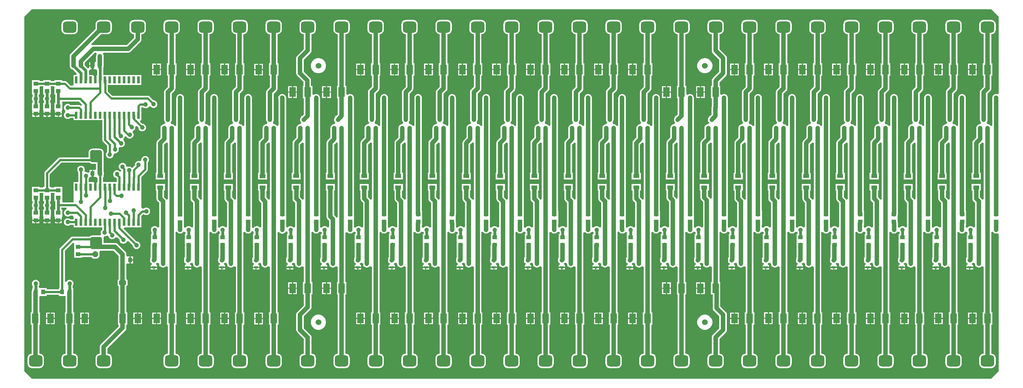
<source format=gtl>
G04*
G04 #@! TF.GenerationSoftware,Altium Limited,Altium Designer,19.1.5 (86)*
G04*
G04 Layer_Physical_Order=1*
G04 Layer_Color=65280*
%FSLAX44Y44*%
%MOMM*%
G71*
G01*
G75*
%ADD12C,0.6000*%
%ADD32R,1.2500X1.0000*%
%ADD33R,1.7000X2.5000*%
%ADD34R,1.6000X1.0000*%
%ADD35R,0.6500X1.8500*%
%ADD36R,0.6000X1.1000*%
%ADD37R,1.1000X0.6000*%
%ADD38R,1.0000X1.6000*%
%ADD39R,1.0000X1.2500*%
%ADD40C,1.2000*%
%ADD41C,0.8000*%
%ADD42R,2.0000X1.5000*%
%ADD43R,2.0000X2.0000*%
%ADD44P,1.9483X8X22.5*%
%ADD45C,1.8000*%
%ADD46C,1.5240*%
G04:AMPARAMS|DCode=47|XSize=3.5mm|YSize=3mm|CornerRadius=0.75mm|HoleSize=0mm|Usage=FLASHONLY|Rotation=180.000|XOffset=0mm|YOffset=0mm|HoleType=Round|Shape=RoundedRectangle|*
%AMROUNDEDRECTD47*
21,1,3.5000,1.5000,0,0,180.0*
21,1,2.0000,3.0000,0,0,180.0*
1,1,1.5000,-1.0000,0.7500*
1,1,1.5000,1.0000,0.7500*
1,1,1.5000,1.0000,-0.7500*
1,1,1.5000,-1.0000,-0.7500*
%
%ADD47ROUNDEDRECTD47*%
%ADD48P,1.6236X8X292.5*%
%ADD49C,1.5000*%
%ADD50C,1.2000*%
G36*
X2790000Y1180000D02*
Y976892D01*
X2789166Y975820D01*
X2788702Y975439D01*
X2786797Y974528D01*
X2786000Y974415D01*
X2785721Y974490D01*
X2785110Y974743D01*
X2784455Y974829D01*
X2783817Y975000D01*
X2783156D01*
X2782500Y975086D01*
X2781844Y975000D01*
X2781183D01*
X2780545Y974829D01*
X2779890Y974743D01*
X2779279Y974490D01*
X2778640Y974318D01*
X2778068Y973988D01*
X2777457Y973735D01*
X2776932Y973333D01*
X2776360Y973002D01*
X2775893Y972535D01*
X2775368Y972132D01*
X2774966Y971608D01*
X2774498Y971140D01*
X2774167Y970568D01*
X2773765Y970043D01*
X2773512Y969432D01*
X2773181Y968860D01*
X2773010Y968221D01*
X2772757Y967610D01*
X2772671Y966955D01*
X2772500Y966317D01*
Y965655D01*
X2772414Y965000D01*
Y891591D01*
X2769841Y890508D01*
X2768414Y890462D01*
X2767132Y892132D01*
X2765043Y893735D01*
X2762610Y894743D01*
X2760000Y895086D01*
X2758880Y896444D01*
X2757132Y899868D01*
X2758735Y901957D01*
X2759743Y904389D01*
X2760086Y907000D01*
Y975822D01*
X2767132Y982868D01*
X2768735Y984957D01*
X2769743Y987390D01*
X2770086Y990000D01*
Y1023500D01*
X2772500D01*
Y1056500D01*
X2770086D01*
Y1133412D01*
X2773002Y1133796D01*
X2775800Y1134955D01*
X2778202Y1136798D01*
X2780045Y1139200D01*
X2781204Y1141998D01*
X2781599Y1145000D01*
Y1160000D01*
X2781204Y1163002D01*
X2780045Y1165800D01*
X2778202Y1168202D01*
X2775800Y1170045D01*
X2773002Y1171204D01*
X2770000Y1171599D01*
X2750000D01*
X2746998Y1171204D01*
X2744200Y1170045D01*
X2741798Y1168202D01*
X2739955Y1165800D01*
X2738796Y1163002D01*
X2738401Y1160000D01*
Y1145000D01*
X2738796Y1141998D01*
X2739955Y1139200D01*
X2741798Y1136798D01*
X2744200Y1134955D01*
X2746998Y1133796D01*
X2749914Y1133412D01*
Y1056500D01*
X2747500D01*
Y1023500D01*
X2749914D01*
Y994178D01*
X2742868Y987132D01*
X2741265Y985043D01*
X2740257Y982610D01*
X2739914Y980000D01*
Y907000D01*
X2740257Y904389D01*
X2741265Y901957D01*
X2742868Y899868D01*
X2743000Y899767D01*
Y898792D01*
X2741012Y895845D01*
X2740026Y895024D01*
X2737889Y894743D01*
X2735457Y893735D01*
X2733847Y892500D01*
X2733500D01*
Y892233D01*
X2733368Y892132D01*
X2731765Y890043D01*
X2730757Y887610D01*
X2730414Y885000D01*
Y883000D01*
Y859678D01*
X2722868Y852132D01*
X2721265Y850043D01*
X2720257Y847610D01*
X2719914Y845000D01*
Y790000D01*
Y766500D01*
X2718000D01*
Y748500D01*
X2742000D01*
Y766500D01*
X2740086D01*
Y790000D01*
Y840822D01*
X2745914Y846650D01*
X2749914Y844993D01*
Y790000D01*
Y695907D01*
X2745914Y695111D01*
X2745735Y695543D01*
X2744132Y697632D01*
X2740086Y701678D01*
Y718500D01*
X2742000D01*
Y736500D01*
X2730656D01*
X2730000Y736586D01*
X2729344Y736500D01*
X2718000D01*
Y718500D01*
X2719914D01*
Y697500D01*
X2720257Y694890D01*
X2721265Y692457D01*
X2722868Y690368D01*
X2726914Y686322D01*
Y622365D01*
X2723325Y621241D01*
X2722914Y621228D01*
X2721140Y623002D01*
X2718860Y624319D01*
X2716317Y625000D01*
X2713683D01*
X2711140Y624319D01*
X2708860Y623002D01*
X2706998Y621140D01*
X2706586Y620427D01*
X2702586Y621499D01*
Y627399D01*
X2702997D01*
Y643399D01*
X2702997Y646399D01*
X2702997Y649399D01*
Y665399D01*
X2702586D01*
X2702586Y965000D01*
X2702500Y965655D01*
Y966317D01*
X2702329Y966955D01*
X2702243Y967610D01*
X2701990Y968221D01*
X2701819Y968860D01*
X2701488Y969432D01*
X2701235Y970043D01*
X2700833Y970568D01*
X2700502Y971140D01*
X2700034Y971608D01*
X2699632Y972132D01*
X2699107Y972535D01*
X2698640Y973002D01*
X2698068Y973333D01*
X2697543Y973735D01*
X2696932Y973988D01*
X2696360Y974318D01*
X2695721Y974490D01*
X2695110Y974743D01*
X2694455Y974829D01*
X2693817Y975000D01*
X2693156D01*
X2692500Y975086D01*
X2691844Y975000D01*
X2691183D01*
X2690545Y974829D01*
X2689890Y974743D01*
X2689279Y974490D01*
X2688640Y974318D01*
X2688068Y973988D01*
X2687457Y973735D01*
X2686932Y973333D01*
X2686360Y973002D01*
X2685893Y972535D01*
X2685368Y972132D01*
X2684966Y971608D01*
X2684498Y971140D01*
X2684167Y970568D01*
X2683765Y970043D01*
X2683512Y969432D01*
X2683181Y968860D01*
X2683010Y968221D01*
X2682757Y967610D01*
X2682671Y966955D01*
X2682500Y966317D01*
Y965655D01*
X2682414Y965000D01*
Y891591D01*
X2679841Y890508D01*
X2678414Y890462D01*
X2677132Y892132D01*
X2675043Y893735D01*
X2672610Y894743D01*
X2670000Y895086D01*
X2668880Y896444D01*
X2667132Y899868D01*
X2668735Y901957D01*
X2669743Y904389D01*
X2670086Y907000D01*
Y975822D01*
X2677132Y982868D01*
X2678735Y984957D01*
X2679743Y987390D01*
X2680086Y990000D01*
Y1023500D01*
X2682500D01*
Y1056500D01*
X2680086D01*
Y1133412D01*
X2683002Y1133796D01*
X2685800Y1134955D01*
X2688202Y1136798D01*
X2690045Y1139200D01*
X2691204Y1141998D01*
X2691599Y1145000D01*
Y1160000D01*
X2691204Y1163002D01*
X2690045Y1165800D01*
X2688202Y1168202D01*
X2685800Y1170045D01*
X2683002Y1171204D01*
X2680000Y1171599D01*
X2660000D01*
X2656998Y1171204D01*
X2654200Y1170045D01*
X2651798Y1168202D01*
X2649955Y1165800D01*
X2648796Y1163002D01*
X2648401Y1160000D01*
Y1145000D01*
X2648796Y1141998D01*
X2649955Y1139200D01*
X2651798Y1136798D01*
X2654200Y1134955D01*
X2656998Y1133796D01*
X2659914Y1133412D01*
Y1056500D01*
X2657500D01*
Y1023500D01*
X2659914D01*
Y994178D01*
X2652868Y987132D01*
X2651265Y985043D01*
X2650257Y982611D01*
X2649914Y980000D01*
Y907000D01*
X2650257Y904389D01*
X2651265Y901957D01*
X2652868Y899868D01*
X2653000Y899767D01*
Y898792D01*
X2651012Y895845D01*
X2650026Y895024D01*
X2647889Y894743D01*
X2645457Y893735D01*
X2643847Y892500D01*
X2643500D01*
Y892233D01*
X2643368Y892132D01*
X2641765Y890043D01*
X2640757Y887610D01*
X2640414Y885000D01*
Y883000D01*
Y859678D01*
X2632868Y852132D01*
X2631265Y850043D01*
X2630257Y847610D01*
X2629914Y845000D01*
Y790000D01*
Y766500D01*
X2628000D01*
Y748500D01*
X2652000D01*
Y766500D01*
X2650086D01*
Y790000D01*
Y840822D01*
X2655914Y846650D01*
X2659914Y844993D01*
Y790000D01*
Y695907D01*
X2655914Y695111D01*
X2655735Y695543D01*
X2654132Y697632D01*
X2650086Y701678D01*
Y718500D01*
X2652000D01*
Y736500D01*
X2640656D01*
X2640000Y736586D01*
X2639344Y736500D01*
X2628000D01*
Y718500D01*
X2629914D01*
Y697500D01*
X2630257Y694890D01*
X2631265Y692457D01*
X2632868Y690368D01*
X2636914Y686322D01*
Y622365D01*
X2633325Y621241D01*
X2632914Y621228D01*
X2631140Y623002D01*
X2628860Y624319D01*
X2626317Y625000D01*
X2623683D01*
X2621140Y624319D01*
X2618860Y623002D01*
X2616998Y621140D01*
X2616586Y620427D01*
X2612586Y621499D01*
Y633046D01*
X2612515Y633585D01*
Y643399D01*
X2612515Y646399D01*
X2612515Y649399D01*
Y655860D01*
X2612586Y656399D01*
X2612586Y965000D01*
X2612500Y965655D01*
Y966317D01*
X2612329Y966955D01*
X2612243Y967610D01*
X2611990Y968221D01*
X2611819Y968860D01*
X2611488Y969432D01*
X2611235Y970043D01*
X2610833Y970568D01*
X2610502Y971140D01*
X2610034Y971608D01*
X2609632Y972132D01*
X2609107Y972535D01*
X2608640Y973002D01*
X2608068Y973333D01*
X2607543Y973735D01*
X2606932Y973988D01*
X2606360Y974318D01*
X2605721Y974490D01*
X2605110Y974743D01*
X2604455Y974829D01*
X2603817Y975000D01*
X2603156D01*
X2602500Y975086D01*
X2601844Y975000D01*
X2601183D01*
X2600545Y974829D01*
X2599890Y974743D01*
X2599279Y974490D01*
X2598640Y974318D01*
X2598068Y973988D01*
X2597457Y973735D01*
X2596932Y973333D01*
X2596360Y973002D01*
X2595893Y972535D01*
X2595368Y972132D01*
X2594966Y971608D01*
X2594498Y971140D01*
X2594167Y970568D01*
X2593765Y970043D01*
X2593512Y969432D01*
X2593181Y968860D01*
X2593010Y968221D01*
X2592757Y967610D01*
X2592671Y966955D01*
X2592500Y966317D01*
Y965655D01*
X2592414Y965000D01*
Y891591D01*
X2589841Y890508D01*
X2588414Y890462D01*
X2587132Y892132D01*
X2585043Y893735D01*
X2582610Y894743D01*
X2580000Y895086D01*
X2578880Y896444D01*
X2577132Y899868D01*
X2578735Y901957D01*
X2579743Y904389D01*
X2580086Y907000D01*
Y975822D01*
X2587132Y982868D01*
X2588735Y984957D01*
X2589743Y987390D01*
X2590086Y990000D01*
Y1023500D01*
X2592500D01*
Y1056500D01*
X2590086D01*
Y1133412D01*
X2593002Y1133796D01*
X2595800Y1134955D01*
X2598202Y1136798D01*
X2600045Y1139200D01*
X2601204Y1141998D01*
X2601599Y1145000D01*
Y1160000D01*
X2601204Y1163002D01*
X2600045Y1165800D01*
X2598202Y1168202D01*
X2595800Y1170045D01*
X2593002Y1171204D01*
X2590000Y1171599D01*
X2570000D01*
X2566998Y1171204D01*
X2564200Y1170045D01*
X2561798Y1168202D01*
X2559955Y1165800D01*
X2558796Y1163002D01*
X2558401Y1160000D01*
Y1145000D01*
X2558796Y1141998D01*
X2559955Y1139200D01*
X2561798Y1136798D01*
X2564200Y1134955D01*
X2566998Y1133796D01*
X2569914Y1133412D01*
Y1056500D01*
X2567500D01*
Y1023500D01*
X2569914D01*
Y994178D01*
X2562868Y987132D01*
X2561265Y985043D01*
X2560257Y982610D01*
X2559914Y980000D01*
Y907000D01*
X2560257Y904389D01*
X2561265Y901957D01*
X2562868Y899868D01*
X2563000Y899767D01*
Y898792D01*
X2561012Y895845D01*
X2560026Y895024D01*
X2557890Y894743D01*
X2555457Y893735D01*
X2553847Y892500D01*
X2553500D01*
Y892233D01*
X2553368Y892132D01*
X2551765Y890043D01*
X2550757Y887610D01*
X2550414Y885000D01*
Y883000D01*
Y859678D01*
X2542868Y852132D01*
X2541265Y850043D01*
X2540257Y847610D01*
X2539914Y845000D01*
Y790000D01*
Y766500D01*
X2538000D01*
Y748500D01*
X2562000D01*
Y766500D01*
X2560086D01*
Y790000D01*
Y840822D01*
X2565914Y846650D01*
X2569914Y844993D01*
Y790000D01*
Y695907D01*
X2565914Y695111D01*
X2565735Y695543D01*
X2564132Y697632D01*
X2560086Y701678D01*
Y718500D01*
X2562000D01*
Y736500D01*
X2550655D01*
X2550000Y736586D01*
X2549345Y736500D01*
X2538000D01*
Y718500D01*
X2539914D01*
Y697500D01*
X2540257Y694890D01*
X2541265Y692457D01*
X2542868Y690368D01*
X2546914Y686322D01*
Y622365D01*
X2543325Y621241D01*
X2542914Y621228D01*
X2541140Y623002D01*
X2538860Y624319D01*
X2536317Y625000D01*
X2533683D01*
X2531140Y624319D01*
X2528860Y623002D01*
X2526998Y621140D01*
X2526586Y620427D01*
X2522586Y621499D01*
Y633046D01*
X2522360Y634765D01*
Y643399D01*
X2522360Y646399D01*
X2522360Y649399D01*
Y654680D01*
X2522586Y656399D01*
X2522586Y965000D01*
X2522500Y965655D01*
Y966317D01*
X2522329Y966955D01*
X2522243Y967610D01*
X2521990Y968221D01*
X2521819Y968860D01*
X2521488Y969432D01*
X2521235Y970043D01*
X2520833Y970568D01*
X2520502Y971140D01*
X2520035Y971608D01*
X2519632Y972132D01*
X2519108Y972535D01*
X2518640Y973002D01*
X2518068Y973333D01*
X2517543Y973735D01*
X2516932Y973988D01*
X2516360Y974318D01*
X2515721Y974490D01*
X2515110Y974743D01*
X2514455Y974829D01*
X2513817Y975000D01*
X2513155D01*
X2512500Y975086D01*
X2511845Y975000D01*
X2511183D01*
X2510545Y974829D01*
X2509890Y974743D01*
X2509279Y974490D01*
X2508640Y974318D01*
X2508068Y973988D01*
X2507457Y973735D01*
X2506932Y973333D01*
X2506360Y973002D01*
X2505892Y972535D01*
X2505368Y972132D01*
X2504965Y971608D01*
X2504498Y971140D01*
X2504167Y970568D01*
X2503765Y970043D01*
X2503512Y969432D01*
X2503181Y968860D01*
X2503010Y968221D01*
X2502757Y967610D01*
X2502671Y966955D01*
X2502500Y966317D01*
Y965655D01*
X2502414Y965000D01*
Y891591D01*
X2499841Y890508D01*
X2498414Y890462D01*
X2497132Y892132D01*
X2495043Y893735D01*
X2492610Y894743D01*
X2490000Y895086D01*
X2488880Y896444D01*
X2487132Y899868D01*
X2488735Y901957D01*
X2489743Y904389D01*
X2490086Y907000D01*
Y975822D01*
X2497132Y982868D01*
X2498735Y984957D01*
X2499743Y987390D01*
X2500086Y990000D01*
Y1023500D01*
X2502500D01*
Y1056500D01*
X2500086D01*
Y1133412D01*
X2503002Y1133796D01*
X2505800Y1134955D01*
X2508202Y1136798D01*
X2510045Y1139200D01*
X2511204Y1141998D01*
X2511599Y1145000D01*
Y1160000D01*
X2511204Y1163002D01*
X2510045Y1165800D01*
X2508202Y1168202D01*
X2505800Y1170045D01*
X2503002Y1171204D01*
X2500000Y1171599D01*
X2480000D01*
X2476998Y1171204D01*
X2474200Y1170045D01*
X2471798Y1168202D01*
X2469955Y1165800D01*
X2468796Y1163002D01*
X2468401Y1160000D01*
Y1145000D01*
X2468796Y1141998D01*
X2469955Y1139200D01*
X2471798Y1136798D01*
X2474200Y1134955D01*
X2476998Y1133796D01*
X2479914Y1133412D01*
Y1056500D01*
X2477500D01*
Y1023500D01*
X2479914D01*
Y994178D01*
X2472868Y987132D01*
X2471265Y985043D01*
X2470257Y982611D01*
X2469914Y980000D01*
Y907000D01*
X2470257Y904389D01*
X2471265Y901957D01*
X2472868Y899868D01*
X2473000Y899767D01*
Y898792D01*
X2471012Y895845D01*
X2470026Y895024D01*
X2467890Y894743D01*
X2465457Y893735D01*
X2463847Y892500D01*
X2463500D01*
Y892233D01*
X2463368Y892132D01*
X2461765Y890043D01*
X2460757Y887610D01*
X2460414Y885000D01*
Y883000D01*
Y859678D01*
X2452868Y852132D01*
X2451265Y850043D01*
X2450257Y847610D01*
X2449914Y845000D01*
Y790000D01*
Y766500D01*
X2448000D01*
Y748500D01*
X2472000D01*
Y766500D01*
X2470086D01*
Y790000D01*
Y840822D01*
X2475914Y846650D01*
X2479914Y844993D01*
Y790000D01*
Y695907D01*
X2475914Y695111D01*
X2475735Y695543D01*
X2474132Y697632D01*
X2470086Y701678D01*
Y718500D01*
X2472000D01*
Y736500D01*
X2460655D01*
X2460000Y736586D01*
X2459345Y736500D01*
X2448000D01*
Y718500D01*
X2449914D01*
Y697500D01*
X2450257Y694890D01*
X2451265Y692457D01*
X2452868Y690368D01*
X2456914Y686322D01*
Y622365D01*
X2453325Y621241D01*
X2452914Y621228D01*
X2451140Y623002D01*
X2448860Y624319D01*
X2446317Y625000D01*
X2443683D01*
X2441140Y624319D01*
X2438860Y623002D01*
X2436998Y621140D01*
X2436586Y620427D01*
X2432586Y621499D01*
Y627399D01*
X2433116D01*
Y643399D01*
X2433116Y646399D01*
X2433116Y649399D01*
Y665399D01*
X2432586D01*
X2432586Y965000D01*
X2432500Y965655D01*
Y966317D01*
X2432329Y966955D01*
X2432243Y967610D01*
X2431990Y968221D01*
X2431819Y968860D01*
X2431488Y969432D01*
X2431235Y970043D01*
X2430833Y970568D01*
X2430502Y971140D01*
X2430035Y971608D01*
X2429632Y972132D01*
X2429108Y972535D01*
X2428640Y973002D01*
X2428068Y973333D01*
X2427543Y973735D01*
X2426932Y973988D01*
X2426360Y974318D01*
X2425721Y974490D01*
X2425110Y974743D01*
X2424455Y974829D01*
X2423817Y975000D01*
X2423155D01*
X2422500Y975086D01*
X2421845Y975000D01*
X2421183D01*
X2420545Y974829D01*
X2419890Y974743D01*
X2419279Y974490D01*
X2418640Y974318D01*
X2418068Y973988D01*
X2417457Y973735D01*
X2416932Y973333D01*
X2416360Y973002D01*
X2415892Y972535D01*
X2415368Y972132D01*
X2414965Y971608D01*
X2414498Y971140D01*
X2414167Y970568D01*
X2413765Y970043D01*
X2413512Y969432D01*
X2413181Y968860D01*
X2413010Y968221D01*
X2412757Y967610D01*
X2412671Y966955D01*
X2412500Y966317D01*
Y965655D01*
X2412414Y965000D01*
Y891591D01*
X2409841Y890508D01*
X2408414Y890462D01*
X2407132Y892132D01*
X2405043Y893735D01*
X2402610Y894743D01*
X2400000Y895086D01*
X2398880Y896444D01*
X2397132Y899868D01*
X2398735Y901957D01*
X2399743Y904389D01*
X2400086Y907000D01*
Y975822D01*
X2407132Y982868D01*
X2408735Y984957D01*
X2409743Y987390D01*
X2410086Y990000D01*
Y1023500D01*
X2412500D01*
Y1056500D01*
X2410086D01*
Y1133412D01*
X2413002Y1133796D01*
X2415800Y1134955D01*
X2418202Y1136798D01*
X2420045Y1139200D01*
X2421204Y1141998D01*
X2421599Y1145000D01*
Y1160000D01*
X2421204Y1163002D01*
X2420045Y1165800D01*
X2418202Y1168202D01*
X2415800Y1170045D01*
X2413002Y1171204D01*
X2410000Y1171599D01*
X2390000D01*
X2386998Y1171204D01*
X2384200Y1170045D01*
X2381798Y1168202D01*
X2379955Y1165800D01*
X2378796Y1163002D01*
X2378401Y1160000D01*
Y1145000D01*
X2378796Y1141998D01*
X2379955Y1139200D01*
X2381798Y1136798D01*
X2384200Y1134955D01*
X2386998Y1133796D01*
X2389914Y1133412D01*
Y1056500D01*
X2387500D01*
Y1023500D01*
X2389914D01*
Y994178D01*
X2382868Y987132D01*
X2381265Y985043D01*
X2380257Y982610D01*
X2379914Y980000D01*
Y907000D01*
X2380257Y904389D01*
X2381265Y901957D01*
X2382868Y899868D01*
X2383000Y899767D01*
Y898792D01*
X2381012Y895845D01*
X2380026Y895024D01*
X2377890Y894743D01*
X2375457Y893735D01*
X2373847Y892500D01*
X2373500D01*
Y892233D01*
X2373368Y892132D01*
X2371765Y890043D01*
X2370757Y887610D01*
X2370414Y885000D01*
Y883000D01*
Y859678D01*
X2362868Y852132D01*
X2361265Y850043D01*
X2360257Y847610D01*
X2359914Y845000D01*
Y790000D01*
Y766500D01*
X2358000D01*
Y748500D01*
X2382000D01*
Y766500D01*
X2380086D01*
Y790000D01*
Y840822D01*
X2385914Y846650D01*
X2389914Y844993D01*
Y790000D01*
Y695907D01*
X2385914Y695111D01*
X2385735Y695543D01*
X2384132Y697632D01*
X2380086Y701678D01*
Y718500D01*
X2382000D01*
Y736500D01*
X2370655D01*
X2370000Y736586D01*
X2369345Y736500D01*
X2358000D01*
Y718500D01*
X2359914D01*
Y697500D01*
X2360257Y694890D01*
X2361265Y692457D01*
X2362868Y690368D01*
X2366914Y686322D01*
Y622365D01*
X2363325Y621241D01*
X2362914Y621228D01*
X2361140Y623002D01*
X2358860Y624319D01*
X2356317Y625000D01*
X2353683D01*
X2351140Y624319D01*
X2348860Y623002D01*
X2346998Y621140D01*
X2346586Y620427D01*
X2342586Y621499D01*
Y633046D01*
X2342539Y633406D01*
Y643399D01*
X2342539Y646399D01*
X2342539Y649399D01*
Y656040D01*
X2342586Y656399D01*
X2342586Y965000D01*
X2342500Y965655D01*
Y966317D01*
X2342329Y966955D01*
X2342243Y967610D01*
X2341990Y968221D01*
X2341819Y968860D01*
X2341488Y969432D01*
X2341235Y970043D01*
X2340833Y970568D01*
X2340502Y971140D01*
X2340035Y971608D01*
X2339632Y972132D01*
X2339108Y972535D01*
X2338640Y973002D01*
X2338068Y973333D01*
X2337543Y973735D01*
X2336932Y973988D01*
X2336360Y974318D01*
X2335721Y974490D01*
X2335110Y974743D01*
X2334455Y974829D01*
X2333817Y975000D01*
X2333155D01*
X2332500Y975086D01*
X2331845Y975000D01*
X2331183D01*
X2330545Y974829D01*
X2329890Y974743D01*
X2329279Y974490D01*
X2328640Y974318D01*
X2328068Y973988D01*
X2327457Y973735D01*
X2326932Y973333D01*
X2326360Y973002D01*
X2325892Y972535D01*
X2325368Y972132D01*
X2324966Y971608D01*
X2324498Y971140D01*
X2324167Y970568D01*
X2323765Y970043D01*
X2323512Y969433D01*
X2323181Y968860D01*
X2323010Y968221D01*
X2322757Y967610D01*
X2322671Y966955D01*
X2322500Y966317D01*
Y965655D01*
X2322414Y965000D01*
Y891591D01*
X2319841Y890508D01*
X2318414Y890462D01*
X2317132Y892132D01*
X2315043Y893735D01*
X2312610Y894743D01*
X2310000Y895086D01*
X2308880Y896444D01*
X2307132Y899868D01*
X2308735Y901957D01*
X2309743Y904389D01*
X2310086Y907000D01*
Y975822D01*
X2317132Y982868D01*
X2318735Y984957D01*
X2319743Y987390D01*
X2320086Y990000D01*
Y1023500D01*
X2322500D01*
Y1056500D01*
X2320086D01*
Y1133412D01*
X2323002Y1133796D01*
X2325800Y1134955D01*
X2328202Y1136798D01*
X2330045Y1139200D01*
X2331204Y1141998D01*
X2331599Y1145000D01*
Y1160000D01*
X2331204Y1163002D01*
X2330045Y1165800D01*
X2328202Y1168202D01*
X2325800Y1170045D01*
X2323002Y1171204D01*
X2320000Y1171599D01*
X2300000D01*
X2296998Y1171204D01*
X2294200Y1170045D01*
X2291798Y1168202D01*
X2289955Y1165800D01*
X2288796Y1163002D01*
X2288401Y1160000D01*
Y1145000D01*
X2288796Y1141998D01*
X2289955Y1139200D01*
X2291798Y1136798D01*
X2294200Y1134955D01*
X2296998Y1133796D01*
X2299914Y1133412D01*
Y1056500D01*
X2297500D01*
Y1023500D01*
X2299914D01*
Y994178D01*
X2292868Y987132D01*
X2291265Y985043D01*
X2290257Y982611D01*
X2289914Y980000D01*
Y907000D01*
X2290257Y904389D01*
X2291265Y901957D01*
X2292868Y899868D01*
X2293000Y899767D01*
Y898792D01*
X2291012Y895845D01*
X2290026Y895024D01*
X2287890Y894743D01*
X2285457Y893735D01*
X2283847Y892500D01*
X2283500D01*
Y892233D01*
X2283368Y892132D01*
X2281765Y890043D01*
X2280757Y887610D01*
X2280414Y885000D01*
Y883000D01*
Y859678D01*
X2272868Y852132D01*
X2271265Y850043D01*
X2270257Y847610D01*
X2269914Y845000D01*
Y790000D01*
Y766500D01*
X2268000D01*
Y748500D01*
X2292000D01*
Y766500D01*
X2290086D01*
Y790000D01*
Y840822D01*
X2295914Y846650D01*
X2299914Y844993D01*
Y812500D01*
Y790000D01*
Y695907D01*
X2295914Y695111D01*
X2295735Y695543D01*
X2294132Y697632D01*
X2290086Y701678D01*
Y718500D01*
X2292000D01*
Y736500D01*
X2280655D01*
X2280000Y736586D01*
X2279345Y736500D01*
X2268000D01*
Y718500D01*
X2269914D01*
Y697500D01*
X2270257Y694890D01*
X2271265Y692457D01*
X2272868Y690368D01*
X2276914Y686322D01*
Y622365D01*
X2273325Y621241D01*
X2272914Y621228D01*
X2271140Y623002D01*
X2268860Y624319D01*
X2266317Y625000D01*
X2263683D01*
X2261140Y624319D01*
X2258860Y623002D01*
X2256998Y621140D01*
X2256586Y620427D01*
X2252586Y621499D01*
Y627399D01*
X2252938D01*
Y643399D01*
X2252938Y646399D01*
X2252938Y649399D01*
Y665399D01*
X2252586D01*
X2252586Y965000D01*
X2252500Y965655D01*
Y966317D01*
X2252329Y966955D01*
X2252243Y967610D01*
X2251990Y968221D01*
X2251819Y968860D01*
X2251488Y969432D01*
X2251235Y970043D01*
X2250833Y970568D01*
X2250502Y971140D01*
X2250034Y971608D01*
X2249632Y972132D01*
X2249108Y972535D01*
X2248640Y973002D01*
X2248068Y973333D01*
X2247543Y973735D01*
X2246932Y973988D01*
X2246360Y974318D01*
X2245721Y974490D01*
X2245110Y974743D01*
X2244455Y974829D01*
X2243817Y975000D01*
X2243155D01*
X2242500Y975086D01*
X2241845Y975000D01*
X2241183D01*
X2240545Y974829D01*
X2239890Y974743D01*
X2239279Y974490D01*
X2238640Y974318D01*
X2238068Y973988D01*
X2237457Y973735D01*
X2236932Y973333D01*
X2236360Y973002D01*
X2235892Y972535D01*
X2235368Y972132D01*
X2234965Y971608D01*
X2234498Y971140D01*
X2234167Y970568D01*
X2233765Y970043D01*
X2233512Y969432D01*
X2233181Y968860D01*
X2233010Y968221D01*
X2232757Y967610D01*
X2232671Y966955D01*
X2232500Y966317D01*
Y965655D01*
X2232414Y965000D01*
Y891591D01*
X2229841Y890508D01*
X2228414Y890462D01*
X2227132Y892132D01*
X2225043Y893735D01*
X2222610Y894743D01*
X2220000Y895086D01*
X2218880Y896444D01*
X2217132Y899868D01*
X2218735Y901957D01*
X2219743Y904389D01*
X2220086Y907000D01*
Y975822D01*
X2227132Y982868D01*
X2228735Y984957D01*
X2229743Y987390D01*
X2230086Y990000D01*
Y1023500D01*
X2232500D01*
Y1056500D01*
X2230086D01*
Y1133412D01*
X2233002Y1133796D01*
X2235800Y1134955D01*
X2238202Y1136798D01*
X2240045Y1139200D01*
X2241204Y1141998D01*
X2241599Y1145000D01*
Y1160000D01*
X2241204Y1163002D01*
X2240045Y1165800D01*
X2238202Y1168202D01*
X2235800Y1170045D01*
X2233002Y1171204D01*
X2230000Y1171599D01*
X2210000D01*
X2206998Y1171204D01*
X2204200Y1170045D01*
X2201798Y1168202D01*
X2199955Y1165800D01*
X2198796Y1163002D01*
X2198401Y1160000D01*
Y1145000D01*
X2198796Y1141998D01*
X2199955Y1139200D01*
X2201798Y1136798D01*
X2204200Y1134955D01*
X2206998Y1133796D01*
X2209914Y1133412D01*
Y1056500D01*
X2207500D01*
Y1023500D01*
X2209914D01*
Y994178D01*
X2202868Y987132D01*
X2201265Y985043D01*
X2200257Y982611D01*
X2199914Y980000D01*
Y907000D01*
X2200257Y904389D01*
X2201265Y901957D01*
X2202868Y899868D01*
X2203000Y899767D01*
Y898792D01*
X2201012Y895845D01*
X2200026Y895024D01*
X2197890Y894743D01*
X2195457Y893735D01*
X2193847Y892500D01*
X2193500D01*
Y892233D01*
X2193368Y892132D01*
X2191765Y890043D01*
X2190757Y887610D01*
X2190414Y885000D01*
Y883000D01*
Y859678D01*
X2182868Y852132D01*
X2181265Y850043D01*
X2180257Y847610D01*
X2179914Y845000D01*
Y790000D01*
Y766500D01*
X2178000D01*
Y748500D01*
X2202000D01*
Y766500D01*
X2200086D01*
Y790000D01*
Y840822D01*
X2205914Y846650D01*
X2209914Y844993D01*
Y812500D01*
Y790000D01*
Y695907D01*
X2205914Y695111D01*
X2205735Y695543D01*
X2204132Y697632D01*
X2200086Y701678D01*
Y718500D01*
X2202000D01*
Y736500D01*
X2190655D01*
X2190000Y736586D01*
X2189345Y736500D01*
X2178000D01*
Y718500D01*
X2179914D01*
Y697500D01*
X2180257Y694890D01*
X2181265Y692457D01*
X2182868Y690368D01*
X2186914Y686322D01*
Y622365D01*
X2183325Y621241D01*
X2182914Y621228D01*
X2181140Y623002D01*
X2178860Y624319D01*
X2176317Y625000D01*
X2173683D01*
X2171140Y624319D01*
X2168860Y623002D01*
X2166998Y621140D01*
X2166586Y620427D01*
X2162586Y621499D01*
Y627399D01*
X2162750D01*
Y643399D01*
X2162750Y646399D01*
X2162750Y649399D01*
Y665399D01*
X2162586D01*
X2162586Y965000D01*
X2162500Y965655D01*
Y966317D01*
X2162329Y966955D01*
X2162243Y967610D01*
X2161990Y968221D01*
X2161819Y968860D01*
X2161488Y969432D01*
X2161235Y970043D01*
X2160833Y970568D01*
X2160502Y971140D01*
X2160035Y971608D01*
X2159632Y972132D01*
X2159108Y972535D01*
X2158640Y973002D01*
X2158068Y973333D01*
X2157543Y973735D01*
X2156932Y973988D01*
X2156360Y974318D01*
X2155721Y974490D01*
X2155110Y974743D01*
X2154455Y974829D01*
X2153817Y975000D01*
X2153155D01*
X2152500Y975086D01*
X2151845Y975000D01*
X2151183D01*
X2150545Y974829D01*
X2149890Y974743D01*
X2149279Y974490D01*
X2148640Y974318D01*
X2148068Y973988D01*
X2147457Y973735D01*
X2146932Y973333D01*
X2146360Y973002D01*
X2145892Y972535D01*
X2145368Y972132D01*
X2144965Y971608D01*
X2144498Y971140D01*
X2144167Y970568D01*
X2143765Y970043D01*
X2143512Y969432D01*
X2143181Y968860D01*
X2143010Y968221D01*
X2142757Y967610D01*
X2142671Y966955D01*
X2142500Y966317D01*
Y965655D01*
X2142414Y965000D01*
Y891591D01*
X2139841Y890508D01*
X2138414Y890462D01*
X2137132Y892132D01*
X2135043Y893735D01*
X2132610Y894743D01*
X2130000Y895086D01*
X2128880Y896444D01*
X2127132Y899868D01*
X2128735Y901957D01*
X2129743Y904389D01*
X2130086Y907000D01*
Y975822D01*
X2137132Y982868D01*
X2138735Y984957D01*
X2139743Y987390D01*
X2140086Y990000D01*
Y1023500D01*
X2142500D01*
Y1056500D01*
X2140086D01*
Y1133412D01*
X2143002Y1133796D01*
X2145800Y1134955D01*
X2148202Y1136798D01*
X2150045Y1139200D01*
X2151204Y1141998D01*
X2151599Y1145000D01*
Y1160000D01*
X2151204Y1163002D01*
X2150045Y1165800D01*
X2148202Y1168202D01*
X2145800Y1170045D01*
X2143002Y1171204D01*
X2140000Y1171599D01*
X2120000D01*
X2116998Y1171204D01*
X2114200Y1170045D01*
X2111798Y1168202D01*
X2109955Y1165800D01*
X2108796Y1163002D01*
X2108401Y1160000D01*
Y1145000D01*
X2108796Y1141998D01*
X2109955Y1139200D01*
X2111798Y1136798D01*
X2114200Y1134955D01*
X2116998Y1133796D01*
X2119914Y1133412D01*
Y1056500D01*
X2117500D01*
Y1023500D01*
X2119914D01*
Y994178D01*
X2112868Y987132D01*
X2111265Y985043D01*
X2110257Y982610D01*
X2109914Y980000D01*
Y907000D01*
X2110257Y904389D01*
X2111265Y901957D01*
X2112868Y899868D01*
X2113000Y899767D01*
Y898792D01*
X2111012Y895845D01*
X2110026Y895024D01*
X2107890Y894743D01*
X2105457Y893735D01*
X2103847Y892500D01*
X2103500D01*
Y892233D01*
X2103368Y892132D01*
X2101765Y890043D01*
X2100757Y887610D01*
X2100414Y885000D01*
Y883000D01*
Y859678D01*
X2092868Y852132D01*
X2091265Y850043D01*
X2090257Y847610D01*
X2089914Y845000D01*
Y790000D01*
Y766500D01*
X2088000D01*
Y748500D01*
X2112000D01*
Y766500D01*
X2110086D01*
Y790000D01*
Y840822D01*
X2115914Y846650D01*
X2119914Y844993D01*
Y790000D01*
Y695907D01*
X2115914Y695111D01*
X2115735Y695543D01*
X2114132Y697632D01*
X2110086Y701678D01*
Y718500D01*
X2112000D01*
Y736500D01*
X2100655D01*
X2100000Y736586D01*
X2099345Y736500D01*
X2088000D01*
Y718500D01*
X2089914D01*
Y697500D01*
X2090257Y694890D01*
X2091265Y692457D01*
X2092868Y690368D01*
X2096914Y686322D01*
Y622365D01*
X2093325Y621241D01*
X2092914Y621228D01*
X2091140Y623002D01*
X2088860Y624319D01*
X2086317Y625000D01*
X2083683D01*
X2081140Y624319D01*
X2078860Y623002D01*
X2076998Y621140D01*
X2076586Y620427D01*
X2072586Y621499D01*
Y627399D01*
X2072745D01*
Y643399D01*
X2072745Y646399D01*
X2072745Y649399D01*
Y665399D01*
X2072581D01*
Y964959D01*
X2072586Y965000D01*
X2072500Y965655D01*
Y966317D01*
X2072329Y966955D01*
X2072243Y967610D01*
X2071990Y968221D01*
X2071819Y968860D01*
X2071488Y969433D01*
X2071235Y970043D01*
X2070833Y970567D01*
X2070502Y971140D01*
X2070034Y971608D01*
X2069632Y972132D01*
X2069108Y972534D01*
X2068640Y973002D01*
X2068067Y973333D01*
X2067543Y973735D01*
X2066933Y973988D01*
X2066360Y974318D01*
X2065721Y974490D01*
X2065110Y974743D01*
X2064455Y974829D01*
X2063817Y975000D01*
X2063155D01*
X2062500Y975086D01*
X2061845Y975000D01*
X2061183D01*
X2060545Y974829D01*
X2059890Y974743D01*
X2059279Y974490D01*
X2058640Y974318D01*
X2058067Y973988D01*
X2057457Y973735D01*
X2056932Y973333D01*
X2056500Y973083D01*
X2053943Y973696D01*
X2053381Y974031D01*
X2052500Y974873D01*
Y996500D01*
X2050086D01*
Y1005822D01*
X2067132Y1022868D01*
X2068735Y1024957D01*
X2069743Y1027390D01*
X2070086Y1030000D01*
Y1070000D01*
X2069743Y1072611D01*
X2068735Y1075043D01*
X2067132Y1077132D01*
X2050086Y1094178D01*
Y1133412D01*
X2053002Y1133796D01*
X2055800Y1134955D01*
X2058202Y1136798D01*
X2060045Y1139200D01*
X2061204Y1141998D01*
X2061599Y1145000D01*
Y1160000D01*
X2061204Y1163002D01*
X2060045Y1165800D01*
X2058202Y1168202D01*
X2055800Y1170045D01*
X2053002Y1171204D01*
X2050000Y1171599D01*
X2030000D01*
X2026998Y1171204D01*
X2024200Y1170045D01*
X2021798Y1168202D01*
X2019955Y1165800D01*
X2018796Y1163002D01*
X2018401Y1160000D01*
Y1145000D01*
X2018796Y1141998D01*
X2019955Y1139200D01*
X2021798Y1136798D01*
X2024200Y1134955D01*
X2026998Y1133796D01*
X2029914Y1133412D01*
Y1090000D01*
X2030257Y1087390D01*
X2031265Y1084957D01*
X2032868Y1082868D01*
X2049914Y1065822D01*
Y1034178D01*
X2032868Y1017132D01*
X2031265Y1015043D01*
X2030257Y1012610D01*
X2029914Y1010000D01*
Y996500D01*
X2027500D01*
Y963500D01*
X2029914D01*
Y941376D01*
X2029705Y939791D01*
Y920969D01*
X2025236Y916500D01*
X2023000D01*
Y914264D01*
X2022868Y914132D01*
X2021265Y912043D01*
X2020257Y909611D01*
X2019914Y907000D01*
X2020257Y904389D01*
X2021265Y901957D01*
X2022868Y899868D01*
X2023000Y899767D01*
Y898792D01*
X2021012Y895845D01*
X2020026Y895024D01*
X2017890Y894743D01*
X2015457Y893735D01*
X2013847Y892500D01*
X2013500D01*
Y892233D01*
X2013368Y892132D01*
X2011765Y890043D01*
X2010757Y887610D01*
X2010414Y885000D01*
Y883000D01*
Y859678D01*
X2002868Y852132D01*
X2001265Y850043D01*
X2000257Y847610D01*
X1999914Y845000D01*
Y813397D01*
X1999795Y813111D01*
X1999451Y810500D01*
Y766500D01*
X1998206D01*
Y748500D01*
X2008882D01*
X2009538Y748414D01*
X2010193Y748500D01*
X2022206D01*
Y766500D01*
X2019624D01*
Y809603D01*
X2019743Y809890D01*
X2020086Y812500D01*
Y840822D01*
X2025914Y846650D01*
X2029914Y844993D01*
Y790000D01*
Y698407D01*
X2025914Y697611D01*
X2025735Y698043D01*
X2024132Y700132D01*
X2020086Y704178D01*
Y718500D01*
X2022206D01*
Y736500D01*
X2010655D01*
X2010000Y736586D01*
X2009345Y736500D01*
X1998206D01*
Y718500D01*
X1999914D01*
Y700000D01*
X2000257Y697390D01*
X2001265Y694957D01*
X2002868Y692868D01*
X2006914Y688822D01*
Y622365D01*
X2003325Y621241D01*
X2002914Y621228D01*
X2001140Y623002D01*
X1998860Y624319D01*
X1996317Y625000D01*
X1993683D01*
X1991140Y624319D01*
X1988860Y623002D01*
X1986998Y621140D01*
X1986586Y620427D01*
X1982586Y621499D01*
Y627399D01*
X1982680D01*
Y632247D01*
X1982715Y632516D01*
X1982680Y632785D01*
Y643399D01*
X1982680Y646399D01*
X1982680Y649399D01*
Y665399D01*
X1982516D01*
Y964469D01*
X1982586Y965000D01*
X1982500Y965655D01*
Y966317D01*
X1982329Y966955D01*
X1982243Y967610D01*
X1981990Y968221D01*
X1981819Y968860D01*
X1981488Y969432D01*
X1981235Y970043D01*
X1980833Y970568D01*
X1980502Y971140D01*
X1980035Y971608D01*
X1979632Y972132D01*
X1979108Y972535D01*
X1978640Y973002D01*
X1978068Y973332D01*
X1977543Y973735D01*
X1976932Y973988D01*
X1976360Y974318D01*
X1975721Y974490D01*
X1975110Y974743D01*
X1974455Y974829D01*
X1973817Y975000D01*
X1973155D01*
X1972500Y975086D01*
X1971845Y975000D01*
X1971183D01*
X1970545Y974829D01*
X1969890Y974743D01*
X1969279Y974490D01*
X1968640Y974318D01*
X1968068Y973988D01*
X1967457Y973735D01*
X1966932Y973333D01*
X1966500Y973083D01*
X1963943Y973696D01*
X1963470Y973978D01*
X1962500Y974921D01*
Y996500D01*
X1960086D01*
Y1040000D01*
Y1133412D01*
X1963002Y1133796D01*
X1965800Y1134955D01*
X1968202Y1136798D01*
X1970045Y1139200D01*
X1971204Y1141998D01*
X1971599Y1145000D01*
Y1160000D01*
X1971204Y1163002D01*
X1970045Y1165800D01*
X1968202Y1168202D01*
X1965800Y1170045D01*
X1963002Y1171204D01*
X1960000Y1171599D01*
X1940000D01*
X1936998Y1171204D01*
X1934200Y1170045D01*
X1931798Y1168202D01*
X1929955Y1165800D01*
X1928796Y1163002D01*
X1928401Y1160000D01*
Y1145000D01*
X1928796Y1141998D01*
X1929955Y1139200D01*
X1931798Y1136798D01*
X1934200Y1134955D01*
X1936998Y1133796D01*
X1939914Y1133412D01*
Y1040000D01*
Y996500D01*
X1937500D01*
Y963500D01*
X1939914D01*
Y921178D01*
X1935236Y916500D01*
X1933000D01*
Y914264D01*
X1932868Y914132D01*
X1931265Y912043D01*
X1930257Y909611D01*
X1929914Y907000D01*
X1930257Y904389D01*
X1931265Y901957D01*
X1932868Y899868D01*
X1933000Y899767D01*
Y898792D01*
X1931012Y895845D01*
X1930026Y895024D01*
X1927890Y894743D01*
X1925457Y893735D01*
X1923847Y892500D01*
X1923500D01*
Y892233D01*
X1923368Y892132D01*
X1921765Y890043D01*
X1920757Y887610D01*
X1920414Y885000D01*
Y883000D01*
Y859678D01*
X1912868Y852132D01*
X1911265Y850043D01*
X1910257Y847610D01*
X1909914Y845000D01*
Y790000D01*
Y766500D01*
X1908206D01*
Y748500D01*
X1932206D01*
Y766500D01*
X1930086D01*
Y790000D01*
Y840822D01*
X1935914Y846650D01*
X1939914Y844993D01*
Y790000D01*
Y698407D01*
X1935914Y697611D01*
X1935735Y698043D01*
X1934132Y700132D01*
X1930086Y704178D01*
Y718500D01*
X1932206D01*
Y736500D01*
X1920655D01*
X1920000Y736586D01*
X1919345Y736500D01*
X1908206D01*
Y718500D01*
X1909914D01*
Y700000D01*
X1910257Y697390D01*
X1911265Y694957D01*
X1912868Y692868D01*
X1916914Y688822D01*
Y622365D01*
X1913325Y621241D01*
X1912914Y621228D01*
X1911140Y623002D01*
X1908860Y624319D01*
X1906317Y625000D01*
X1903683D01*
X1901140Y624319D01*
X1898860Y623002D01*
X1896998Y621140D01*
X1896586Y620427D01*
X1892586Y621499D01*
Y627399D01*
X1892750D01*
Y643399D01*
X1892750Y646399D01*
X1892750Y649399D01*
Y665399D01*
X1892586D01*
X1892586Y965000D01*
X1892500Y965655D01*
Y966317D01*
X1892329Y966955D01*
X1892243Y967610D01*
X1891990Y968221D01*
X1891819Y968860D01*
X1891488Y969432D01*
X1891235Y970043D01*
X1890833Y970568D01*
X1890502Y971140D01*
X1890034Y971608D01*
X1889632Y972132D01*
X1889108Y972535D01*
X1888640Y973002D01*
X1888068Y973333D01*
X1887543Y973735D01*
X1886932Y973988D01*
X1886360Y974318D01*
X1885721Y974490D01*
X1885110Y974743D01*
X1884455Y974829D01*
X1883817Y975000D01*
X1883155D01*
X1882500Y975086D01*
X1881845Y975000D01*
X1881183D01*
X1880545Y974829D01*
X1879890Y974743D01*
X1879279Y974490D01*
X1878640Y974318D01*
X1878068Y973988D01*
X1877457Y973735D01*
X1876932Y973333D01*
X1876360Y973002D01*
X1875892Y972535D01*
X1875368Y972132D01*
X1874965Y971608D01*
X1874498Y971140D01*
X1874167Y970568D01*
X1873765Y970043D01*
X1873512Y969432D01*
X1873181Y968860D01*
X1873010Y968221D01*
X1872757Y967610D01*
X1872671Y966955D01*
X1872500Y966317D01*
Y965655D01*
X1872414Y965000D01*
Y891591D01*
X1869841Y890508D01*
X1868414Y890462D01*
X1867132Y892132D01*
X1865043Y893735D01*
X1862610Y894743D01*
X1860000Y895086D01*
X1858880Y896444D01*
X1857132Y899868D01*
X1858735Y901957D01*
X1859743Y904389D01*
X1860086Y907000D01*
Y975822D01*
X1867132Y982868D01*
X1868735Y984957D01*
X1869743Y987390D01*
X1870086Y990000D01*
Y1023500D01*
X1872500D01*
Y1056500D01*
X1870086D01*
Y1133412D01*
X1873002Y1133796D01*
X1875800Y1134955D01*
X1878202Y1136798D01*
X1880045Y1139200D01*
X1881204Y1141998D01*
X1881599Y1145000D01*
Y1160000D01*
X1881204Y1163002D01*
X1880045Y1165800D01*
X1878202Y1168202D01*
X1875800Y1170045D01*
X1873002Y1171204D01*
X1870000Y1171599D01*
X1850000D01*
X1846998Y1171204D01*
X1844200Y1170045D01*
X1841798Y1168202D01*
X1839955Y1165800D01*
X1838796Y1163002D01*
X1838401Y1160000D01*
Y1145000D01*
X1838796Y1141998D01*
X1839955Y1139200D01*
X1841798Y1136798D01*
X1844200Y1134955D01*
X1846998Y1133796D01*
X1849914Y1133412D01*
Y1056500D01*
X1847500D01*
Y1023500D01*
X1849914D01*
Y994178D01*
X1842868Y987132D01*
X1841265Y985043D01*
X1840257Y982611D01*
X1839914Y980000D01*
Y907000D01*
X1840257Y904389D01*
X1841265Y901957D01*
X1842868Y899868D01*
X1843000Y899767D01*
Y898792D01*
X1841012Y895845D01*
X1840026Y895024D01*
X1837890Y894743D01*
X1835457Y893735D01*
X1833847Y892500D01*
X1833500D01*
Y892233D01*
X1833368Y892132D01*
X1831765Y890043D01*
X1830757Y887610D01*
X1830414Y885000D01*
Y883000D01*
Y859678D01*
X1822868Y852132D01*
X1821265Y850043D01*
X1820257Y847610D01*
X1819914Y845000D01*
Y790000D01*
Y766500D01*
X1818000D01*
Y748500D01*
X1842000D01*
Y766500D01*
X1840086D01*
Y790000D01*
Y840822D01*
X1845914Y846650D01*
X1849914Y844993D01*
Y790000D01*
Y695907D01*
X1845914Y695111D01*
X1845735Y695543D01*
X1844132Y697632D01*
X1840086Y701678D01*
Y718500D01*
X1842000D01*
Y736500D01*
X1830655D01*
X1830000Y736586D01*
X1829345Y736500D01*
X1818000D01*
Y718500D01*
X1819914D01*
Y697500D01*
X1820257Y694890D01*
X1821265Y692457D01*
X1822868Y690368D01*
X1826914Y686322D01*
Y622365D01*
X1823325Y621241D01*
X1822914Y621228D01*
X1821140Y623002D01*
X1818860Y624319D01*
X1816317Y625000D01*
X1813683D01*
X1811140Y624319D01*
X1808860Y623002D01*
X1806998Y621140D01*
X1806526Y620322D01*
X1802526Y621394D01*
Y627399D01*
X1802716D01*
Y643399D01*
X1802716Y646399D01*
X1802716Y649399D01*
Y665399D01*
X1802586D01*
X1802586Y965000D01*
X1802500Y965655D01*
Y966317D01*
X1802329Y966955D01*
X1802243Y967610D01*
X1801990Y968221D01*
X1801819Y968860D01*
X1801488Y969432D01*
X1801235Y970043D01*
X1800833Y970568D01*
X1800502Y971140D01*
X1800035Y971608D01*
X1799632Y972132D01*
X1799108Y972535D01*
X1798640Y973002D01*
X1798068Y973333D01*
X1797543Y973735D01*
X1796932Y973988D01*
X1796360Y974318D01*
X1795721Y974490D01*
X1795110Y974743D01*
X1794455Y974829D01*
X1793817Y975000D01*
X1793155D01*
X1792500Y975086D01*
X1791845Y975000D01*
X1791183D01*
X1790545Y974829D01*
X1789890Y974743D01*
X1789279Y974490D01*
X1788640Y974318D01*
X1788068Y973988D01*
X1787457Y973735D01*
X1786932Y973333D01*
X1786360Y973002D01*
X1785892Y972535D01*
X1785368Y972132D01*
X1784965Y971608D01*
X1784498Y971140D01*
X1784167Y970568D01*
X1783765Y970043D01*
X1783512Y969432D01*
X1783181Y968860D01*
X1783010Y968221D01*
X1782757Y967610D01*
X1782671Y966955D01*
X1782500Y966317D01*
Y965655D01*
X1782414Y965000D01*
Y891591D01*
X1779841Y890508D01*
X1778414Y890462D01*
X1777132Y892132D01*
X1775043Y893735D01*
X1772610Y894743D01*
X1770000Y895086D01*
X1768880Y896444D01*
X1767132Y899868D01*
X1768735Y901957D01*
X1769743Y904389D01*
X1770086Y907000D01*
Y975822D01*
X1777132Y982868D01*
X1778735Y984957D01*
X1779743Y987390D01*
X1780086Y990000D01*
Y1023500D01*
X1782500D01*
Y1056500D01*
X1780086D01*
Y1133412D01*
X1783002Y1133796D01*
X1785800Y1134955D01*
X1788202Y1136798D01*
X1790045Y1139200D01*
X1791204Y1141998D01*
X1791599Y1145000D01*
Y1160000D01*
X1791204Y1163002D01*
X1790045Y1165800D01*
X1788202Y1168202D01*
X1785800Y1170045D01*
X1783002Y1171204D01*
X1780000Y1171599D01*
X1760000D01*
X1756998Y1171204D01*
X1754200Y1170045D01*
X1751798Y1168202D01*
X1749955Y1165800D01*
X1748796Y1163002D01*
X1748401Y1160000D01*
Y1145000D01*
X1748796Y1141998D01*
X1749955Y1139200D01*
X1751798Y1136798D01*
X1754200Y1134955D01*
X1756998Y1133796D01*
X1759914Y1133412D01*
Y1056500D01*
X1757500D01*
Y1023500D01*
X1759914D01*
Y994178D01*
X1752868Y987132D01*
X1751265Y985043D01*
X1750257Y982610D01*
X1749914Y980000D01*
Y907000D01*
X1750257Y904389D01*
X1751265Y901957D01*
X1752868Y899868D01*
X1753000Y899767D01*
Y898792D01*
X1751012Y895845D01*
X1750026Y895024D01*
X1747890Y894743D01*
X1745457Y893735D01*
X1743847Y892500D01*
X1743500D01*
Y892233D01*
X1743368Y892132D01*
X1741765Y890043D01*
X1740757Y887610D01*
X1740414Y885000D01*
Y883000D01*
Y859678D01*
X1732868Y852132D01*
X1731265Y850043D01*
X1730257Y847610D01*
X1729914Y845000D01*
Y790000D01*
Y766500D01*
X1728000D01*
Y748500D01*
X1752000D01*
Y766500D01*
X1750086D01*
Y790000D01*
Y840822D01*
X1755914Y846650D01*
X1759914Y844993D01*
Y790000D01*
Y695907D01*
X1755914Y695111D01*
X1755735Y695543D01*
X1754132Y697632D01*
X1750086Y701678D01*
Y718500D01*
X1752000D01*
Y736500D01*
X1740655D01*
X1740000Y736586D01*
X1739345Y736500D01*
X1728000D01*
Y718500D01*
X1729914D01*
Y697500D01*
X1730257Y694890D01*
X1731265Y692457D01*
X1732868Y690368D01*
X1736914Y686322D01*
Y622365D01*
X1733325Y621241D01*
X1732914Y621228D01*
X1731140Y623002D01*
X1728860Y624319D01*
X1726317Y625000D01*
X1723683D01*
X1721140Y624319D01*
X1718860Y623002D01*
X1716998Y621140D01*
X1716872Y620922D01*
X1712872Y621994D01*
Y627399D01*
X1712945D01*
Y643399D01*
X1712945Y646399D01*
X1712945Y649399D01*
Y665399D01*
X1712586D01*
X1712586Y965000D01*
X1712500Y965655D01*
Y966317D01*
X1712329Y966955D01*
X1712243Y967610D01*
X1711990Y968221D01*
X1711819Y968860D01*
X1711488Y969432D01*
X1711235Y970043D01*
X1710833Y970568D01*
X1710502Y971140D01*
X1710035Y971608D01*
X1709632Y972132D01*
X1709108Y972535D01*
X1708640Y973002D01*
X1708068Y973333D01*
X1707543Y973735D01*
X1706932Y973988D01*
X1706360Y974318D01*
X1705721Y974490D01*
X1705110Y974743D01*
X1704455Y974829D01*
X1703817Y975000D01*
X1703155D01*
X1702500Y975086D01*
X1701845Y975000D01*
X1701183D01*
X1700545Y974829D01*
X1699890Y974743D01*
X1699279Y974490D01*
X1698640Y974318D01*
X1698068Y973988D01*
X1697457Y973735D01*
X1696932Y973333D01*
X1696360Y973002D01*
X1695892Y972535D01*
X1695368Y972132D01*
X1694965Y971608D01*
X1694498Y971140D01*
X1694167Y970568D01*
X1693765Y970043D01*
X1693512Y969432D01*
X1693181Y968860D01*
X1693010Y968221D01*
X1692757Y967610D01*
X1692671Y966955D01*
X1692500Y966317D01*
Y965655D01*
X1692414Y965000D01*
Y891591D01*
X1689841Y890508D01*
X1688414Y890462D01*
X1687132Y892132D01*
X1685043Y893735D01*
X1682610Y894743D01*
X1680000Y895086D01*
X1678880Y896444D01*
X1677132Y899868D01*
X1678735Y901957D01*
X1679743Y904389D01*
X1680086Y907000D01*
Y975822D01*
X1687132Y982868D01*
X1688735Y984957D01*
X1689743Y987390D01*
X1690086Y990000D01*
Y1023500D01*
X1692500D01*
Y1056500D01*
X1690086D01*
Y1133412D01*
X1693002Y1133796D01*
X1695800Y1134955D01*
X1698202Y1136798D01*
X1700045Y1139200D01*
X1701204Y1141998D01*
X1701599Y1145000D01*
Y1160000D01*
X1701204Y1163002D01*
X1700045Y1165800D01*
X1698202Y1168202D01*
X1695800Y1170045D01*
X1693002Y1171204D01*
X1690000Y1171599D01*
X1670000D01*
X1666998Y1171204D01*
X1664200Y1170045D01*
X1661798Y1168202D01*
X1659955Y1165800D01*
X1658796Y1163002D01*
X1658401Y1160000D01*
Y1145000D01*
X1658796Y1141998D01*
X1659955Y1139200D01*
X1661798Y1136798D01*
X1664200Y1134955D01*
X1666998Y1133796D01*
X1669914Y1133412D01*
Y1056500D01*
X1667500D01*
Y1023500D01*
X1669914D01*
Y994178D01*
X1662868Y987132D01*
X1661265Y985043D01*
X1660257Y982611D01*
X1659914Y980000D01*
Y907000D01*
X1660257Y904389D01*
X1661265Y901957D01*
X1662868Y899868D01*
X1663000Y899767D01*
Y898792D01*
X1661012Y895845D01*
X1660026Y895024D01*
X1657890Y894743D01*
X1655457Y893735D01*
X1653847Y892500D01*
X1653500D01*
Y892233D01*
X1653368Y892132D01*
X1651765Y890043D01*
X1650757Y887610D01*
X1650414Y885000D01*
Y883000D01*
Y859678D01*
X1642868Y852132D01*
X1641265Y850043D01*
X1640257Y847610D01*
X1639914Y845000D01*
Y790000D01*
Y766500D01*
X1638000D01*
Y748500D01*
X1662000D01*
Y766500D01*
X1660086D01*
Y790000D01*
Y840822D01*
X1665914Y846650D01*
X1669914Y844993D01*
Y790000D01*
Y695907D01*
X1665914Y695111D01*
X1665735Y695543D01*
X1664132Y697632D01*
X1660086Y701678D01*
Y718500D01*
X1662000D01*
Y736500D01*
X1650655D01*
X1650000Y736586D01*
X1649345Y736500D01*
X1638000D01*
Y718500D01*
X1639914D01*
Y697500D01*
X1640257Y694890D01*
X1641265Y692457D01*
X1642868Y690368D01*
X1646914Y686322D01*
Y622365D01*
X1643325Y621241D01*
X1642914Y621228D01*
X1641140Y623002D01*
X1638860Y624319D01*
X1636317Y625000D01*
X1633683D01*
X1631140Y624319D01*
X1628860Y623002D01*
X1627206Y621348D01*
X1626265Y621417D01*
X1623206Y622571D01*
Y627399D01*
X1623369D01*
Y643399D01*
X1623369Y646399D01*
X1623369Y649399D01*
Y665399D01*
X1622586D01*
X1622586Y965000D01*
X1622500Y965655D01*
Y966317D01*
X1622329Y966955D01*
X1622243Y967610D01*
X1621990Y968221D01*
X1621819Y968860D01*
X1621488Y969432D01*
X1621235Y970043D01*
X1620833Y970568D01*
X1620502Y971140D01*
X1620035Y971608D01*
X1619632Y972132D01*
X1619108Y972535D01*
X1618640Y973002D01*
X1618068Y973333D01*
X1617543Y973735D01*
X1616932Y973988D01*
X1616360Y974318D01*
X1615721Y974490D01*
X1615110Y974743D01*
X1614455Y974829D01*
X1613817Y975000D01*
X1613155D01*
X1612500Y975086D01*
X1611845Y975000D01*
X1611183D01*
X1610545Y974829D01*
X1609890Y974743D01*
X1609279Y974490D01*
X1608640Y974318D01*
X1608068Y973988D01*
X1607457Y973735D01*
X1606932Y973333D01*
X1606360Y973002D01*
X1605892Y972535D01*
X1605368Y972132D01*
X1604965Y971608D01*
X1604498Y971140D01*
X1604167Y970568D01*
X1603765Y970043D01*
X1603512Y969432D01*
X1603181Y968860D01*
X1603010Y968221D01*
X1602757Y967610D01*
X1602671Y966955D01*
X1602500Y966317D01*
Y965655D01*
X1602414Y965000D01*
Y891591D01*
X1599841Y890508D01*
X1598414Y890462D01*
X1597132Y892132D01*
X1595043Y893735D01*
X1592610Y894743D01*
X1590000Y895086D01*
X1588880Y896444D01*
X1587132Y899868D01*
X1588735Y901957D01*
X1589743Y904389D01*
X1590086Y907000D01*
Y975822D01*
X1597132Y982868D01*
X1598735Y984957D01*
X1599743Y987390D01*
X1600086Y990000D01*
Y1023500D01*
X1602500D01*
Y1056500D01*
X1600086D01*
Y1133412D01*
X1603002Y1133796D01*
X1605800Y1134955D01*
X1608202Y1136798D01*
X1610045Y1139200D01*
X1611204Y1141998D01*
X1611599Y1145000D01*
Y1160000D01*
X1611204Y1163002D01*
X1610045Y1165800D01*
X1608202Y1168202D01*
X1605800Y1170045D01*
X1603002Y1171204D01*
X1600000Y1171599D01*
X1580000D01*
X1576998Y1171204D01*
X1574200Y1170045D01*
X1571798Y1168202D01*
X1569955Y1165800D01*
X1568796Y1163002D01*
X1568401Y1160000D01*
Y1145000D01*
X1568796Y1141998D01*
X1569955Y1139200D01*
X1571798Y1136798D01*
X1574200Y1134955D01*
X1576998Y1133796D01*
X1579914Y1133412D01*
Y1056500D01*
X1577500D01*
Y1023500D01*
X1579914D01*
Y994178D01*
X1572868Y987132D01*
X1571265Y985043D01*
X1570257Y982610D01*
X1569914Y980000D01*
Y907000D01*
X1570257Y904389D01*
X1571265Y901957D01*
X1572868Y899868D01*
X1573000Y899767D01*
Y898792D01*
X1571012Y895845D01*
X1570026Y895024D01*
X1567890Y894743D01*
X1565457Y893735D01*
X1563847Y892500D01*
X1563500D01*
Y892233D01*
X1563368Y892132D01*
X1561765Y890043D01*
X1560757Y887610D01*
X1560414Y885000D01*
Y883000D01*
Y859678D01*
X1552868Y852132D01*
X1551265Y850043D01*
X1550257Y847610D01*
X1549914Y845000D01*
Y790000D01*
Y766500D01*
X1548000D01*
Y748500D01*
X1572000D01*
Y766500D01*
X1570086D01*
Y790000D01*
Y840822D01*
X1575914Y846650D01*
X1579914Y844993D01*
Y790000D01*
Y695907D01*
X1575914Y695111D01*
X1575735Y695543D01*
X1574132Y697632D01*
X1570086Y701678D01*
Y718500D01*
X1572000D01*
Y736500D01*
X1560655D01*
X1560000Y736586D01*
X1559345Y736500D01*
X1548000D01*
Y718500D01*
X1549914D01*
Y697500D01*
X1550257Y694890D01*
X1551265Y692457D01*
X1552868Y690368D01*
X1556914Y686322D01*
Y622365D01*
X1553325Y621241D01*
X1552914Y621228D01*
X1551140Y623002D01*
X1548860Y624319D01*
X1546317Y625000D01*
X1543683D01*
X1541140Y624319D01*
X1538860Y623002D01*
X1536998Y621140D01*
X1536586Y620427D01*
X1532586Y621499D01*
Y633046D01*
X1532415Y634351D01*
Y643399D01*
X1532415Y646399D01*
X1532415Y649399D01*
Y655094D01*
X1532586Y656399D01*
X1532586Y965000D01*
X1532500Y965655D01*
Y966317D01*
X1532329Y966955D01*
X1532243Y967610D01*
X1531990Y968221D01*
X1531819Y968860D01*
X1531488Y969432D01*
X1531235Y970043D01*
X1530833Y970568D01*
X1530502Y971140D01*
X1530035Y971608D01*
X1529632Y972132D01*
X1529108Y972535D01*
X1528640Y973002D01*
X1528068Y973333D01*
X1527543Y973735D01*
X1526932Y973988D01*
X1526360Y974318D01*
X1525721Y974490D01*
X1525110Y974743D01*
X1524455Y974829D01*
X1523817Y975000D01*
X1523155D01*
X1522500Y975086D01*
X1521845Y975000D01*
X1521183D01*
X1520545Y974829D01*
X1519890Y974743D01*
X1519279Y974490D01*
X1518640Y974318D01*
X1518068Y973988D01*
X1517457Y973735D01*
X1516932Y973333D01*
X1516360Y973002D01*
X1515892Y972535D01*
X1515368Y972132D01*
X1514965Y971608D01*
X1514498Y971140D01*
X1514167Y970568D01*
X1513765Y970043D01*
X1513512Y969432D01*
X1513181Y968860D01*
X1513010Y968221D01*
X1512757Y967610D01*
X1512671Y966955D01*
X1512500Y966317D01*
Y965655D01*
X1512414Y965000D01*
Y891591D01*
X1509841Y890508D01*
X1508414Y890462D01*
X1507132Y892132D01*
X1505043Y893735D01*
X1502610Y894743D01*
X1500000Y895086D01*
X1498880Y896444D01*
X1497132Y899868D01*
X1498735Y901957D01*
X1499743Y904389D01*
X1500086Y907000D01*
Y975822D01*
X1507132Y982868D01*
X1508735Y984957D01*
X1509743Y987390D01*
X1510086Y990000D01*
Y1023500D01*
X1512500D01*
Y1056500D01*
X1510086D01*
Y1133412D01*
X1513002Y1133796D01*
X1515800Y1134955D01*
X1518202Y1136798D01*
X1520045Y1139200D01*
X1521204Y1141998D01*
X1521599Y1145000D01*
Y1160000D01*
X1521204Y1163002D01*
X1520045Y1165800D01*
X1518202Y1168202D01*
X1515800Y1170045D01*
X1513002Y1171204D01*
X1510000Y1171599D01*
X1490000D01*
X1486998Y1171204D01*
X1484200Y1170045D01*
X1481798Y1168202D01*
X1479955Y1165800D01*
X1478796Y1163002D01*
X1478401Y1160000D01*
Y1145000D01*
X1478796Y1141998D01*
X1479955Y1139200D01*
X1481798Y1136798D01*
X1484200Y1134955D01*
X1486998Y1133796D01*
X1489914Y1133412D01*
Y1056500D01*
X1487500D01*
Y1023500D01*
X1489914D01*
Y994178D01*
X1482868Y987132D01*
X1481265Y985043D01*
X1480257Y982611D01*
X1479914Y980000D01*
Y907000D01*
X1480257Y904389D01*
X1481265Y901957D01*
X1482868Y899868D01*
X1483000Y899767D01*
Y898792D01*
X1481012Y895845D01*
X1480026Y895024D01*
X1477890Y894743D01*
X1475457Y893735D01*
X1473847Y892500D01*
X1473500D01*
Y892233D01*
X1473368Y892132D01*
X1471765Y890043D01*
X1470757Y887610D01*
X1470414Y885000D01*
Y883000D01*
Y859678D01*
X1462868Y852132D01*
X1461265Y850043D01*
X1460257Y847610D01*
X1459914Y845000D01*
Y790000D01*
Y766500D01*
X1458000D01*
Y748500D01*
X1482000D01*
Y766500D01*
X1480086D01*
Y790000D01*
Y840822D01*
X1485914Y846650D01*
X1489914Y844993D01*
Y790000D01*
Y695907D01*
X1485914Y695111D01*
X1485735Y695543D01*
X1484132Y697632D01*
X1480086Y701678D01*
Y718500D01*
X1482000D01*
Y736500D01*
X1470655D01*
X1470000Y736586D01*
X1469345Y736500D01*
X1458000D01*
Y718500D01*
X1459914D01*
Y697500D01*
X1460257Y694890D01*
X1461265Y692457D01*
X1462868Y690368D01*
X1466914Y686322D01*
Y622365D01*
X1463325Y621241D01*
X1462914Y621228D01*
X1461140Y623002D01*
X1458860Y624319D01*
X1456317Y625000D01*
X1453683D01*
X1451140Y624319D01*
X1448860Y623002D01*
X1446998Y621140D01*
X1446586Y620427D01*
X1442586Y621499D01*
Y627399D01*
X1442681D01*
Y643399D01*
X1442681Y646399D01*
X1442681Y649399D01*
Y665399D01*
X1442586D01*
X1442586Y965000D01*
X1442500Y965655D01*
Y966317D01*
X1442329Y966955D01*
X1442243Y967610D01*
X1441990Y968221D01*
X1441819Y968860D01*
X1441488Y969432D01*
X1441235Y970043D01*
X1440833Y970568D01*
X1440502Y971140D01*
X1440035Y971608D01*
X1439632Y972132D01*
X1439108Y972535D01*
X1438640Y973002D01*
X1438068Y973333D01*
X1437543Y973735D01*
X1436932Y973988D01*
X1436360Y974318D01*
X1435721Y974490D01*
X1435110Y974743D01*
X1434455Y974829D01*
X1433817Y975000D01*
X1433155D01*
X1432500Y975086D01*
X1431845Y975000D01*
X1431183D01*
X1430545Y974829D01*
X1429890Y974743D01*
X1429279Y974490D01*
X1428640Y974318D01*
X1428068Y973988D01*
X1427457Y973735D01*
X1426932Y973333D01*
X1426360Y973002D01*
X1425892Y972535D01*
X1425368Y972132D01*
X1424965Y971608D01*
X1424498Y971140D01*
X1424167Y970568D01*
X1423765Y970043D01*
X1423512Y969432D01*
X1423181Y968860D01*
X1423010Y968221D01*
X1422757Y967610D01*
X1422671Y966955D01*
X1422500Y966317D01*
Y965655D01*
X1422414Y965000D01*
Y891591D01*
X1419841Y890508D01*
X1418414Y890462D01*
X1417132Y892132D01*
X1415043Y893735D01*
X1412610Y894743D01*
X1410000Y895086D01*
X1408880Y896444D01*
X1407132Y899868D01*
X1408735Y901957D01*
X1409743Y904389D01*
X1410086Y907000D01*
Y975822D01*
X1417132Y982868D01*
X1418735Y984957D01*
X1419743Y987390D01*
X1420086Y990000D01*
Y1023500D01*
X1422500D01*
Y1056500D01*
X1420086D01*
Y1133412D01*
X1423002Y1133796D01*
X1425800Y1134955D01*
X1428202Y1136798D01*
X1430045Y1139200D01*
X1431204Y1141998D01*
X1431599Y1145000D01*
Y1160000D01*
X1431204Y1163002D01*
X1430045Y1165800D01*
X1428202Y1168202D01*
X1425800Y1170045D01*
X1423002Y1171204D01*
X1420000Y1171599D01*
X1400000D01*
X1396998Y1171204D01*
X1394200Y1170045D01*
X1391798Y1168202D01*
X1389955Y1165800D01*
X1388796Y1163002D01*
X1388401Y1160000D01*
Y1145000D01*
X1388796Y1141998D01*
X1389955Y1139200D01*
X1391798Y1136798D01*
X1394200Y1134955D01*
X1396998Y1133796D01*
X1399914Y1133412D01*
Y1056500D01*
X1397500D01*
Y1023500D01*
X1399914D01*
Y994178D01*
X1392868Y987132D01*
X1391265Y985043D01*
X1390257Y982610D01*
X1389914Y980000D01*
Y907000D01*
X1390257Y904389D01*
X1391265Y901957D01*
X1392868Y899868D01*
X1393000Y899767D01*
Y898792D01*
X1391012Y895845D01*
X1390026Y895024D01*
X1387890Y894743D01*
X1385457Y893735D01*
X1383847Y892500D01*
X1383500D01*
Y892233D01*
X1383368Y892132D01*
X1381765Y890043D01*
X1380757Y887610D01*
X1380414Y885000D01*
Y883000D01*
Y859678D01*
X1372868Y852132D01*
X1371265Y850043D01*
X1370257Y847610D01*
X1369914Y845000D01*
Y790000D01*
Y766500D01*
X1368000D01*
Y748500D01*
X1392000D01*
Y766500D01*
X1390086D01*
Y790000D01*
Y840822D01*
X1395914Y846650D01*
X1399914Y844993D01*
Y790000D01*
Y695907D01*
X1395914Y695111D01*
X1395735Y695543D01*
X1394132Y697632D01*
X1390086Y701678D01*
Y718500D01*
X1392000D01*
Y736500D01*
X1380655D01*
X1380000Y736586D01*
X1379345Y736500D01*
X1368000D01*
Y718500D01*
X1369914D01*
Y697500D01*
X1370257Y694890D01*
X1371265Y692457D01*
X1372868Y690368D01*
X1376914Y686322D01*
Y622365D01*
X1373325Y621241D01*
X1372914Y621228D01*
X1371140Y623002D01*
X1368860Y624319D01*
X1366317Y625000D01*
X1363683D01*
X1361140Y624319D01*
X1358860Y623002D01*
X1356998Y621140D01*
X1356586Y620427D01*
X1352586Y621499D01*
Y633046D01*
X1352290Y635294D01*
X1352290Y646399D01*
X1352290Y649399D01*
Y654152D01*
X1352586Y656399D01*
X1352586Y965000D01*
X1352500Y965655D01*
Y966317D01*
X1352329Y966955D01*
X1352243Y967610D01*
X1351990Y968221D01*
X1351819Y968860D01*
X1351488Y969432D01*
X1351235Y970043D01*
X1350833Y970568D01*
X1350502Y971140D01*
X1350035Y971608D01*
X1349632Y972132D01*
X1349108Y972535D01*
X1348640Y973002D01*
X1348068Y973333D01*
X1347543Y973735D01*
X1346932Y973988D01*
X1346360Y974318D01*
X1345721Y974490D01*
X1345110Y974743D01*
X1344455Y974829D01*
X1343817Y975000D01*
X1343155D01*
X1342500Y975086D01*
X1341845Y975000D01*
X1341183D01*
X1340545Y974829D01*
X1339890Y974743D01*
X1339279Y974490D01*
X1338640Y974318D01*
X1338068Y973988D01*
X1337457Y973735D01*
X1336932Y973333D01*
X1336360Y973002D01*
X1335892Y972535D01*
X1335368Y972132D01*
X1334966Y971608D01*
X1334498Y971140D01*
X1334167Y970568D01*
X1333765Y970043D01*
X1333512Y969432D01*
X1333181Y968860D01*
X1333010Y968221D01*
X1332757Y967610D01*
X1332671Y966955D01*
X1332500Y966317D01*
Y965655D01*
X1332414Y965000D01*
Y891591D01*
X1329841Y890508D01*
X1328414Y890462D01*
X1327132Y892132D01*
X1325043Y893735D01*
X1322610Y894743D01*
X1320000Y895086D01*
X1318880Y896444D01*
X1317132Y899868D01*
X1318735Y901957D01*
X1319743Y904389D01*
X1320086Y907000D01*
Y975822D01*
X1327132Y982868D01*
X1328735Y984957D01*
X1329743Y987390D01*
X1330086Y990000D01*
Y1023500D01*
X1332500D01*
Y1056500D01*
X1330086D01*
Y1133412D01*
X1333002Y1133796D01*
X1335800Y1134955D01*
X1338202Y1136798D01*
X1340045Y1139200D01*
X1341204Y1141998D01*
X1341599Y1145000D01*
Y1160000D01*
X1341204Y1163002D01*
X1340045Y1165800D01*
X1338202Y1168202D01*
X1335800Y1170045D01*
X1333002Y1171204D01*
X1330000Y1171599D01*
X1310000D01*
X1306998Y1171204D01*
X1304200Y1170045D01*
X1301798Y1168202D01*
X1299955Y1165800D01*
X1298796Y1163002D01*
X1298401Y1160000D01*
Y1145000D01*
X1298796Y1141998D01*
X1299955Y1139200D01*
X1301798Y1136798D01*
X1304200Y1134955D01*
X1306998Y1133796D01*
X1309914Y1133412D01*
Y1056500D01*
X1307500D01*
Y1023500D01*
X1309914D01*
Y994178D01*
X1302868Y987132D01*
X1301265Y985043D01*
X1300257Y982611D01*
X1299914Y980000D01*
Y907000D01*
X1300257Y904389D01*
X1301265Y901957D01*
X1302868Y899868D01*
X1303000Y899767D01*
Y898792D01*
X1301012Y895845D01*
X1300026Y895024D01*
X1297890Y894743D01*
X1295457Y893735D01*
X1293847Y892500D01*
X1293500D01*
Y892233D01*
X1293368Y892132D01*
X1291765Y890043D01*
X1290757Y887610D01*
X1290414Y885000D01*
Y883000D01*
Y859678D01*
X1282868Y852132D01*
X1281265Y850043D01*
X1280257Y847610D01*
X1279914Y845000D01*
Y790000D01*
Y766500D01*
X1278000D01*
Y748500D01*
X1302000D01*
Y766500D01*
X1300086D01*
Y790000D01*
Y840822D01*
X1305914Y846650D01*
X1309914Y844993D01*
Y790000D01*
Y695907D01*
X1305914Y695111D01*
X1305735Y695543D01*
X1304132Y697632D01*
X1300086Y701678D01*
Y718500D01*
X1302000D01*
Y736500D01*
X1290655D01*
X1290000Y736586D01*
X1289345Y736500D01*
X1278000D01*
Y718500D01*
X1279914D01*
Y697500D01*
X1280257Y694890D01*
X1281265Y692457D01*
X1282868Y690368D01*
X1286914Y686322D01*
Y622365D01*
X1283325Y621241D01*
X1282914Y621228D01*
X1281140Y623002D01*
X1278860Y624319D01*
X1276317Y625000D01*
X1273683D01*
X1271140Y624319D01*
X1268860Y623002D01*
X1266998Y621140D01*
X1266586Y620427D01*
X1262586Y621499D01*
Y627399D01*
X1262907D01*
Y643399D01*
X1262907Y646399D01*
X1262907Y649399D01*
Y665399D01*
X1262586D01*
X1262586Y965000D01*
X1262500Y965655D01*
Y966317D01*
X1262329Y966955D01*
X1262243Y967610D01*
X1261990Y968221D01*
X1261818Y968860D01*
X1261488Y969432D01*
X1261235Y970043D01*
X1260833Y970568D01*
X1260502Y971140D01*
X1260035Y971608D01*
X1259632Y972132D01*
X1259108Y972535D01*
X1258640Y973002D01*
X1258068Y973333D01*
X1257543Y973735D01*
X1256932Y973988D01*
X1256360Y974318D01*
X1255721Y974490D01*
X1255110Y974743D01*
X1254455Y974829D01*
X1253817Y975000D01*
X1253155D01*
X1252500Y975086D01*
X1251845Y975000D01*
X1251183D01*
X1250545Y974829D01*
X1249890Y974743D01*
X1249279Y974490D01*
X1248640Y974318D01*
X1248068Y973988D01*
X1247457Y973735D01*
X1246932Y973333D01*
X1246360Y973002D01*
X1245892Y972535D01*
X1245368Y972132D01*
X1244965Y971608D01*
X1244498Y971140D01*
X1244167Y970568D01*
X1243765Y970043D01*
X1243512Y969432D01*
X1243182Y968860D01*
X1243010Y968221D01*
X1242757Y967610D01*
X1242671Y966955D01*
X1242500Y966317D01*
Y965655D01*
X1242414Y965000D01*
Y891591D01*
X1239841Y890508D01*
X1238414Y890462D01*
X1237132Y892132D01*
X1235043Y893735D01*
X1232610Y894743D01*
X1230000Y895086D01*
X1228880Y896444D01*
X1227132Y899868D01*
X1228735Y901957D01*
X1229743Y904389D01*
X1230086Y907000D01*
Y975822D01*
X1237132Y982868D01*
X1238735Y984957D01*
X1239743Y987390D01*
X1240086Y990000D01*
Y1023500D01*
X1242500D01*
Y1056500D01*
X1240086D01*
Y1133412D01*
X1243002Y1133796D01*
X1245800Y1134955D01*
X1248202Y1136798D01*
X1250045Y1139200D01*
X1251204Y1141998D01*
X1251599Y1145000D01*
Y1160000D01*
X1251204Y1163002D01*
X1250045Y1165800D01*
X1248202Y1168202D01*
X1245800Y1170045D01*
X1243002Y1171204D01*
X1240000Y1171599D01*
X1220000D01*
X1216998Y1171204D01*
X1214200Y1170045D01*
X1211798Y1168202D01*
X1209955Y1165800D01*
X1208796Y1163002D01*
X1208401Y1160000D01*
Y1145000D01*
X1208796Y1141998D01*
X1209955Y1139200D01*
X1211798Y1136798D01*
X1214200Y1134955D01*
X1216998Y1133796D01*
X1219914Y1133412D01*
Y1056500D01*
X1217500D01*
Y1023500D01*
X1219914D01*
Y994178D01*
X1212868Y987132D01*
X1211265Y985043D01*
X1210257Y982610D01*
X1209914Y980000D01*
Y907000D01*
X1210257Y904389D01*
X1211265Y901957D01*
X1212868Y899868D01*
X1213000Y899767D01*
Y898792D01*
X1211012Y895845D01*
X1210026Y895024D01*
X1207889Y894743D01*
X1205457Y893735D01*
X1203847Y892500D01*
X1203500D01*
Y892233D01*
X1203368Y892132D01*
X1201765Y890043D01*
X1200757Y887610D01*
X1200414Y885000D01*
Y883000D01*
Y859678D01*
X1192868Y852132D01*
X1191265Y850043D01*
X1190257Y847610D01*
X1189914Y845000D01*
Y790000D01*
Y766500D01*
X1188000D01*
Y748500D01*
X1212000D01*
Y766500D01*
X1210086D01*
Y790000D01*
Y840822D01*
X1215914Y846650D01*
X1219914Y844993D01*
Y790000D01*
Y695907D01*
X1215914Y695111D01*
X1215735Y695543D01*
X1214132Y697632D01*
X1210086Y701678D01*
Y718500D01*
X1212000D01*
Y736500D01*
X1200655D01*
X1200000Y736586D01*
X1199345Y736500D01*
X1188000D01*
Y718500D01*
X1189914D01*
Y697500D01*
X1190257Y694890D01*
X1191265Y692457D01*
X1192868Y690368D01*
X1196914Y686322D01*
Y622365D01*
X1193325Y621241D01*
X1192914Y621228D01*
X1191140Y623002D01*
X1188860Y624319D01*
X1186317Y625000D01*
X1183683D01*
X1181140Y624319D01*
X1178860Y623002D01*
X1176998Y621140D01*
X1176586Y620427D01*
X1172586Y621499D01*
Y627399D01*
X1172814D01*
Y643399D01*
X1172814Y646399D01*
X1172814Y649399D01*
Y665399D01*
X1172586D01*
X1172586Y965000D01*
X1172500Y965655D01*
Y966317D01*
X1172329Y966955D01*
X1172243Y967610D01*
X1171990Y968221D01*
X1171818Y968860D01*
X1171488Y969432D01*
X1171235Y970043D01*
X1170833Y970568D01*
X1170502Y971140D01*
X1170035Y971608D01*
X1169632Y972132D01*
X1169108Y972535D01*
X1168640Y973002D01*
X1168068Y973333D01*
X1167543Y973735D01*
X1166932Y973988D01*
X1166360Y974318D01*
X1165721Y974490D01*
X1165110Y974743D01*
X1164455Y974829D01*
X1163817Y975000D01*
X1163155D01*
X1162500Y975086D01*
X1161845Y975000D01*
X1161183D01*
X1160545Y974829D01*
X1159890Y974743D01*
X1159279Y974490D01*
X1158640Y974318D01*
X1158068Y973988D01*
X1157457Y973735D01*
X1156932Y973333D01*
X1156360Y973002D01*
X1155892Y972535D01*
X1155368Y972132D01*
X1154965Y971608D01*
X1154498Y971140D01*
X1154167Y970568D01*
X1153765Y970043D01*
X1153512Y969432D01*
X1153182Y968860D01*
X1153010Y968221D01*
X1152757Y967610D01*
X1152671Y966955D01*
X1152500Y966317D01*
Y965655D01*
X1152414Y965000D01*
Y891591D01*
X1149841Y890508D01*
X1148414Y890462D01*
X1147132Y892132D01*
X1145043Y893735D01*
X1142610Y894743D01*
X1140000Y895086D01*
X1138880Y896444D01*
X1137132Y899868D01*
X1138735Y901957D01*
X1139743Y904389D01*
X1140086Y907000D01*
Y975822D01*
X1147132Y982868D01*
X1148735Y984957D01*
X1149743Y987390D01*
X1150086Y990000D01*
Y1023500D01*
X1152500D01*
Y1056500D01*
X1150086D01*
Y1133412D01*
X1153002Y1133796D01*
X1155800Y1134955D01*
X1158202Y1136798D01*
X1160045Y1139200D01*
X1161204Y1141998D01*
X1161599Y1145000D01*
Y1160000D01*
X1161204Y1163002D01*
X1160045Y1165800D01*
X1158202Y1168202D01*
X1155800Y1170045D01*
X1153002Y1171204D01*
X1150000Y1171599D01*
X1130000D01*
X1126998Y1171204D01*
X1124200Y1170045D01*
X1121798Y1168202D01*
X1119955Y1165800D01*
X1118796Y1163002D01*
X1118401Y1160000D01*
Y1145000D01*
X1118796Y1141998D01*
X1119955Y1139200D01*
X1121798Y1136798D01*
X1124200Y1134955D01*
X1126998Y1133796D01*
X1129914Y1133412D01*
Y1056500D01*
X1127500D01*
Y1023500D01*
X1129914D01*
Y994178D01*
X1122868Y987132D01*
X1121265Y985043D01*
X1120257Y982610D01*
X1119914Y980000D01*
Y907000D01*
X1120257Y904389D01*
X1121265Y901957D01*
X1122868Y899868D01*
X1123000Y899767D01*
Y898792D01*
X1121012Y895845D01*
X1120026Y895024D01*
X1117889Y894743D01*
X1115457Y893735D01*
X1113847Y892500D01*
X1113500D01*
Y892233D01*
X1113368Y892132D01*
X1111765Y890043D01*
X1110757Y887610D01*
X1110414Y885000D01*
Y883000D01*
Y859678D01*
X1102868Y852132D01*
X1101265Y850043D01*
X1100257Y847610D01*
X1099914Y845000D01*
Y790000D01*
Y766500D01*
X1098000D01*
Y748500D01*
X1122000D01*
Y766500D01*
X1120086D01*
Y790000D01*
Y840822D01*
X1125914Y846650D01*
X1129914Y844993D01*
Y790000D01*
Y695907D01*
X1125914Y695111D01*
X1125735Y695543D01*
X1124132Y697632D01*
X1120086Y701678D01*
Y718500D01*
X1122000D01*
Y736500D01*
X1110655D01*
X1110000Y736586D01*
X1109345Y736500D01*
X1098000D01*
Y718500D01*
X1099914D01*
Y697500D01*
X1100257Y694890D01*
X1101265Y692457D01*
X1102868Y690368D01*
X1106914Y686322D01*
Y622365D01*
X1103325Y621241D01*
X1102914Y621228D01*
X1101140Y623002D01*
X1098860Y624319D01*
X1096317Y625000D01*
X1093683D01*
X1091140Y624319D01*
X1088860Y623002D01*
X1086998Y621140D01*
X1086662Y620558D01*
X1082662Y621630D01*
Y627399D01*
X1082758D01*
Y634518D01*
X1082796Y634810D01*
X1082758Y635103D01*
X1082758Y646399D01*
X1082758Y649399D01*
Y665399D01*
X1082586D01*
Y965000D01*
X1082500Y965655D01*
Y966317D01*
X1082329Y966955D01*
X1082243Y967610D01*
X1081990Y968221D01*
X1081818Y968860D01*
X1081488Y969432D01*
X1081235Y970043D01*
X1080833Y970568D01*
X1080502Y971140D01*
X1080034Y971608D01*
X1079632Y972132D01*
X1079108Y972535D01*
X1078640Y973002D01*
X1078068Y973333D01*
X1077543Y973735D01*
X1076932Y973988D01*
X1076360Y974318D01*
X1075721Y974490D01*
X1075110Y974743D01*
X1074455Y974829D01*
X1073817Y975000D01*
X1073155D01*
X1072500Y975086D01*
X1071845Y975000D01*
X1071183D01*
X1070545Y974829D01*
X1069890Y974743D01*
X1069279Y974490D01*
X1068640Y974318D01*
X1068068Y973988D01*
X1067457Y973735D01*
X1066932Y973333D01*
X1066500Y973083D01*
X1063943Y973696D01*
X1063097Y974200D01*
X1062500Y974743D01*
Y996500D01*
X1060086D01*
Y1040000D01*
Y1133412D01*
X1063002Y1133796D01*
X1065800Y1134955D01*
X1068202Y1136798D01*
X1070045Y1139200D01*
X1071204Y1141998D01*
X1071599Y1145000D01*
Y1160000D01*
X1071204Y1163002D01*
X1070045Y1165800D01*
X1068202Y1168202D01*
X1065800Y1170045D01*
X1063002Y1171204D01*
X1060000Y1171599D01*
X1040000D01*
X1036998Y1171204D01*
X1034200Y1170045D01*
X1031798Y1168202D01*
X1029955Y1165800D01*
X1028796Y1163002D01*
X1028401Y1160000D01*
Y1145000D01*
X1028796Y1141998D01*
X1029955Y1139200D01*
X1031798Y1136798D01*
X1034200Y1134955D01*
X1036998Y1133796D01*
X1039914Y1133412D01*
Y1040000D01*
Y996500D01*
X1037500D01*
Y963500D01*
X1039914D01*
Y921178D01*
X1035236Y916500D01*
X1033000D01*
Y914264D01*
X1032868Y914132D01*
X1031265Y912043D01*
X1030257Y909611D01*
X1029914Y907000D01*
X1030257Y904389D01*
X1031265Y901957D01*
X1032868Y899868D01*
X1033000Y899767D01*
Y898792D01*
X1031012Y895845D01*
X1030026Y895024D01*
X1027889Y894743D01*
X1025457Y893735D01*
X1023847Y892500D01*
X1023500D01*
Y892233D01*
X1023368Y892132D01*
X1021765Y890043D01*
X1020757Y887610D01*
X1020414Y885000D01*
Y883000D01*
Y859678D01*
X1012868Y852132D01*
X1011265Y850043D01*
X1010257Y847610D01*
X1009914Y845000D01*
Y812500D01*
Y766500D01*
X1007951D01*
Y748500D01*
X1019345D01*
X1020000Y748414D01*
X1020472D01*
X1021128Y748500D01*
X1031951D01*
Y766500D01*
X1030086D01*
Y812500D01*
Y840822D01*
X1035914Y846650D01*
X1039914Y844993D01*
Y790000D01*
Y648407D01*
X1035914Y647611D01*
X1035735Y648043D01*
X1034132Y650132D01*
X1030086Y654178D01*
Y718500D01*
X1031951D01*
Y736500D01*
X1007951D01*
Y718500D01*
X1009914D01*
Y650000D01*
X1010257Y647390D01*
X1011265Y644957D01*
X1012868Y642868D01*
X1016914Y638822D01*
Y622365D01*
X1013325Y621241D01*
X1012914Y621228D01*
X1011140Y623002D01*
X1008860Y624319D01*
X1006317Y625000D01*
X1003683D01*
X1001140Y624319D01*
X998860Y623002D01*
X996998Y621140D01*
X996586Y620427D01*
X992586Y621499D01*
Y627399D01*
X992794D01*
Y643399D01*
X992795Y646399D01*
X992794Y649399D01*
Y665399D01*
X992586D01*
Y965000D01*
X992500Y965655D01*
Y966317D01*
X992329Y966955D01*
X992243Y967610D01*
X991990Y968221D01*
X991818Y968860D01*
X991488Y969432D01*
X991235Y970043D01*
X990833Y970568D01*
X990502Y971140D01*
X990034Y971608D01*
X989632Y972132D01*
X989108Y972535D01*
X988640Y973002D01*
X988068Y973333D01*
X987543Y973735D01*
X986932Y973988D01*
X986360Y974318D01*
X985721Y974490D01*
X985110Y974743D01*
X984455Y974829D01*
X983817Y975000D01*
X983155D01*
X982500Y975086D01*
X981845Y975000D01*
X981183D01*
X980545Y974829D01*
X979890Y974743D01*
X979279Y974490D01*
X978640Y974318D01*
X978068Y973988D01*
X977457Y973735D01*
X976932Y973333D01*
X976500Y973083D01*
X973943Y973696D01*
X973097Y974200D01*
X972500Y974743D01*
Y996500D01*
X968858D01*
Y1011228D01*
X968515Y1013838D01*
X967507Y1016271D01*
X965904Y1018360D01*
X950086Y1034178D01*
Y1065822D01*
X967132Y1082868D01*
X968735Y1084957D01*
X969743Y1087390D01*
X970086Y1090000D01*
Y1133412D01*
X973002Y1133796D01*
X975800Y1134955D01*
X978202Y1136798D01*
X980045Y1139200D01*
X981204Y1141998D01*
X981599Y1145000D01*
Y1160000D01*
X981204Y1163002D01*
X980045Y1165800D01*
X978202Y1168202D01*
X975800Y1170045D01*
X973002Y1171204D01*
X970000Y1171599D01*
X950000D01*
X946998Y1171204D01*
X944200Y1170045D01*
X941798Y1168202D01*
X939955Y1165800D01*
X938796Y1163002D01*
X938401Y1160000D01*
Y1145000D01*
X938796Y1141998D01*
X939955Y1139200D01*
X941798Y1136798D01*
X944200Y1134955D01*
X946998Y1133796D01*
X949914Y1133412D01*
Y1094178D01*
X932868Y1077132D01*
X931265Y1075043D01*
X930257Y1072610D01*
X929914Y1070000D01*
Y1030000D01*
X930257Y1027390D01*
X931265Y1024957D01*
X932868Y1022868D01*
X948686Y1007050D01*
Y996500D01*
X947500D01*
Y963500D01*
X949914D01*
Y921178D01*
X945236Y916500D01*
X943000D01*
Y914264D01*
X942868Y914132D01*
X941265Y912043D01*
X940257Y909611D01*
X939914Y907000D01*
X940257Y904389D01*
X941265Y901957D01*
X942868Y899868D01*
X943000Y899767D01*
Y898792D01*
X941012Y895845D01*
X940026Y895024D01*
X937889Y894743D01*
X935457Y893735D01*
X933847Y892500D01*
X933500D01*
Y892233D01*
X933368Y892132D01*
X931765Y890043D01*
X930757Y887610D01*
X930414Y885000D01*
Y883000D01*
Y859678D01*
X922868Y852132D01*
X921265Y850043D01*
X920257Y847610D01*
X919914Y845000D01*
Y812500D01*
Y766500D01*
X917340D01*
Y748500D01*
X929345D01*
X930000Y748414D01*
X930472D01*
X931128Y748500D01*
X941340D01*
Y766500D01*
X940086D01*
Y812500D01*
Y840822D01*
X945914Y846650D01*
X949914Y844993D01*
Y790000D01*
Y695907D01*
X945914Y695111D01*
X945735Y695543D01*
X944132Y697632D01*
X940086Y701678D01*
Y718500D01*
X941340D01*
Y736500D01*
X930655D01*
X930000Y736586D01*
X929345Y736500D01*
X917340D01*
Y718500D01*
X919914D01*
Y697500D01*
X920257Y694890D01*
X921265Y692457D01*
X922868Y690368D01*
X926914Y686322D01*
Y622365D01*
X923325Y621241D01*
X922914Y621228D01*
X921140Y623002D01*
X918860Y624319D01*
X916317Y625000D01*
X913683D01*
X911140Y624319D01*
X908860Y623002D01*
X906998Y621140D01*
X906936Y621033D01*
X902936Y622105D01*
Y627399D01*
X903005D01*
Y643399D01*
X903005Y646399D01*
X903005Y649399D01*
Y665399D01*
X902936D01*
X902936Y964750D01*
X902850Y965405D01*
Y966067D01*
X902679Y966705D01*
X902593Y967361D01*
X902340Y967971D01*
X902169Y968610D01*
X901838Y969182D01*
X901585Y969793D01*
X901182Y970318D01*
X900852Y970890D01*
X900385Y971357D01*
X899982Y971882D01*
X899457Y972285D01*
X898990Y972752D01*
X898753Y972889D01*
X898640Y973002D01*
X898166Y973276D01*
X897893Y973485D01*
X897576Y973616D01*
X896360Y974318D01*
X893817Y975000D01*
X891183D01*
X888640Y974318D01*
X886360Y973002D01*
X884498Y971140D01*
X883182Y968860D01*
X882500Y966317D01*
Y963683D01*
X882764Y962699D01*
Y891341D01*
X880191Y890258D01*
X878764Y890212D01*
X877482Y891882D01*
X875393Y893485D01*
X872961Y894493D01*
X870350Y894836D01*
X869230Y896195D01*
X867482Y899618D01*
X869085Y901707D01*
X870093Y904139D01*
X870436Y906750D01*
Y975572D01*
X877482Y982618D01*
X879085Y984707D01*
X880093Y987140D01*
X880436Y989750D01*
Y1023250D01*
X882850D01*
Y1056250D01*
X880436D01*
Y1133458D01*
X883002Y1133796D01*
X885800Y1134955D01*
X888202Y1136798D01*
X890045Y1139200D01*
X891204Y1141998D01*
X891599Y1145000D01*
Y1160000D01*
X891204Y1163002D01*
X890045Y1165800D01*
X888202Y1168202D01*
X885800Y1170045D01*
X883002Y1171204D01*
X880000Y1171599D01*
X860000D01*
X856998Y1171204D01*
X854200Y1170045D01*
X851798Y1168202D01*
X849955Y1165800D01*
X848796Y1163002D01*
X848401Y1160000D01*
Y1145000D01*
X848796Y1141998D01*
X849955Y1139200D01*
X851798Y1136798D01*
X854200Y1134955D01*
X856998Y1133796D01*
X860000Y1133401D01*
X860264D01*
Y1056250D01*
X857850D01*
Y1023250D01*
X860264D01*
Y993928D01*
X853218Y986882D01*
X851615Y984793D01*
X850607Y982361D01*
X850264Y979750D01*
Y906750D01*
X850607Y904139D01*
X851615Y901707D01*
X853218Y899618D01*
X853350Y899517D01*
Y898542D01*
X851362Y895595D01*
X850376Y894774D01*
X848240Y894493D01*
X845807Y893485D01*
X844197Y892250D01*
X843850D01*
Y891983D01*
X843718Y891882D01*
X842115Y889793D01*
X841107Y887361D01*
X840764Y884750D01*
Y882750D01*
Y859428D01*
X833218Y851882D01*
X831615Y849793D01*
X830607Y847361D01*
X830264Y844750D01*
Y789750D01*
Y766250D01*
X828350D01*
Y748250D01*
X852350D01*
Y766250D01*
X850436D01*
Y789750D01*
Y840572D01*
X856264Y846400D01*
X860264Y844743D01*
Y789750D01*
Y695657D01*
X856264Y694862D01*
X856085Y695293D01*
X854482Y697382D01*
X850436Y701428D01*
Y718250D01*
X852350D01*
Y736250D01*
X841005D01*
X840350Y736336D01*
X839695Y736250D01*
X828350D01*
Y718250D01*
X830264D01*
Y697250D01*
X830607Y694640D01*
X831615Y692207D01*
X833218Y690118D01*
X837264Y686072D01*
Y622115D01*
X833675Y620991D01*
X833264Y620978D01*
X831490Y622752D01*
X829210Y624068D01*
X826666Y624750D01*
X824034D01*
X821490Y624068D01*
X819210Y622752D01*
X817348Y620890D01*
X816586Y619571D01*
X812586Y620643D01*
Y627399D01*
X812750D01*
Y643399D01*
X812750Y646399D01*
X812750Y649399D01*
Y665399D01*
X812586D01*
X812586Y965000D01*
X812500Y965655D01*
Y966317D01*
X812329Y966955D01*
X812243Y967610D01*
X811990Y968221D01*
X811818Y968860D01*
X811488Y969432D01*
X811235Y970043D01*
X810833Y970568D01*
X810502Y971140D01*
X810035Y971608D01*
X809632Y972132D01*
X809108Y972535D01*
X808640Y973002D01*
X808068Y973332D01*
X807543Y973735D01*
X806932Y973988D01*
X806360Y974318D01*
X805721Y974490D01*
X805110Y974743D01*
X804455Y974829D01*
X803817Y975000D01*
X803155D01*
X802500Y975086D01*
X801845Y975000D01*
X801183D01*
X800545Y974829D01*
X799890Y974743D01*
X799279Y974490D01*
X798640Y974318D01*
X798068Y973988D01*
X797457Y973735D01*
X796932Y973332D01*
X796360Y973002D01*
X795892Y972535D01*
X795368Y972132D01*
X794965Y971608D01*
X794498Y971140D01*
X794167Y970568D01*
X793765Y970043D01*
X793512Y969432D01*
X793182Y968860D01*
X793010Y968221D01*
X792757Y967610D01*
X792671Y966955D01*
X792500Y966317D01*
Y965655D01*
X792414Y965000D01*
Y891591D01*
X789841Y890508D01*
X788414Y890462D01*
X787132Y892132D01*
X785043Y893735D01*
X782610Y894743D01*
X780000Y895086D01*
X778880Y896444D01*
X777132Y899868D01*
X778735Y901957D01*
X779743Y904389D01*
X780086Y907000D01*
Y975822D01*
X787132Y982868D01*
X788735Y984957D01*
X789743Y987390D01*
X790086Y990000D01*
Y1023500D01*
X792500D01*
Y1056500D01*
X790086D01*
Y1133412D01*
X793002Y1133796D01*
X795800Y1134955D01*
X798202Y1136798D01*
X800045Y1139200D01*
X801204Y1141998D01*
X801599Y1145000D01*
Y1160000D01*
X801204Y1163002D01*
X800045Y1165800D01*
X798202Y1168202D01*
X795800Y1170045D01*
X793002Y1171204D01*
X790000Y1171599D01*
X770000D01*
X766998Y1171204D01*
X764200Y1170045D01*
X761798Y1168202D01*
X759955Y1165800D01*
X758796Y1163002D01*
X758401Y1160000D01*
Y1145000D01*
X758796Y1141998D01*
X759955Y1139200D01*
X761798Y1136798D01*
X764200Y1134955D01*
X766998Y1133796D01*
X769914Y1133412D01*
Y1056500D01*
X767500D01*
Y1023500D01*
X769914D01*
Y994178D01*
X762868Y987132D01*
X761265Y985043D01*
X760257Y982610D01*
X759914Y980000D01*
Y907000D01*
X760257Y904389D01*
X761265Y901957D01*
X762868Y899868D01*
X763000Y899767D01*
Y898792D01*
X761012Y895845D01*
X760026Y895024D01*
X757889Y894743D01*
X755457Y893735D01*
X753847Y892500D01*
X753500D01*
Y892233D01*
X753368Y892132D01*
X751765Y890043D01*
X750757Y887610D01*
X750414Y885000D01*
Y883000D01*
Y859678D01*
X742868Y852132D01*
X741265Y850043D01*
X740257Y847610D01*
X739914Y845000D01*
Y790000D01*
Y766500D01*
X738000D01*
Y748500D01*
X762000D01*
Y766500D01*
X760086D01*
Y790000D01*
Y840822D01*
X765914Y846650D01*
X769914Y844993D01*
Y790000D01*
Y695907D01*
X765914Y695111D01*
X765735Y695543D01*
X764132Y697632D01*
X760086Y701678D01*
Y718500D01*
X762000D01*
Y736500D01*
X750655D01*
X750000Y736586D01*
X749345Y736500D01*
X738000D01*
Y718500D01*
X739914D01*
Y697500D01*
X740257Y694890D01*
X741265Y692457D01*
X742868Y690368D01*
X746914Y686322D01*
Y622365D01*
X743325Y621241D01*
X742914Y621228D01*
X741140Y623002D01*
X738860Y624319D01*
X736317Y625000D01*
X733683D01*
X731140Y624319D01*
X728860Y623002D01*
X726998Y621140D01*
X726586Y620427D01*
X722586Y621499D01*
Y627399D01*
X722750D01*
Y643399D01*
X722750Y646399D01*
X722750Y649399D01*
Y665399D01*
X722586D01*
X722586Y965000D01*
X722500Y965655D01*
Y966317D01*
X722329Y966955D01*
X722243Y967610D01*
X721990Y968221D01*
X721818Y968860D01*
X721488Y969432D01*
X721235Y970043D01*
X720833Y970568D01*
X720502Y971140D01*
X720035Y971608D01*
X719632Y972132D01*
X719108Y972535D01*
X718640Y973002D01*
X718068Y973333D01*
X717543Y973735D01*
X716932Y973988D01*
X716360Y974318D01*
X715721Y974490D01*
X715110Y974743D01*
X714455Y974829D01*
X713817Y975000D01*
X713155D01*
X712500Y975086D01*
X711845Y975000D01*
X711183D01*
X710545Y974829D01*
X709890Y974743D01*
X709279Y974490D01*
X708640Y974318D01*
X708068Y973988D01*
X707457Y973735D01*
X706932Y973333D01*
X706360Y973002D01*
X705892Y972535D01*
X705368Y972132D01*
X704965Y971608D01*
X704498Y971140D01*
X704167Y970568D01*
X703765Y970043D01*
X703512Y969432D01*
X703182Y968860D01*
X703010Y968221D01*
X702757Y967610D01*
X702671Y966955D01*
X702500Y966317D01*
Y965655D01*
X702414Y965000D01*
Y891591D01*
X699841Y890508D01*
X698414Y890462D01*
X697132Y892132D01*
X695043Y893735D01*
X692610Y894743D01*
X690000Y895086D01*
X688880Y896444D01*
X687132Y899868D01*
X688735Y901957D01*
X689743Y904389D01*
X690086Y907000D01*
Y975822D01*
X697132Y982868D01*
X698735Y984957D01*
X699743Y987390D01*
X700086Y990000D01*
Y1023500D01*
X702500D01*
Y1056500D01*
X700086D01*
Y1133412D01*
X703002Y1133796D01*
X705800Y1134955D01*
X708202Y1136798D01*
X710045Y1139200D01*
X711204Y1141998D01*
X711599Y1145000D01*
Y1160000D01*
X711204Y1163002D01*
X710045Y1165800D01*
X708202Y1168202D01*
X705800Y1170045D01*
X703002Y1171204D01*
X700000Y1171599D01*
X680000D01*
X676998Y1171204D01*
X674200Y1170045D01*
X671798Y1168202D01*
X669955Y1165800D01*
X668796Y1163002D01*
X668401Y1160000D01*
Y1145000D01*
X668796Y1141998D01*
X669955Y1139200D01*
X671798Y1136798D01*
X674200Y1134955D01*
X676998Y1133796D01*
X679914Y1133412D01*
Y1056500D01*
X677500D01*
Y1023500D01*
X679914D01*
Y994178D01*
X672868Y987132D01*
X671265Y985043D01*
X670257Y982611D01*
X669914Y980000D01*
Y907000D01*
X670257Y904389D01*
X671265Y901957D01*
X672868Y899868D01*
X673000Y899767D01*
Y898792D01*
X671012Y895845D01*
X670026Y895024D01*
X667889Y894743D01*
X665457Y893735D01*
X663847Y892500D01*
X663500D01*
Y892233D01*
X663368Y892132D01*
X661765Y890043D01*
X660757Y887610D01*
X660414Y885000D01*
Y883000D01*
Y859678D01*
X652868Y852132D01*
X651265Y850043D01*
X650257Y847610D01*
X649914Y845000D01*
Y790000D01*
Y766500D01*
X648000D01*
Y748500D01*
X672000D01*
Y766500D01*
X670086D01*
Y790000D01*
Y840822D01*
X675914Y846650D01*
X679914Y844993D01*
Y790000D01*
Y695907D01*
X675914Y695111D01*
X675735Y695543D01*
X674132Y697632D01*
X670086Y701678D01*
Y718500D01*
X672000D01*
Y736500D01*
X660655D01*
X660000Y736586D01*
X659345Y736500D01*
X648000D01*
Y718500D01*
X649914D01*
Y697500D01*
X650257Y694890D01*
X651265Y692457D01*
X652868Y690368D01*
X656914Y686322D01*
Y622365D01*
X653325Y621241D01*
X652914Y621228D01*
X651140Y623002D01*
X648860Y624319D01*
X646317Y625000D01*
X643683D01*
X641140Y624319D01*
X638860Y623002D01*
X636998Y621140D01*
X636586Y620427D01*
X632586Y621499D01*
Y626000D01*
X632750D01*
Y642000D01*
X632750Y645000D01*
X632750Y648000D01*
Y664000D01*
X632586D01*
X632586Y965000D01*
X632500Y965655D01*
Y966317D01*
X632329Y966955D01*
X632243Y967610D01*
X631990Y968221D01*
X631819Y968860D01*
X631488Y969432D01*
X631235Y970043D01*
X630832Y970568D01*
X630502Y971140D01*
X630035Y971608D01*
X629632Y972132D01*
X629108Y972535D01*
X628640Y973002D01*
X628068Y973333D01*
X627543Y973735D01*
X626932Y973988D01*
X626360Y974318D01*
X625721Y974490D01*
X625111Y974743D01*
X624455Y974829D01*
X623816Y975000D01*
X623155D01*
X622500Y975086D01*
X621845Y975000D01*
X621184D01*
X620545Y974829D01*
X619889Y974743D01*
X619279Y974490D01*
X618640Y974318D01*
X618068Y973988D01*
X617457Y973735D01*
X616932Y973333D01*
X616360Y973002D01*
X615892Y972535D01*
X615368Y972132D01*
X614965Y971608D01*
X614498Y971140D01*
X614168Y970568D01*
X613765Y970043D01*
X613512Y969432D01*
X613181Y968860D01*
X613010Y968221D01*
X612757Y967610D01*
X612671Y966955D01*
X612500Y966317D01*
Y965655D01*
X612414Y965000D01*
Y891591D01*
X609841Y890508D01*
X608414Y890462D01*
X607132Y892132D01*
X605043Y893735D01*
X602611Y894743D01*
X600000Y895086D01*
X598880Y896444D01*
X597132Y899868D01*
X598735Y901957D01*
X599743Y904389D01*
X600086Y907000D01*
Y975822D01*
X607132Y982868D01*
X608735Y984957D01*
X609743Y987390D01*
X610086Y990000D01*
Y1023500D01*
X612500D01*
Y1056500D01*
X610086D01*
Y1133412D01*
X613002Y1133796D01*
X615800Y1134955D01*
X618202Y1136798D01*
X620045Y1139200D01*
X621204Y1141998D01*
X621599Y1145000D01*
Y1160000D01*
X621204Y1163002D01*
X620045Y1165800D01*
X618202Y1168202D01*
X615800Y1170045D01*
X613002Y1171204D01*
X610000Y1171599D01*
X590000D01*
X586998Y1171204D01*
X584200Y1170045D01*
X581798Y1168202D01*
X579955Y1165800D01*
X578796Y1163002D01*
X578401Y1160000D01*
Y1145000D01*
X578796Y1141998D01*
X579955Y1139200D01*
X581798Y1136798D01*
X584200Y1134955D01*
X586998Y1133796D01*
X589914Y1133412D01*
Y1056500D01*
X587500D01*
Y1023500D01*
X589914D01*
Y994178D01*
X582868Y987132D01*
X581265Y985043D01*
X580257Y982610D01*
X579914Y980000D01*
Y907000D01*
X580257Y904389D01*
X581265Y901957D01*
X582868Y899868D01*
X583000Y899767D01*
Y898792D01*
X581012Y895845D01*
X580026Y895024D01*
X577890Y894743D01*
X575457Y893735D01*
X573847Y892500D01*
X573500D01*
Y892233D01*
X573368Y892132D01*
X571765Y890043D01*
X570757Y887610D01*
X570414Y885000D01*
Y883000D01*
Y859678D01*
X562868Y852132D01*
X561265Y850043D01*
X560257Y847610D01*
X559914Y845000D01*
Y790000D01*
Y766500D01*
X558000D01*
Y748500D01*
X582000D01*
Y766500D01*
X580086D01*
Y790000D01*
Y840822D01*
X585914Y846650D01*
X589914Y844993D01*
Y790000D01*
Y695907D01*
X585914Y695111D01*
X585735Y695543D01*
X584132Y697632D01*
X580086Y701678D01*
Y718500D01*
X582000D01*
Y736500D01*
X570655D01*
X570000Y736586D01*
X569345Y736500D01*
X558000D01*
Y718500D01*
X559914D01*
Y697500D01*
X560257Y694890D01*
X561265Y692457D01*
X562868Y690368D01*
X566914Y686322D01*
Y622365D01*
X563325Y621241D01*
X562914Y621228D01*
X561140Y623002D01*
X558860Y624319D01*
X556316Y625000D01*
X553683D01*
X551140Y624319D01*
X548860Y623002D01*
X546998Y621140D01*
X545681Y618860D01*
X545000Y616316D01*
Y613684D01*
X545681Y611140D01*
X546931Y608976D01*
Y604000D01*
X544750D01*
Y588000D01*
X544750Y585000D01*
X544750Y582000D01*
Y575405D01*
X544664Y574750D01*
Y541500D01*
X543500D01*
Y537599D01*
X543326Y537179D01*
X542983Y534569D01*
X543326Y531958D01*
X543500Y531539D01*
Y527500D01*
X545724D01*
X547786Y525500D01*
X546579Y521500D01*
X544500D01*
Y517000D01*
X553000D01*
X561500D01*
Y521500D01*
X559543D01*
X558346Y525500D01*
X559047Y526178D01*
X562500Y527500D01*
Y527500D01*
X562954Y527763D01*
X566795Y525742D01*
X566914Y525550D01*
Y525000D01*
X567257Y522389D01*
X567500Y521804D01*
Y518000D01*
X569767D01*
X569868Y517868D01*
X571957Y516265D01*
X574389Y515257D01*
X577000Y514914D01*
X579610Y515257D01*
X582043Y516265D01*
X584132Y517868D01*
X584233Y518000D01*
X585914D01*
X586500Y518000D01*
X589914Y516585D01*
Y396500D01*
X587500D01*
Y363500D01*
X589914D01*
Y286588D01*
X586998Y286204D01*
X584201Y285045D01*
X581798Y283202D01*
X579955Y280800D01*
X578796Y278002D01*
X578401Y275000D01*
Y260000D01*
X578796Y256998D01*
X579955Y254200D01*
X581798Y251798D01*
X584201Y249955D01*
X586998Y248796D01*
X590000Y248401D01*
X610000D01*
X613002Y248796D01*
X615800Y249955D01*
X618202Y251798D01*
X620045Y254200D01*
X621204Y256998D01*
X621599Y260000D01*
Y275000D01*
X621204Y278002D01*
X620045Y280800D01*
X618202Y283202D01*
X615800Y285045D01*
X613002Y286204D01*
X610086Y286588D01*
Y363500D01*
X612500D01*
Y396500D01*
X610086D01*
X610086Y608409D01*
X612659Y609492D01*
X614086Y609538D01*
X614168Y609432D01*
X614498Y608860D01*
X614965Y608392D01*
X615368Y607868D01*
X615892Y607465D01*
X616360Y606998D01*
X616932Y606668D01*
X617457Y606265D01*
X618068Y606012D01*
X618640Y605681D01*
X619279Y605510D01*
X619889Y605257D01*
X620545Y605171D01*
X621184Y605000D01*
X621845D01*
X622500Y604914D01*
X623155Y605000D01*
X623816D01*
X624455Y605171D01*
X625111Y605257D01*
X625721Y605510D01*
X626360Y605681D01*
X626932Y606012D01*
X627543Y606265D01*
X628068Y606668D01*
X628640Y606998D01*
X629108Y607465D01*
X629632Y607868D01*
X630035Y608392D01*
X630502Y608860D01*
X630675Y609159D01*
X632201Y609617D01*
X634408Y609915D01*
X634988Y609907D01*
X635231Y609861D01*
X636931Y608313D01*
Y604000D01*
X634750D01*
Y588000D01*
X634750Y585000D01*
X634750Y582000D01*
Y575405D01*
X634664Y574750D01*
Y541500D01*
X633500D01*
Y537599D01*
X633326Y537179D01*
X632983Y534569D01*
X633326Y531958D01*
X633500Y531539D01*
Y527500D01*
X635724D01*
X637786Y525500D01*
X636579Y521500D01*
X634500D01*
Y517000D01*
X643000D01*
X651500D01*
Y521500D01*
X649544D01*
X648346Y525500D01*
X649047Y526178D01*
X652500Y527500D01*
Y527500D01*
X652954Y527763D01*
X656795Y525742D01*
X656914Y525550D01*
Y525000D01*
X657257Y522389D01*
X657500Y521804D01*
Y518000D01*
X659767D01*
X659868Y517868D01*
X661957Y516265D01*
X664389Y515257D01*
X667000Y514914D01*
X669611Y515257D01*
X672043Y516265D01*
X674132Y517868D01*
X674233Y518000D01*
X675914D01*
X676500Y518000D01*
X679914Y516585D01*
Y396500D01*
X677500D01*
Y363500D01*
X679914D01*
Y286588D01*
X676998Y286204D01*
X674200Y285045D01*
X671798Y283202D01*
X669955Y280800D01*
X668796Y278002D01*
X668401Y275000D01*
Y260000D01*
X668796Y256998D01*
X669955Y254200D01*
X671798Y251798D01*
X674200Y249955D01*
X676998Y248796D01*
X680000Y248401D01*
X700000D01*
X703002Y248796D01*
X705800Y249955D01*
X708202Y251798D01*
X710045Y254200D01*
X711204Y256998D01*
X711599Y260000D01*
Y275000D01*
X711204Y278002D01*
X710045Y280800D01*
X708202Y283202D01*
X705800Y285045D01*
X703002Y286204D01*
X700086Y286588D01*
Y363500D01*
X702500D01*
Y396500D01*
X700086D01*
X700086Y608409D01*
X702659Y609492D01*
X704086Y609538D01*
X704167Y609432D01*
X704498Y608860D01*
X704965Y608392D01*
X705368Y607868D01*
X705892Y607465D01*
X706360Y606998D01*
X706932Y606668D01*
X707457Y606265D01*
X708068Y606012D01*
X708640Y605681D01*
X709279Y605510D01*
X709890Y605257D01*
X710545Y605171D01*
X711183Y605000D01*
X711845D01*
X712500Y604914D01*
X713155Y605000D01*
X713817D01*
X714455Y605171D01*
X715110Y605257D01*
X715721Y605510D01*
X716360Y605681D01*
X716932Y606012D01*
X717543Y606265D01*
X718068Y606668D01*
X718640Y606998D01*
X719108Y607465D01*
X719632Y607868D01*
X720035Y608392D01*
X720502Y608860D01*
X720833Y609432D01*
X721235Y609957D01*
X721488Y610568D01*
X721628Y610811D01*
X723579Y611140D01*
X724102D01*
X724961Y611007D01*
X725899Y610764D01*
X726931Y608976D01*
Y604000D01*
X724750D01*
Y588000D01*
X724750Y585000D01*
X724750Y582000D01*
Y575405D01*
X724664Y574750D01*
Y541500D01*
X723500D01*
Y537599D01*
X723326Y537179D01*
X722983Y534569D01*
X723326Y531958D01*
X723500Y531539D01*
Y527500D01*
X725724D01*
X727786Y525500D01*
X726579Y521500D01*
X724500D01*
Y517000D01*
X733000D01*
X741500D01*
Y521500D01*
X739544D01*
X738346Y525500D01*
X739047Y526178D01*
X742500Y527500D01*
Y527500D01*
X742954Y527763D01*
X746795Y525742D01*
X746914Y525550D01*
Y525000D01*
X747257Y522389D01*
X747500Y521804D01*
Y518000D01*
X749767D01*
X749868Y517868D01*
X751957Y516265D01*
X754389Y515257D01*
X757000Y514914D01*
X759611Y515257D01*
X762043Y516265D01*
X764132Y517868D01*
X764233Y518000D01*
X765914D01*
X766500Y518000D01*
X769914Y516585D01*
Y396500D01*
X767500D01*
Y363500D01*
X769914D01*
Y286588D01*
X766998Y286204D01*
X764201Y285045D01*
X761798Y283202D01*
X759955Y280800D01*
X758796Y278002D01*
X758401Y275000D01*
Y260000D01*
X758796Y256998D01*
X759955Y254200D01*
X761798Y251798D01*
X764201Y249955D01*
X766998Y248796D01*
X770000Y248401D01*
X790000D01*
X793002Y248796D01*
X795800Y249955D01*
X798202Y251798D01*
X800045Y254200D01*
X801204Y256998D01*
X801599Y260000D01*
Y275000D01*
X801204Y278002D01*
X800045Y280800D01*
X798202Y283202D01*
X795800Y285045D01*
X793002Y286204D01*
X790086Y286588D01*
Y363500D01*
X792500D01*
Y396500D01*
X790086D01*
X790086Y608409D01*
X792659Y609492D01*
X794086Y609538D01*
X794167Y609432D01*
X794498Y608860D01*
X794965Y608392D01*
X795368Y607868D01*
X795892Y607465D01*
X796360Y606998D01*
X796932Y606668D01*
X797457Y606265D01*
X798068Y606012D01*
X798640Y605681D01*
X799279Y605510D01*
X799890Y605257D01*
X800545Y605171D01*
X801183Y605000D01*
X801845D01*
X802500Y604914D01*
X803155Y605000D01*
X803817D01*
X804455Y605171D01*
X805110Y605257D01*
X805721Y605510D01*
X806360Y605681D01*
X806932Y606012D01*
X807543Y606265D01*
X808068Y606668D01*
X808640Y606998D01*
X809108Y607465D01*
X809632Y607868D01*
X810034Y608392D01*
X810502Y608860D01*
X810833Y609432D01*
X811235Y609957D01*
X811488Y610568D01*
X811818Y611140D01*
X811821Y611149D01*
X812215Y611272D01*
X816031Y610890D01*
X817281Y608726D01*
Y603750D01*
X815100D01*
Y587750D01*
X815100Y584750D01*
X815100Y581750D01*
Y575155D01*
X815014Y574500D01*
Y541250D01*
X813850D01*
Y537349D01*
X813676Y536929D01*
X813333Y534319D01*
X813676Y531708D01*
X813850Y531289D01*
Y527250D01*
X816074D01*
X818136Y525250D01*
X816929Y521250D01*
X814850D01*
Y516750D01*
X823350D01*
X831850D01*
Y521250D01*
X829893D01*
X828696Y525250D01*
X829398Y525928D01*
X832850Y527250D01*
Y527250D01*
X833304Y527513D01*
X837145Y525493D01*
X837264Y525300D01*
Y524750D01*
X837607Y522139D01*
X837850Y521554D01*
Y517750D01*
X840117D01*
X840218Y517618D01*
X842307Y516015D01*
X844740Y515007D01*
X847350Y514664D01*
X849960Y515007D01*
X852393Y516015D01*
X854482Y517618D01*
X854583Y517750D01*
X856264D01*
X856850Y517750D01*
X860264Y516335D01*
Y396250D01*
X857850D01*
Y363250D01*
X860264D01*
Y286599D01*
X860000D01*
X856998Y286204D01*
X854200Y285045D01*
X851798Y283202D01*
X849955Y280800D01*
X848796Y278002D01*
X848401Y275000D01*
Y260000D01*
X848796Y256998D01*
X849955Y254200D01*
X851798Y251798D01*
X854200Y249955D01*
X856998Y248796D01*
X860000Y248401D01*
X880000D01*
X883002Y248796D01*
X885800Y249955D01*
X888202Y251798D01*
X890045Y254200D01*
X891204Y256998D01*
X891599Y260000D01*
Y275000D01*
X891204Y278002D01*
X890045Y280800D01*
X888202Y283202D01*
X885800Y285045D01*
X883002Y286204D01*
X880436Y286542D01*
Y363250D01*
X882850D01*
Y396250D01*
X880436D01*
X880436Y608159D01*
X883009Y609242D01*
X884436Y609288D01*
X884518Y609182D01*
X884848Y608610D01*
X885315Y608143D01*
X885718Y607618D01*
X886243Y607215D01*
X886710Y606748D01*
X887282Y606418D01*
X887807Y606015D01*
X888418Y605762D01*
X888990Y605432D01*
X889629Y605260D01*
X890239Y605007D01*
X890895Y604921D01*
X891534Y604750D01*
X892195D01*
X892850Y604664D01*
X893505Y604750D01*
X894166D01*
X894805Y604921D01*
X895461Y605007D01*
X896071Y605260D01*
X896710Y605432D01*
X897282Y605762D01*
X897893Y606015D01*
X898418Y606418D01*
X898990Y606748D01*
X899457Y607215D01*
X899982Y607618D01*
X900385Y608143D01*
X900852Y608610D01*
X901182Y609182D01*
X901585Y609707D01*
X901791Y610205D01*
X902353Y610428D01*
X903572Y610689D01*
X906103Y610325D01*
X906163Y610306D01*
X906931Y608976D01*
Y604000D01*
X904750D01*
Y588000D01*
X904750Y585000D01*
X904750Y582000D01*
Y575405D01*
X904664Y574750D01*
Y541500D01*
X903500D01*
Y537599D01*
X903326Y537179D01*
X902983Y534569D01*
X903326Y531958D01*
X903500Y531539D01*
Y527500D01*
X905724D01*
X907786Y525500D01*
X906579Y521500D01*
X904500D01*
Y517000D01*
X913000D01*
X921500D01*
Y521500D01*
X919544D01*
X918346Y525500D01*
X919047Y526178D01*
X922500Y527500D01*
Y527500D01*
X922954Y527763D01*
X926795Y525742D01*
X926914Y525550D01*
Y525000D01*
X927257Y522389D01*
X927500Y521804D01*
Y518000D01*
X929767D01*
X929868Y517868D01*
X931957Y516265D01*
X934389Y515257D01*
X937000Y514914D01*
X939611Y515257D01*
X942043Y516265D01*
X944132Y517868D01*
X944233Y518000D01*
X945914D01*
X946500Y518000D01*
X949914Y516585D01*
Y476500D01*
X947500D01*
Y443500D01*
X949914D01*
Y414178D01*
X932868Y397132D01*
X931265Y395043D01*
X930257Y392611D01*
X929914Y390000D01*
Y350000D01*
X930257Y347389D01*
X931265Y344957D01*
X932868Y342868D01*
X949914Y325822D01*
Y286588D01*
X946998Y286204D01*
X944200Y285045D01*
X941798Y283202D01*
X939955Y280800D01*
X938796Y278002D01*
X938401Y275000D01*
Y260000D01*
X938796Y256998D01*
X939955Y254200D01*
X941798Y251798D01*
X944200Y249955D01*
X946998Y248796D01*
X950000Y248401D01*
X970000D01*
X973002Y248796D01*
X975800Y249955D01*
X978202Y251798D01*
X980045Y254200D01*
X981204Y256998D01*
X981599Y260000D01*
Y275000D01*
X981204Y278002D01*
X980045Y280800D01*
X978202Y283202D01*
X975800Y285045D01*
X973002Y286204D01*
X970086Y286588D01*
Y330000D01*
X969743Y332611D01*
X968735Y335043D01*
X967132Y337132D01*
X950086Y354178D01*
Y385822D01*
X967132Y402868D01*
X968735Y404957D01*
X969743Y407389D01*
X970086Y410000D01*
Y443500D01*
X972500D01*
Y476500D01*
X970086D01*
Y608409D01*
X972659Y609492D01*
X974086Y609538D01*
X974167Y609432D01*
X974498Y608860D01*
X974965Y608392D01*
X975368Y607868D01*
X975892Y607465D01*
X976360Y606998D01*
X976932Y606668D01*
X977457Y606265D01*
X978068Y606012D01*
X978640Y605681D01*
X979279Y605510D01*
X979890Y605257D01*
X980545Y605171D01*
X981183Y605000D01*
X981845D01*
X982500Y604914D01*
X983155Y605000D01*
X983817D01*
X984455Y605171D01*
X985110Y605257D01*
X985721Y605510D01*
X986360Y605681D01*
X986932Y606012D01*
X987543Y606265D01*
X988068Y606668D01*
X988640Y606998D01*
X989108Y607465D01*
X989632Y607868D01*
X990034Y608392D01*
X990502Y608860D01*
X990675Y609159D01*
X992200Y609617D01*
X994408Y609915D01*
X994988Y609907D01*
X995231Y609861D01*
X996931Y608313D01*
Y604000D01*
X994750D01*
Y588000D01*
X994750Y585000D01*
X994750Y582000D01*
Y575405D01*
X994664Y574750D01*
Y541500D01*
X993500D01*
Y537599D01*
X993326Y537179D01*
X992983Y534569D01*
X993326Y531958D01*
X993500Y531539D01*
Y527500D01*
X995724D01*
X997786Y525500D01*
X996579Y521500D01*
X994500D01*
Y517000D01*
X1003000D01*
X1011500D01*
Y521500D01*
X1009544D01*
X1008346Y525500D01*
X1009047Y526178D01*
X1012500Y527500D01*
Y527500D01*
X1012954Y527763D01*
X1016795Y525742D01*
X1016914Y525550D01*
Y525000D01*
X1017257Y522389D01*
X1017500Y521804D01*
Y518000D01*
X1019767D01*
X1019868Y517868D01*
X1021957Y516265D01*
X1024389Y515257D01*
X1027000Y514914D01*
X1029611Y515257D01*
X1032043Y516265D01*
X1034132Y517868D01*
X1034233Y518000D01*
X1035914D01*
X1036500Y518000D01*
X1039914Y516585D01*
Y476500D01*
X1037500D01*
Y443500D01*
X1039914D01*
Y380000D01*
X1039914Y380000D01*
Y286588D01*
X1036998Y286204D01*
X1034200Y285045D01*
X1031798Y283202D01*
X1029955Y280800D01*
X1028796Y278002D01*
X1028401Y275000D01*
Y260000D01*
X1028796Y256998D01*
X1029955Y254200D01*
X1031798Y251798D01*
X1034200Y249955D01*
X1036998Y248796D01*
X1040000Y248401D01*
X1060000D01*
X1063002Y248796D01*
X1065800Y249955D01*
X1068202Y251798D01*
X1070045Y254200D01*
X1071204Y256998D01*
X1071599Y260000D01*
Y275000D01*
X1071204Y278002D01*
X1070045Y280800D01*
X1068202Y283202D01*
X1065800Y285045D01*
X1063002Y286204D01*
X1060086Y286588D01*
Y380000D01*
X1060086Y380000D01*
Y443500D01*
X1062500D01*
Y476500D01*
X1060086D01*
X1060086Y607015D01*
X1060768Y607519D01*
X1064574Y608860D01*
X1065041Y608392D01*
X1065443Y607868D01*
X1065968Y607465D01*
X1066435Y606998D01*
X1067008Y606667D01*
X1067532Y606265D01*
X1068143Y606012D01*
X1068716Y605681D01*
X1069354Y605510D01*
X1069965Y605257D01*
X1070620Y605171D01*
X1071259Y605000D01*
X1071920D01*
X1072576Y604914D01*
X1073231Y605000D01*
X1073892D01*
X1074531Y605171D01*
X1075186Y605257D01*
X1075797Y605510D01*
X1076435Y605681D01*
X1077008Y606012D01*
X1077619Y606265D01*
X1078143Y606667D01*
X1078716Y606998D01*
X1079183Y607465D01*
X1079708Y607868D01*
X1080110Y608392D01*
X1080577Y608860D01*
X1080670Y609019D01*
X1082785Y609672D01*
X1084535Y609896D01*
X1085226Y609883D01*
X1085268Y609875D01*
X1086931Y608592D01*
Y604000D01*
X1084750D01*
Y588000D01*
X1084750Y585000D01*
X1084750Y582000D01*
Y575405D01*
X1084664Y574750D01*
Y541500D01*
X1083500D01*
Y537599D01*
X1083326Y537179D01*
X1082983Y534569D01*
X1083326Y531958D01*
X1083500Y531539D01*
Y527500D01*
X1085724D01*
X1087786Y525500D01*
X1086579Y521500D01*
X1084500D01*
Y517000D01*
X1093000D01*
X1101500D01*
Y521500D01*
X1099544D01*
X1098346Y525500D01*
X1099047Y526178D01*
X1102500Y527500D01*
Y527500D01*
X1102954Y527763D01*
X1106795Y525742D01*
X1106914Y525550D01*
Y525000D01*
X1107257Y522389D01*
X1107500Y521804D01*
Y518000D01*
X1109767D01*
X1109868Y517868D01*
X1111957Y516265D01*
X1114389Y515257D01*
X1117000Y514914D01*
X1119611Y515257D01*
X1122043Y516265D01*
X1124132Y517868D01*
X1124233Y518000D01*
X1125914D01*
X1126500Y518000D01*
X1129914Y516585D01*
Y396500D01*
X1127500D01*
Y363500D01*
X1129914D01*
Y286588D01*
X1126998Y286204D01*
X1124200Y285045D01*
X1121798Y283202D01*
X1119955Y280800D01*
X1118796Y278002D01*
X1118401Y275000D01*
Y260000D01*
X1118796Y256998D01*
X1119955Y254200D01*
X1121798Y251798D01*
X1124200Y249955D01*
X1126998Y248796D01*
X1130000Y248401D01*
X1150000D01*
X1153002Y248796D01*
X1155800Y249955D01*
X1158202Y251798D01*
X1160045Y254200D01*
X1161204Y256998D01*
X1161599Y260000D01*
Y275000D01*
X1161204Y278002D01*
X1160045Y280800D01*
X1158202Y283202D01*
X1155800Y285045D01*
X1153002Y286204D01*
X1150086Y286588D01*
Y363500D01*
X1152500D01*
Y396500D01*
X1150086D01*
X1150086Y608409D01*
X1152659Y609492D01*
X1154086Y609538D01*
X1154167Y609432D01*
X1154498Y608860D01*
X1154965Y608392D01*
X1155368Y607868D01*
X1155892Y607465D01*
X1156360Y606998D01*
X1156932Y606668D01*
X1157457Y606265D01*
X1158068Y606012D01*
X1158640Y605681D01*
X1159279Y605510D01*
X1159890Y605257D01*
X1160545Y605171D01*
X1161183Y605000D01*
X1161845D01*
X1162500Y604914D01*
X1163155Y605000D01*
X1163817D01*
X1164455Y605171D01*
X1165110Y605257D01*
X1165721Y605510D01*
X1166360Y605681D01*
X1166932Y606012D01*
X1167543Y606265D01*
X1168068Y606668D01*
X1168640Y606998D01*
X1169108Y607465D01*
X1169632Y607868D01*
X1170034Y608392D01*
X1170502Y608860D01*
X1170675Y609159D01*
X1172201Y609617D01*
X1174408Y609915D01*
X1174988Y609907D01*
X1175231Y609861D01*
X1176931Y608312D01*
Y604000D01*
X1174750D01*
Y588000D01*
X1174750Y585000D01*
X1174750Y582000D01*
Y575405D01*
X1174664Y574750D01*
Y541500D01*
X1173500D01*
Y537599D01*
X1173326Y537179D01*
X1172983Y534569D01*
X1173326Y531958D01*
X1173500Y531539D01*
Y527500D01*
X1175724D01*
X1177786Y525500D01*
X1176579Y521500D01*
X1174500D01*
Y517000D01*
X1183000D01*
X1191500D01*
Y521500D01*
X1189544D01*
X1188346Y525500D01*
X1189047Y526178D01*
X1192500Y527500D01*
Y527500D01*
X1192954Y527763D01*
X1196795Y525742D01*
X1196914Y525550D01*
Y525000D01*
X1197257Y522389D01*
X1197500Y521804D01*
Y518000D01*
X1199767D01*
X1199868Y517868D01*
X1201957Y516265D01*
X1204389Y515257D01*
X1207000Y514914D01*
X1209611Y515257D01*
X1212043Y516265D01*
X1214132Y517868D01*
X1214233Y518000D01*
X1215914D01*
X1216500Y518000D01*
X1219914Y516585D01*
Y396500D01*
X1217500D01*
Y363500D01*
X1219914D01*
Y286588D01*
X1216998Y286204D01*
X1214200Y285045D01*
X1211798Y283202D01*
X1209955Y280800D01*
X1208796Y278002D01*
X1208401Y275000D01*
Y260000D01*
X1208796Y256998D01*
X1209955Y254200D01*
X1211798Y251798D01*
X1214200Y249955D01*
X1216998Y248796D01*
X1220000Y248401D01*
X1240000D01*
X1243002Y248796D01*
X1245800Y249955D01*
X1248202Y251798D01*
X1250045Y254200D01*
X1251204Y256998D01*
X1251599Y260000D01*
Y275000D01*
X1251204Y278002D01*
X1250045Y280800D01*
X1248202Y283202D01*
X1245800Y285045D01*
X1243002Y286204D01*
X1240086Y286588D01*
Y363500D01*
X1242500D01*
Y396500D01*
X1240086D01*
X1240086Y608409D01*
X1242659Y609492D01*
X1244086Y609538D01*
X1244167Y609432D01*
X1244498Y608860D01*
X1244966Y608392D01*
X1245368Y607868D01*
X1245892Y607465D01*
X1246360Y606998D01*
X1246932Y606668D01*
X1247457Y606265D01*
X1248068Y606012D01*
X1248640Y605681D01*
X1249279Y605510D01*
X1249890Y605257D01*
X1250545Y605171D01*
X1251183Y605000D01*
X1251845D01*
X1252500Y604914D01*
X1253155Y605000D01*
X1253817D01*
X1254455Y605171D01*
X1255110Y605257D01*
X1255721Y605510D01*
X1256360Y605681D01*
X1256932Y606012D01*
X1257543Y606265D01*
X1258068Y606668D01*
X1258640Y606998D01*
X1259108Y607465D01*
X1259632Y607868D01*
X1260035Y608392D01*
X1260502Y608860D01*
X1260675Y609159D01*
X1262200Y609617D01*
X1264408Y609915D01*
X1264988Y609907D01*
X1265231Y609861D01*
X1266931Y608313D01*
Y604000D01*
X1264750D01*
Y588000D01*
X1264750Y585000D01*
X1264750Y582000D01*
Y575405D01*
X1264664Y574750D01*
Y541500D01*
X1263500D01*
Y537599D01*
X1263326Y537179D01*
X1262983Y534569D01*
X1263326Y531958D01*
X1263500Y531539D01*
Y527500D01*
X1265724D01*
X1267786Y525500D01*
X1266579Y521500D01*
X1264500D01*
Y517000D01*
X1273000D01*
X1281500D01*
Y521500D01*
X1279544D01*
X1278346Y525500D01*
X1279047Y526178D01*
X1282500Y527500D01*
Y527500D01*
X1282954Y527763D01*
X1286795Y525742D01*
X1286914Y525550D01*
Y525000D01*
X1287257Y522389D01*
X1287500Y521804D01*
Y518000D01*
X1289767D01*
X1289868Y517868D01*
X1291957Y516265D01*
X1294389Y515257D01*
X1297000Y514914D01*
X1299610Y515257D01*
X1302043Y516265D01*
X1304132Y517868D01*
X1304233Y518000D01*
X1305914D01*
X1306500Y518000D01*
X1309914Y516585D01*
Y396500D01*
X1307500D01*
Y363500D01*
X1309914D01*
Y286588D01*
X1306998Y286204D01*
X1304200Y285045D01*
X1301798Y283202D01*
X1299955Y280800D01*
X1298796Y278002D01*
X1298401Y275000D01*
Y260000D01*
X1298796Y256998D01*
X1299955Y254200D01*
X1301798Y251798D01*
X1304200Y249955D01*
X1306998Y248796D01*
X1310000Y248401D01*
X1330000D01*
X1333002Y248796D01*
X1335800Y249955D01*
X1338202Y251798D01*
X1340045Y254200D01*
X1341204Y256998D01*
X1341599Y260000D01*
Y275000D01*
X1341204Y278002D01*
X1340045Y280800D01*
X1338202Y283202D01*
X1335800Y285045D01*
X1333002Y286204D01*
X1330086Y286588D01*
Y363500D01*
X1332500D01*
Y396500D01*
X1330086D01*
X1330086Y608409D01*
X1332659Y609492D01*
X1334086Y609538D01*
X1334167Y609432D01*
X1334498Y608860D01*
X1334965Y608392D01*
X1335368Y607868D01*
X1335892Y607465D01*
X1336360Y606998D01*
X1336932Y606668D01*
X1337457Y606265D01*
X1338068Y606012D01*
X1338640Y605681D01*
X1339279Y605510D01*
X1339890Y605257D01*
X1340545Y605171D01*
X1341183Y605000D01*
X1341845D01*
X1342500Y604914D01*
X1343155Y605000D01*
X1343817D01*
X1344455Y605171D01*
X1345110Y605257D01*
X1345721Y605510D01*
X1346360Y605681D01*
X1346932Y606012D01*
X1347543Y606265D01*
X1348068Y606668D01*
X1348640Y606998D01*
X1349108Y607465D01*
X1349632Y607868D01*
X1350035Y608392D01*
X1350502Y608860D01*
X1350675Y609159D01*
X1352200Y609617D01*
X1354408Y609915D01*
X1354988Y609907D01*
X1355231Y609861D01*
X1356931Y608313D01*
Y604000D01*
X1354750D01*
Y588000D01*
X1354750Y585000D01*
X1354750Y582000D01*
Y575405D01*
X1354664Y574750D01*
Y541500D01*
X1353500D01*
Y537599D01*
X1353326Y537179D01*
X1352983Y534569D01*
X1353326Y531958D01*
X1353500Y531539D01*
Y527500D01*
X1355724D01*
X1357786Y525500D01*
X1356579Y521500D01*
X1354500D01*
Y517000D01*
X1363000D01*
X1371500D01*
Y521500D01*
X1369543D01*
X1368346Y525500D01*
X1369048Y526178D01*
X1372500Y527500D01*
Y527500D01*
X1372954Y527763D01*
X1376795Y525742D01*
X1376914Y525550D01*
Y525000D01*
X1377257Y522389D01*
X1377500Y521804D01*
Y518000D01*
X1379767D01*
X1379868Y517868D01*
X1381957Y516265D01*
X1384389Y515257D01*
X1387000Y514914D01*
X1389610Y515257D01*
X1392043Y516265D01*
X1394132Y517868D01*
X1394233Y518000D01*
X1395914D01*
X1396500Y518000D01*
X1399914Y516585D01*
Y396500D01*
X1397500D01*
Y363500D01*
X1399914D01*
Y286588D01*
X1396998Y286204D01*
X1394200Y285045D01*
X1391798Y283202D01*
X1389955Y280800D01*
X1388796Y278002D01*
X1388401Y275000D01*
Y260000D01*
X1388796Y256998D01*
X1389955Y254200D01*
X1391798Y251798D01*
X1394200Y249955D01*
X1396998Y248796D01*
X1400000Y248401D01*
X1420000D01*
X1423002Y248796D01*
X1425800Y249955D01*
X1428202Y251798D01*
X1430045Y254200D01*
X1431204Y256998D01*
X1431599Y260000D01*
Y275000D01*
X1431204Y278002D01*
X1430045Y280800D01*
X1428202Y283202D01*
X1425800Y285045D01*
X1423002Y286204D01*
X1420086Y286588D01*
Y363500D01*
X1422500D01*
Y396500D01*
X1420086D01*
X1420086Y608409D01*
X1422659Y609492D01*
X1424086Y609538D01*
X1424167Y609432D01*
X1424498Y608860D01*
X1424966Y608392D01*
X1425368Y607868D01*
X1425892Y607465D01*
X1426360Y606998D01*
X1426932Y606668D01*
X1427457Y606265D01*
X1428068Y606012D01*
X1428640Y605681D01*
X1429279Y605510D01*
X1429890Y605257D01*
X1430545Y605171D01*
X1431183Y605000D01*
X1431845D01*
X1432500Y604914D01*
X1433155Y605000D01*
X1433817D01*
X1434455Y605171D01*
X1435110Y605257D01*
X1435721Y605510D01*
X1436360Y605681D01*
X1436932Y606012D01*
X1437543Y606265D01*
X1438068Y606668D01*
X1438640Y606998D01*
X1439108Y607465D01*
X1439632Y607868D01*
X1440035Y608392D01*
X1440502Y608860D01*
X1440675Y609159D01*
X1442200Y609617D01*
X1444408Y609915D01*
X1444988Y609907D01*
X1445231Y609861D01*
X1446931Y608313D01*
Y604000D01*
X1444750D01*
Y588000D01*
X1444750Y585000D01*
X1444750Y582000D01*
Y575405D01*
X1444664Y574750D01*
Y541500D01*
X1443500D01*
Y537599D01*
X1443326Y537179D01*
X1442983Y534569D01*
X1443326Y531958D01*
X1443500Y531539D01*
Y527500D01*
X1445724D01*
X1447786Y525500D01*
X1446579Y521500D01*
X1444500D01*
Y517000D01*
X1453000D01*
X1461500D01*
Y521500D01*
X1459543D01*
X1458346Y525500D01*
X1459048Y526178D01*
X1462500Y527500D01*
Y527500D01*
X1462954Y527763D01*
X1466795Y525742D01*
X1466914Y525550D01*
Y525000D01*
X1467257Y522389D01*
X1467500Y521804D01*
Y518000D01*
X1469767D01*
X1469868Y517868D01*
X1471957Y516265D01*
X1474389Y515257D01*
X1477000Y514914D01*
X1479610Y515257D01*
X1482043Y516265D01*
X1484132Y517868D01*
X1484233Y518000D01*
X1485914D01*
X1486500Y518000D01*
X1489914Y516585D01*
Y396500D01*
X1487500D01*
Y363500D01*
X1489914D01*
Y286588D01*
X1486998Y286204D01*
X1484200Y285045D01*
X1481798Y283202D01*
X1479955Y280800D01*
X1478796Y278002D01*
X1478401Y275000D01*
Y260000D01*
X1478796Y256998D01*
X1479955Y254200D01*
X1481798Y251798D01*
X1484200Y249955D01*
X1486998Y248796D01*
X1490000Y248401D01*
X1510000D01*
X1513002Y248796D01*
X1515800Y249955D01*
X1518202Y251798D01*
X1520045Y254200D01*
X1521204Y256998D01*
X1521599Y260000D01*
Y275000D01*
X1521204Y278002D01*
X1520045Y280800D01*
X1518202Y283202D01*
X1515800Y285045D01*
X1513002Y286204D01*
X1510086Y286588D01*
Y363500D01*
X1512500D01*
Y396500D01*
X1510086D01*
X1510086Y608409D01*
X1512659Y609492D01*
X1514086Y609538D01*
X1514167Y609432D01*
X1514498Y608860D01*
X1514965Y608392D01*
X1515368Y607868D01*
X1515892Y607465D01*
X1516360Y606998D01*
X1516932Y606668D01*
X1517457Y606265D01*
X1518068Y606012D01*
X1518640Y605681D01*
X1519279Y605510D01*
X1519890Y605257D01*
X1520545Y605171D01*
X1521183Y605000D01*
X1521845D01*
X1522500Y604914D01*
X1523155Y605000D01*
X1523817D01*
X1524455Y605171D01*
X1525110Y605257D01*
X1525721Y605510D01*
X1526360Y605681D01*
X1526932Y606012D01*
X1527543Y606265D01*
X1528068Y606668D01*
X1528640Y606998D01*
X1529108Y607465D01*
X1529632Y607868D01*
X1530035Y608392D01*
X1530502Y608860D01*
X1530675Y609159D01*
X1532200Y609617D01*
X1534408Y609915D01*
X1534988Y609907D01*
X1535231Y609861D01*
X1536931Y608313D01*
Y604000D01*
X1534750D01*
Y588000D01*
X1534750Y585000D01*
X1534750Y582000D01*
Y575405D01*
X1534664Y574750D01*
Y541500D01*
X1533500D01*
Y537599D01*
X1533326Y537179D01*
X1532983Y534569D01*
X1533326Y531958D01*
X1533500Y531539D01*
Y527500D01*
X1535724D01*
X1537786Y525500D01*
X1536579Y521500D01*
X1534500D01*
Y517000D01*
X1543000D01*
X1551500D01*
Y521500D01*
X1549543D01*
X1548346Y525500D01*
X1549047Y526178D01*
X1552500Y527500D01*
Y527500D01*
X1552954Y527763D01*
X1556795Y525742D01*
X1556914Y525550D01*
Y525000D01*
X1557257Y522389D01*
X1557500Y521804D01*
Y518000D01*
X1559767D01*
X1559868Y517868D01*
X1561957Y516265D01*
X1564389Y515257D01*
X1567000Y514914D01*
X1569610Y515257D01*
X1572043Y516265D01*
X1574132Y517868D01*
X1574233Y518000D01*
X1575914D01*
X1576500Y518000D01*
X1579914Y516585D01*
Y396500D01*
X1577500D01*
Y363500D01*
X1579914D01*
Y286588D01*
X1576998Y286204D01*
X1574200Y285045D01*
X1571798Y283202D01*
X1569955Y280800D01*
X1568796Y278002D01*
X1568401Y275000D01*
Y260000D01*
X1568796Y256998D01*
X1569955Y254200D01*
X1571798Y251798D01*
X1574200Y249955D01*
X1576998Y248796D01*
X1580000Y248401D01*
X1600000D01*
X1603002Y248796D01*
X1605800Y249955D01*
X1608202Y251798D01*
X1610045Y254200D01*
X1611204Y256998D01*
X1611599Y260000D01*
Y275000D01*
X1611204Y278002D01*
X1610045Y280800D01*
X1608202Y283202D01*
X1605800Y285045D01*
X1603002Y286204D01*
X1600086Y286588D01*
Y363500D01*
X1602500D01*
Y396500D01*
X1600086D01*
X1600086Y607999D01*
X1600685Y608435D01*
X1601521Y608779D01*
X1605117Y608860D01*
X1605585Y608392D01*
X1605987Y607868D01*
X1606512Y607465D01*
X1606979Y606998D01*
X1607552Y606668D01*
X1608076Y606265D01*
X1608687Y606012D01*
X1609259Y605681D01*
X1609898Y605510D01*
X1610509Y605257D01*
X1611164Y605171D01*
X1611803Y605000D01*
X1612464D01*
X1613119Y604914D01*
X1613775Y605000D01*
X1614436D01*
X1615074Y605171D01*
X1615730Y605257D01*
X1616341Y605510D01*
X1616979Y605681D01*
X1617552Y606012D01*
X1618163Y606265D01*
X1618687Y606668D01*
X1619259Y606998D01*
X1619727Y607465D01*
X1620251Y607868D01*
X1620654Y608392D01*
X1621121Y608860D01*
X1624706Y609450D01*
X1625577Y609295D01*
X1626931Y608469D01*
Y604000D01*
X1624750D01*
Y588000D01*
X1624750Y585000D01*
X1624750Y582000D01*
Y575405D01*
X1624664Y574750D01*
Y541500D01*
X1623500D01*
Y537599D01*
X1623326Y537179D01*
X1622983Y534569D01*
X1623326Y531958D01*
X1623500Y531539D01*
Y527500D01*
X1625724D01*
X1627786Y525500D01*
X1626579Y521500D01*
X1624500D01*
Y517000D01*
X1633000D01*
X1641500D01*
Y521500D01*
X1639543D01*
X1638346Y525500D01*
X1639047Y526178D01*
X1642500Y527500D01*
Y527500D01*
X1642954Y527763D01*
X1646795Y525742D01*
X1646914Y525550D01*
Y525000D01*
X1647257Y522389D01*
X1647500Y521804D01*
Y518000D01*
X1649767D01*
X1649868Y517868D01*
X1651957Y516265D01*
X1654389Y515257D01*
X1657000Y514914D01*
X1659610Y515257D01*
X1662043Y516265D01*
X1664132Y517868D01*
X1664233Y518000D01*
X1665914D01*
X1666500Y518000D01*
X1669914Y516585D01*
Y396500D01*
X1667500D01*
Y363500D01*
X1669914D01*
Y286588D01*
X1666998Y286204D01*
X1664200Y285045D01*
X1661798Y283202D01*
X1659955Y280800D01*
X1658796Y278002D01*
X1658401Y275000D01*
Y260000D01*
X1658796Y256998D01*
X1659955Y254200D01*
X1661798Y251798D01*
X1664200Y249955D01*
X1666998Y248796D01*
X1670000Y248401D01*
X1690000D01*
X1693002Y248796D01*
X1695800Y249955D01*
X1698202Y251798D01*
X1700045Y254200D01*
X1701204Y256998D01*
X1701599Y260000D01*
Y275000D01*
X1701204Y278002D01*
X1700045Y280800D01*
X1698202Y283202D01*
X1695800Y285045D01*
X1693002Y286204D01*
X1690086Y286588D01*
Y363500D01*
X1692500D01*
Y396500D01*
X1690086D01*
X1690086Y607361D01*
X1690919Y607964D01*
X1694784Y608860D01*
X1695251Y608392D01*
X1695654Y607868D01*
X1696178Y607466D01*
X1696646Y606998D01*
X1697218Y606668D01*
X1697743Y606265D01*
X1698354Y606012D01*
X1698926Y605681D01*
X1699565Y605510D01*
X1700175Y605257D01*
X1700831Y605171D01*
X1701470Y605000D01*
X1702131D01*
X1702786Y604914D01*
X1703441Y605000D01*
X1704103D01*
X1704741Y605171D01*
X1705397Y605257D01*
X1706007Y605510D01*
X1706646Y605681D01*
X1707218Y606012D01*
X1707829Y606265D01*
X1708354Y606668D01*
X1708926Y606998D01*
X1709394Y607466D01*
X1709918Y607868D01*
X1710321Y608392D01*
X1710788Y608860D01*
X1714010Y609711D01*
X1715421Y609571D01*
X1716931Y608444D01*
Y604000D01*
X1714750D01*
Y588000D01*
X1714750Y585000D01*
X1714750Y582000D01*
Y575405D01*
X1714664Y574750D01*
Y541500D01*
X1713500D01*
Y537599D01*
X1713326Y537179D01*
X1712983Y534569D01*
X1713326Y531958D01*
X1713500Y531539D01*
Y527500D01*
X1715724D01*
X1717786Y525500D01*
X1716579Y521500D01*
X1714500D01*
Y517000D01*
X1723000D01*
Y515500D01*
D01*
Y517000D01*
X1731500D01*
Y521500D01*
X1729543D01*
X1728346Y525500D01*
X1729047Y526178D01*
X1732500Y527500D01*
Y527500D01*
X1732954Y527763D01*
X1736795Y525742D01*
X1736914Y525550D01*
Y525000D01*
X1737257Y522389D01*
X1737500Y521804D01*
Y518000D01*
X1739767D01*
X1739868Y517868D01*
X1741957Y516265D01*
X1744389Y515257D01*
X1747000Y514914D01*
X1749610Y515257D01*
X1752043Y516265D01*
X1754132Y517868D01*
X1754233Y518000D01*
X1755914D01*
X1756500Y518000D01*
X1759914Y516585D01*
Y396500D01*
X1757500D01*
Y363500D01*
X1759914D01*
Y286588D01*
X1756998Y286204D01*
X1754200Y285045D01*
X1751798Y283202D01*
X1749955Y280800D01*
X1748796Y278002D01*
X1748401Y275000D01*
Y260000D01*
X1748796Y256998D01*
X1749955Y254200D01*
X1751798Y251798D01*
X1754200Y249955D01*
X1756998Y248796D01*
X1760000Y248401D01*
X1780000D01*
X1783002Y248796D01*
X1785800Y249955D01*
X1788202Y251798D01*
X1790045Y254200D01*
X1791204Y256998D01*
X1791599Y260000D01*
Y275000D01*
X1791204Y278002D01*
X1790045Y280800D01*
X1788202Y283202D01*
X1785800Y285045D01*
X1783002Y286204D01*
X1780086Y286588D01*
Y363500D01*
X1782500D01*
Y396500D01*
X1780086D01*
X1780086Y609029D01*
X1782307Y610016D01*
X1784086Y610139D01*
X1785307Y608548D01*
X1785832Y608145D01*
X1786979Y606998D01*
X1789259Y605681D01*
X1791803Y605000D01*
X1794436D01*
X1796979Y605681D01*
X1799259Y606998D01*
X1801121Y608860D01*
X1805380Y608738D01*
X1806167Y608000D01*
X1805166Y604000D01*
X1804750D01*
Y588000D01*
X1804750Y585000D01*
X1804750Y582000D01*
Y575405D01*
X1804664Y574750D01*
Y541500D01*
X1803500D01*
Y537599D01*
X1803326Y537179D01*
X1802983Y534569D01*
X1803326Y531958D01*
X1803500Y531539D01*
Y527500D01*
X1805724D01*
X1807786Y525500D01*
X1806579Y521500D01*
X1804500D01*
Y517000D01*
X1813000D01*
X1821500D01*
Y521500D01*
X1819543D01*
X1818346Y525500D01*
X1819047Y526178D01*
X1822500Y527500D01*
Y527500D01*
X1822954Y527763D01*
X1826795Y525742D01*
X1826914Y525550D01*
Y525000D01*
X1827257Y522389D01*
X1827500Y521804D01*
Y518000D01*
X1829767D01*
X1829868Y517868D01*
X1831957Y516265D01*
X1834389Y515257D01*
X1837000Y514914D01*
X1839610Y515257D01*
X1842043Y516265D01*
X1844132Y517868D01*
X1844233Y518000D01*
X1845914D01*
X1846500Y518000D01*
X1849914Y516585D01*
Y396500D01*
X1847500D01*
Y363500D01*
X1849914D01*
Y286588D01*
X1846998Y286204D01*
X1844200Y285045D01*
X1841798Y283202D01*
X1839955Y280800D01*
X1838796Y278002D01*
X1838401Y275000D01*
Y260000D01*
X1838796Y256998D01*
X1839955Y254200D01*
X1841798Y251798D01*
X1844200Y249955D01*
X1846998Y248796D01*
X1850000Y248401D01*
X1870000D01*
X1873002Y248796D01*
X1875800Y249955D01*
X1878202Y251798D01*
X1880045Y254200D01*
X1881204Y256998D01*
X1881599Y260000D01*
Y275000D01*
X1881204Y278002D01*
X1880045Y280800D01*
X1878202Y283202D01*
X1875800Y285045D01*
X1873002Y286204D01*
X1870086Y286588D01*
Y363500D01*
X1872500D01*
Y396500D01*
X1870086D01*
X1870086Y608409D01*
X1872659Y609492D01*
X1874086Y609538D01*
X1874167Y609432D01*
X1874498Y608860D01*
X1874966Y608392D01*
X1875368Y607868D01*
X1875892Y607466D01*
X1876360Y606998D01*
X1876933Y606667D01*
X1877457Y606265D01*
X1878067Y606012D01*
X1878640Y605681D01*
X1879279Y605510D01*
X1879890Y605257D01*
X1880545Y605171D01*
X1881183Y605000D01*
X1881845D01*
X1882500Y604914D01*
X1883155Y605000D01*
X1883817D01*
X1884455Y605171D01*
X1885110Y605257D01*
X1885721Y605510D01*
X1886360Y605681D01*
X1886933Y606012D01*
X1887543Y606265D01*
X1888067Y606667D01*
X1888640Y606998D01*
X1889108Y607466D01*
X1889632Y607868D01*
X1890034Y608392D01*
X1890502Y608860D01*
X1890675Y609159D01*
X1892201Y609617D01*
X1894409Y609915D01*
X1894988Y609907D01*
X1895231Y609862D01*
X1896931Y608313D01*
Y604000D01*
X1894750D01*
Y588000D01*
X1894750Y585000D01*
X1894750Y582000D01*
Y575405D01*
X1894664Y574750D01*
Y541500D01*
X1893500D01*
Y537599D01*
X1893326Y537179D01*
X1892983Y534569D01*
X1893326Y531958D01*
X1893500Y531539D01*
Y527500D01*
X1895724D01*
X1897786Y525500D01*
X1896579Y521500D01*
X1894500D01*
Y517000D01*
X1903000D01*
X1911500D01*
Y521500D01*
X1909543D01*
X1908346Y525500D01*
X1909047Y526178D01*
X1912500Y527500D01*
Y527500D01*
X1912954Y527763D01*
X1916795Y525742D01*
X1916914Y525550D01*
Y525000D01*
X1917257Y522389D01*
X1917500Y521804D01*
Y518000D01*
X1919767D01*
X1919868Y517868D01*
X1921957Y516265D01*
X1924389Y515257D01*
X1927000Y514914D01*
X1929610Y515257D01*
X1932043Y516265D01*
X1934132Y517868D01*
X1934233Y518000D01*
X1935914D01*
X1936500Y518000D01*
X1939914Y516585D01*
Y476500D01*
X1937500D01*
Y443500D01*
X1939914D01*
Y380000D01*
X1939914Y380000D01*
Y286588D01*
X1936998Y286204D01*
X1934200Y285045D01*
X1931798Y283202D01*
X1929955Y280800D01*
X1928796Y278002D01*
X1928401Y275000D01*
Y260000D01*
X1928796Y256998D01*
X1929955Y254200D01*
X1931798Y251798D01*
X1934200Y249955D01*
X1936998Y248796D01*
X1940000Y248401D01*
X1960000D01*
X1963002Y248796D01*
X1965800Y249955D01*
X1968202Y251798D01*
X1970045Y254200D01*
X1971204Y256998D01*
X1971599Y260000D01*
Y275000D01*
X1971204Y278002D01*
X1970045Y280800D01*
X1968202Y283202D01*
X1965800Y285045D01*
X1963002Y286204D01*
X1960086Y286588D01*
Y380000D01*
X1960086Y380000D01*
Y443500D01*
X1962500D01*
Y476500D01*
X1960086D01*
X1960086Y608409D01*
X1962659Y609492D01*
X1964086Y609538D01*
X1964167Y609432D01*
X1964498Y608860D01*
X1964965Y608392D01*
X1965368Y607868D01*
X1965892Y607465D01*
X1966360Y606998D01*
X1966932Y606668D01*
X1967457Y606265D01*
X1968068Y606012D01*
X1968640Y605681D01*
X1969279Y605510D01*
X1969890Y605257D01*
X1970545Y605171D01*
X1971183Y605000D01*
X1971845D01*
X1972500Y604914D01*
X1973155Y605000D01*
X1973817D01*
X1974455Y605171D01*
X1975110Y605257D01*
X1975721Y605510D01*
X1976360Y605681D01*
X1976932Y606012D01*
X1977543Y606265D01*
X1978068Y606668D01*
X1978640Y606998D01*
X1979108Y607465D01*
X1979632Y607868D01*
X1980034Y608392D01*
X1980502Y608860D01*
X1980675Y609159D01*
X1982200Y609617D01*
X1984408Y609915D01*
X1984988Y609907D01*
X1985231Y609861D01*
X1986931Y608313D01*
Y604000D01*
X1984750D01*
Y588000D01*
X1984750Y585000D01*
X1984750Y582000D01*
Y575405D01*
X1984664Y574750D01*
Y541500D01*
X1983500D01*
Y537599D01*
X1983326Y537179D01*
X1982983Y534569D01*
X1983326Y531958D01*
X1983500Y531539D01*
Y527500D01*
X1985724D01*
X1987786Y525500D01*
X1986579Y521500D01*
X1984500D01*
Y517000D01*
X1993000D01*
X2001500D01*
Y521500D01*
X1999543D01*
X1998346Y525500D01*
X1999047Y526178D01*
X2002500Y527500D01*
Y527500D01*
X2002954Y527763D01*
X2006795Y525742D01*
X2006914Y525550D01*
Y525000D01*
X2007257Y522389D01*
X2007500Y521804D01*
Y518000D01*
X2009767D01*
X2009868Y517868D01*
X2011957Y516265D01*
X2014389Y515257D01*
X2017000Y514914D01*
X2019610Y515257D01*
X2022043Y516265D01*
X2024132Y517868D01*
X2024233Y518000D01*
X2025914D01*
X2026500Y518000D01*
X2029914Y516585D01*
Y476500D01*
X2027500D01*
Y443500D01*
X2032414D01*
Y407500D01*
X2032757Y404889D01*
X2033765Y402457D01*
X2035368Y400368D01*
X2049914Y385822D01*
Y354178D01*
X2032868Y337132D01*
X2031265Y335043D01*
X2030257Y332611D01*
X2029914Y330000D01*
Y286588D01*
X2026998Y286204D01*
X2024200Y285045D01*
X2021798Y283202D01*
X2019955Y280800D01*
X2018796Y278002D01*
X2018401Y275000D01*
Y260000D01*
X2018796Y256998D01*
X2019955Y254200D01*
X2021798Y251798D01*
X2024200Y249955D01*
X2026998Y248796D01*
X2030000Y248401D01*
X2050000D01*
X2053002Y248796D01*
X2055800Y249955D01*
X2058202Y251798D01*
X2060045Y254200D01*
X2061204Y256998D01*
X2061599Y260000D01*
Y275000D01*
X2061204Y278002D01*
X2060045Y280800D01*
X2058202Y283202D01*
X2055800Y285045D01*
X2053002Y286204D01*
X2050086Y286588D01*
Y325822D01*
X2067132Y342868D01*
X2068735Y344957D01*
X2069743Y347389D01*
X2070086Y350000D01*
Y390000D01*
X2069743Y392611D01*
X2068735Y395043D01*
X2067132Y397132D01*
X2052586Y411678D01*
Y457500D01*
X2052500Y458155D01*
Y476500D01*
X2050086D01*
Y608409D01*
X2052659Y609492D01*
X2054086Y609538D01*
X2054167Y609432D01*
X2054498Y608860D01*
X2054965Y608392D01*
X2055368Y607868D01*
X2055892Y607465D01*
X2056360Y606998D01*
X2056932Y606668D01*
X2057457Y606265D01*
X2058068Y606012D01*
X2058640Y605681D01*
X2059279Y605510D01*
X2059890Y605257D01*
X2060545Y605171D01*
X2061183Y605000D01*
X2061845D01*
X2062500Y604914D01*
X2063155Y605000D01*
X2063817D01*
X2064455Y605171D01*
X2065110Y605257D01*
X2065721Y605510D01*
X2066360Y605681D01*
X2066932Y606012D01*
X2067543Y606265D01*
X2068068Y606668D01*
X2068640Y606998D01*
X2069108Y607465D01*
X2069632Y607868D01*
X2070035Y608392D01*
X2070502Y608860D01*
X2070675Y609159D01*
X2072200Y609617D01*
X2074408Y609915D01*
X2074988Y609907D01*
X2075231Y609861D01*
X2076931Y608313D01*
Y604000D01*
X2074750D01*
Y588000D01*
X2074750Y585000D01*
X2074750Y582000D01*
Y575405D01*
X2074664Y574750D01*
Y541500D01*
X2073500D01*
Y537599D01*
X2073326Y537179D01*
X2072983Y534569D01*
X2073326Y531958D01*
X2073500Y531539D01*
Y527500D01*
X2075724D01*
X2077786Y525500D01*
X2076579Y521500D01*
X2074500D01*
Y517000D01*
X2083000D01*
X2091500D01*
Y521500D01*
X2089543D01*
X2088346Y525500D01*
X2089047Y526178D01*
X2092500Y527500D01*
Y527500D01*
X2092954Y527763D01*
X2096795Y525742D01*
X2096914Y525550D01*
Y525000D01*
X2097257Y522389D01*
X2097500Y521804D01*
Y518000D01*
X2099767D01*
X2099868Y517868D01*
X2101957Y516265D01*
X2104389Y515257D01*
X2107000Y514914D01*
X2109610Y515257D01*
X2112043Y516265D01*
X2114132Y517868D01*
X2114233Y518000D01*
X2115914D01*
X2116500Y518000D01*
X2119914Y516585D01*
Y396500D01*
X2117500D01*
Y363500D01*
X2119914D01*
Y286588D01*
X2116998Y286204D01*
X2114200Y285045D01*
X2111798Y283202D01*
X2109955Y280800D01*
X2108796Y278002D01*
X2108401Y275000D01*
Y260000D01*
X2108796Y256998D01*
X2109955Y254200D01*
X2111798Y251798D01*
X2114200Y249955D01*
X2116998Y248796D01*
X2120000Y248401D01*
X2140000D01*
X2143002Y248796D01*
X2145800Y249955D01*
X2148202Y251798D01*
X2150045Y254200D01*
X2151204Y256998D01*
X2151599Y260000D01*
Y275000D01*
X2151204Y278002D01*
X2150045Y280800D01*
X2148202Y283202D01*
X2145800Y285045D01*
X2143002Y286204D01*
X2140086Y286588D01*
Y363500D01*
X2142500D01*
Y396500D01*
X2140086D01*
X2140086Y608409D01*
X2142659Y609492D01*
X2144086Y609538D01*
X2144167Y609432D01*
X2144498Y608860D01*
X2144965Y608392D01*
X2145368Y607868D01*
X2145892Y607465D01*
X2146360Y606998D01*
X2146932Y606668D01*
X2147457Y606265D01*
X2148068Y606012D01*
X2148640Y605681D01*
X2149279Y605510D01*
X2149890Y605257D01*
X2150545Y605171D01*
X2151183Y605000D01*
X2151845D01*
X2152500Y604914D01*
X2153155Y605000D01*
X2153817D01*
X2154455Y605171D01*
X2155110Y605257D01*
X2155721Y605510D01*
X2156360Y605681D01*
X2156932Y606012D01*
X2157543Y606265D01*
X2158068Y606668D01*
X2158640Y606998D01*
X2159108Y607465D01*
X2159632Y607868D01*
X2160034Y608392D01*
X2160502Y608860D01*
X2160675Y609159D01*
X2162200Y609617D01*
X2164408Y609915D01*
X2164988Y609907D01*
X2165231Y609861D01*
X2166931Y608313D01*
Y604000D01*
X2164750D01*
Y588000D01*
X2164750Y585000D01*
X2164750Y582000D01*
Y575405D01*
X2164664Y574750D01*
Y541500D01*
X2163500D01*
Y537599D01*
X2163326Y537179D01*
X2162983Y534569D01*
X2163326Y531958D01*
X2163500Y531539D01*
Y527500D01*
X2165724D01*
X2167786Y525500D01*
X2166579Y521500D01*
X2164500D01*
Y517000D01*
X2173000D01*
X2181500D01*
Y521500D01*
X2179543D01*
X2178346Y525500D01*
X2179047Y526178D01*
X2182500Y527500D01*
Y527500D01*
X2182954Y527763D01*
X2186795Y525742D01*
X2186914Y525550D01*
Y525000D01*
X2187257Y522389D01*
X2187500Y521804D01*
Y518000D01*
X2189767D01*
X2189868Y517868D01*
X2191957Y516265D01*
X2194389Y515257D01*
X2197000Y514914D01*
X2199610Y515257D01*
X2202043Y516265D01*
X2204132Y517868D01*
X2204233Y518000D01*
X2205914D01*
X2206500Y518000D01*
X2209914Y516585D01*
Y396803D01*
X2207397D01*
Y363803D01*
X2209914D01*
Y357500D01*
Y286588D01*
X2206998Y286204D01*
X2204200Y285045D01*
X2201798Y283202D01*
X2199955Y280800D01*
X2198796Y278002D01*
X2198401Y275000D01*
Y260000D01*
X2198796Y256998D01*
X2199955Y254200D01*
X2201798Y251798D01*
X2204200Y249955D01*
X2206998Y248796D01*
X2210000Y248401D01*
X2230000D01*
X2233002Y248796D01*
X2235800Y249955D01*
X2238202Y251798D01*
X2240045Y254200D01*
X2241204Y256998D01*
X2241599Y260000D01*
Y275000D01*
X2241204Y278002D01*
X2240045Y280800D01*
X2238202Y283202D01*
X2235800Y285045D01*
X2233002Y286204D01*
X2230086Y286588D01*
Y357500D01*
Y363803D01*
X2232397D01*
Y396803D01*
X2230086D01*
X2230086Y608409D01*
X2232659Y609492D01*
X2234086Y609538D01*
X2234167Y609432D01*
X2234498Y608860D01*
X2234966Y608392D01*
X2235368Y607868D01*
X2235892Y607466D01*
X2236360Y606998D01*
X2236933Y606667D01*
X2237457Y606265D01*
X2238067Y606012D01*
X2238640Y605681D01*
X2239279Y605510D01*
X2239890Y605257D01*
X2240545Y605171D01*
X2241183Y605000D01*
X2241845D01*
X2242500Y604914D01*
X2243155Y605000D01*
X2243817D01*
X2244455Y605171D01*
X2245110Y605257D01*
X2245721Y605510D01*
X2246360Y605681D01*
X2246933Y606012D01*
X2247543Y606265D01*
X2248067Y606667D01*
X2248640Y606998D01*
X2249108Y607466D01*
X2249632Y607868D01*
X2250034Y608392D01*
X2250502Y608860D01*
X2250675Y609159D01*
X2252201Y609617D01*
X2254408Y609915D01*
X2254988Y609907D01*
X2255231Y609861D01*
X2256931Y608312D01*
Y604000D01*
X2254750D01*
Y588000D01*
X2254750Y585000D01*
X2254750Y582000D01*
Y575405D01*
X2254664Y574750D01*
Y541500D01*
X2253500D01*
Y537599D01*
X2253326Y537179D01*
X2252983Y534569D01*
X2253326Y531958D01*
X2253500Y531539D01*
Y527500D01*
X2255724D01*
X2257786Y525500D01*
X2256579Y521500D01*
X2254500D01*
Y517000D01*
X2263000D01*
X2271500D01*
Y521500D01*
X2269543D01*
X2268346Y525500D01*
X2269048Y526178D01*
X2272500Y527500D01*
Y527500D01*
X2272954Y527763D01*
X2276795Y525742D01*
X2276914Y525550D01*
Y525000D01*
X2277257Y522389D01*
X2277500Y521804D01*
Y518000D01*
X2279767D01*
X2279868Y517868D01*
X2281957Y516265D01*
X2284389Y515257D01*
X2287000Y514914D01*
X2289610Y515257D01*
X2292043Y516265D01*
X2294132Y517868D01*
X2294233Y518000D01*
X2295914D01*
X2296500Y518000D01*
X2299914Y516585D01*
Y400500D01*
X2298707Y396500D01*
X2297138D01*
Y363500D01*
X2299914D01*
Y286588D01*
X2296998Y286204D01*
X2294200Y285045D01*
X2291798Y283202D01*
X2289955Y280800D01*
X2288796Y278002D01*
X2288401Y275000D01*
Y260000D01*
X2288796Y256998D01*
X2289955Y254200D01*
X2291798Y251798D01*
X2294200Y249955D01*
X2296998Y248796D01*
X2300000Y248401D01*
X2320000D01*
X2323002Y248796D01*
X2325800Y249955D01*
X2328202Y251798D01*
X2330045Y254200D01*
X2331204Y256998D01*
X2331599Y260000D01*
Y275000D01*
X2331204Y278002D01*
X2330045Y280800D01*
X2328202Y283202D01*
X2325800Y285045D01*
X2323002Y286204D01*
X2320086Y286588D01*
Y363500D01*
X2322138D01*
Y396500D01*
X2320086D01*
Y400000D01*
X2320086Y608409D01*
X2322659Y609492D01*
X2324086Y609538D01*
X2324167Y609432D01*
X2324498Y608860D01*
X2324966Y608392D01*
X2325368Y607868D01*
X2325892Y607466D01*
X2326360Y606998D01*
X2326933Y606667D01*
X2327457Y606265D01*
X2328067Y606012D01*
X2328640Y605681D01*
X2329279Y605510D01*
X2329890Y605257D01*
X2330545Y605171D01*
X2331183Y605000D01*
X2331845D01*
X2332500Y604914D01*
X2333155Y605000D01*
X2333817D01*
X2334455Y605171D01*
X2335110Y605257D01*
X2335721Y605510D01*
X2336360Y605681D01*
X2336933Y606012D01*
X2337543Y606265D01*
X2338068Y606667D01*
X2338640Y606998D01*
X2339108Y607465D01*
X2339632Y607868D01*
X2340035Y608392D01*
X2340502Y608860D01*
X2340675Y609159D01*
X2342200Y609617D01*
X2344408Y609915D01*
X2344988Y609907D01*
X2345231Y609861D01*
X2346931Y608313D01*
Y604000D01*
X2344750D01*
Y588000D01*
X2344750Y585000D01*
X2344750Y582000D01*
Y575405D01*
X2344664Y574750D01*
Y541500D01*
X2343500D01*
Y537599D01*
X2343326Y537179D01*
X2342983Y534569D01*
X2343326Y531958D01*
X2343500Y531539D01*
Y527500D01*
X2345724D01*
X2347786Y525500D01*
X2346579Y521500D01*
X2344500D01*
Y517000D01*
X2353000D01*
X2361500D01*
Y521500D01*
X2359543D01*
X2358346Y525500D01*
X2359048Y526178D01*
X2362500Y527500D01*
Y527500D01*
X2362954Y527763D01*
X2366795Y525742D01*
X2366914Y525550D01*
Y525000D01*
X2367257Y522389D01*
X2367500Y521804D01*
Y518000D01*
X2369767D01*
X2369868Y517868D01*
X2371957Y516265D01*
X2374389Y515257D01*
X2377000Y514914D01*
X2379610Y515257D01*
X2382043Y516265D01*
X2384132Y517868D01*
X2384233Y518000D01*
X2385914D01*
X2386500Y518000D01*
X2389914Y516585D01*
Y396500D01*
X2387500D01*
Y363500D01*
X2389914D01*
Y286588D01*
X2386998Y286204D01*
X2384200Y285045D01*
X2381798Y283202D01*
X2379955Y280800D01*
X2378796Y278002D01*
X2378401Y275000D01*
Y260000D01*
X2378796Y256998D01*
X2379955Y254200D01*
X2381798Y251798D01*
X2384200Y249955D01*
X2386998Y248796D01*
X2390000Y248401D01*
X2410000D01*
X2413002Y248796D01*
X2415800Y249955D01*
X2418202Y251798D01*
X2420045Y254200D01*
X2421204Y256998D01*
X2421599Y260000D01*
Y275000D01*
X2421204Y278002D01*
X2420045Y280800D01*
X2418202Y283202D01*
X2415800Y285045D01*
X2413002Y286204D01*
X2410086Y286588D01*
Y363500D01*
X2412500D01*
Y396500D01*
X2410086D01*
X2410086Y608409D01*
X2412659Y609492D01*
X2414086Y609538D01*
X2414167Y609432D01*
X2414498Y608860D01*
X2414966Y608392D01*
X2415368Y607868D01*
X2415892Y607465D01*
X2416360Y606998D01*
X2416932Y606668D01*
X2417457Y606265D01*
X2418068Y606012D01*
X2418640Y605681D01*
X2419279Y605510D01*
X2419890Y605257D01*
X2420545Y605171D01*
X2421183Y605000D01*
X2421845D01*
X2422500Y604914D01*
X2423155Y605000D01*
X2423817D01*
X2424455Y605171D01*
X2425110Y605257D01*
X2425721Y605510D01*
X2426360Y605681D01*
X2426932Y606012D01*
X2427543Y606265D01*
X2428068Y606668D01*
X2428640Y606998D01*
X2429108Y607465D01*
X2429632Y607868D01*
X2430035Y608392D01*
X2430502Y608860D01*
X2430675Y609159D01*
X2432200Y609617D01*
X2434408Y609915D01*
X2434988Y609907D01*
X2435231Y609861D01*
X2436931Y608313D01*
Y604000D01*
X2434750D01*
Y588000D01*
X2434750Y585000D01*
X2434750Y582000D01*
Y575405D01*
X2434664Y574750D01*
Y541500D01*
X2433500D01*
Y537599D01*
X2433326Y537179D01*
X2432983Y534569D01*
X2433326Y531958D01*
X2433500Y531539D01*
Y527500D01*
X2435724D01*
X2437786Y525500D01*
X2436579Y521500D01*
X2434500D01*
Y517000D01*
X2443000D01*
X2451500D01*
Y521500D01*
X2449543D01*
X2448346Y525500D01*
X2449048Y526178D01*
X2452500Y527500D01*
Y527500D01*
X2452954Y527763D01*
X2456795Y525742D01*
X2456914Y525550D01*
Y525000D01*
X2457257Y522389D01*
X2457500Y521804D01*
Y518000D01*
X2459767D01*
X2459868Y517868D01*
X2461957Y516265D01*
X2464389Y515257D01*
X2467000Y514914D01*
X2469610Y515257D01*
X2472043Y516265D01*
X2474132Y517868D01*
X2474233Y518000D01*
X2475914D01*
X2476500Y518000D01*
X2479914Y516585D01*
Y396500D01*
X2477500D01*
Y363500D01*
X2479914D01*
Y286588D01*
X2476998Y286204D01*
X2474200Y285045D01*
X2471798Y283202D01*
X2469955Y280800D01*
X2468796Y278002D01*
X2468401Y275000D01*
Y260000D01*
X2468796Y256998D01*
X2469955Y254200D01*
X2471798Y251798D01*
X2474200Y249955D01*
X2476998Y248796D01*
X2480000Y248401D01*
X2500000D01*
X2503002Y248796D01*
X2505800Y249955D01*
X2508202Y251798D01*
X2510045Y254200D01*
X2511204Y256998D01*
X2511599Y260000D01*
Y275000D01*
X2511204Y278002D01*
X2510045Y280800D01*
X2508202Y283202D01*
X2505800Y285045D01*
X2503002Y286204D01*
X2500086Y286588D01*
Y363500D01*
X2502500D01*
Y396500D01*
X2500086D01*
X2500086Y608409D01*
X2502659Y609492D01*
X2504086Y609538D01*
X2504167Y609432D01*
X2504498Y608860D01*
X2504965Y608392D01*
X2505368Y607868D01*
X2505892Y607465D01*
X2506360Y606998D01*
X2506932Y606668D01*
X2507457Y606265D01*
X2508068Y606012D01*
X2508640Y605681D01*
X2509279Y605510D01*
X2509890Y605257D01*
X2510545Y605171D01*
X2511183Y605000D01*
X2511845D01*
X2512500Y604914D01*
X2513155Y605000D01*
X2513817D01*
X2514455Y605171D01*
X2515110Y605257D01*
X2515721Y605510D01*
X2516360Y605681D01*
X2516932Y606012D01*
X2517543Y606265D01*
X2518068Y606668D01*
X2518640Y606998D01*
X2519108Y607465D01*
X2519632Y607868D01*
X2520035Y608392D01*
X2520502Y608860D01*
X2520675Y609159D01*
X2522200Y609617D01*
X2524408Y609915D01*
X2524988Y609907D01*
X2525231Y609861D01*
X2526931Y608313D01*
Y604000D01*
X2524750D01*
Y588000D01*
X2524750Y585000D01*
X2524750Y582000D01*
Y575405D01*
X2524664Y574750D01*
Y541500D01*
X2523500D01*
Y537599D01*
X2523326Y537179D01*
X2522983Y534569D01*
X2523326Y531958D01*
X2523500Y531539D01*
Y527500D01*
X2525724D01*
X2527786Y525500D01*
X2526579Y521500D01*
X2524500D01*
Y517000D01*
X2533000D01*
X2541500D01*
Y521500D01*
X2539543D01*
X2538346Y525500D01*
X2539047Y526178D01*
X2542500Y527500D01*
Y527500D01*
X2542954Y527763D01*
X2546795Y525742D01*
X2546914Y525550D01*
Y525000D01*
X2547257Y522389D01*
X2547500Y521804D01*
Y518000D01*
X2549767D01*
X2549868Y517868D01*
X2551957Y516265D01*
X2554389Y515257D01*
X2557000Y514914D01*
X2559610Y515257D01*
X2562043Y516265D01*
X2564132Y517868D01*
X2564233Y518000D01*
X2565914D01*
X2566500Y518000D01*
X2569914Y516585D01*
Y396500D01*
X2567500D01*
Y363500D01*
X2569914D01*
Y286588D01*
X2566998Y286204D01*
X2564200Y285045D01*
X2561798Y283202D01*
X2559955Y280800D01*
X2558796Y278002D01*
X2558401Y275000D01*
Y260000D01*
X2558796Y256998D01*
X2559955Y254200D01*
X2561798Y251798D01*
X2564200Y249955D01*
X2566998Y248796D01*
X2570000Y248401D01*
X2590000D01*
X2593002Y248796D01*
X2595800Y249955D01*
X2598202Y251798D01*
X2600045Y254200D01*
X2601204Y256998D01*
X2601599Y260000D01*
Y275000D01*
X2601204Y278002D01*
X2600045Y280800D01*
X2598202Y283202D01*
X2595800Y285045D01*
X2593002Y286204D01*
X2590086Y286588D01*
Y363500D01*
X2592500D01*
Y396500D01*
X2590086D01*
X2590086Y608409D01*
X2592659Y609492D01*
X2594086Y609538D01*
X2594167Y609432D01*
X2594498Y608860D01*
X2594966Y608392D01*
X2595368Y607868D01*
X2595892Y607466D01*
X2596360Y606998D01*
X2596932Y606667D01*
X2597457Y606265D01*
X2598067Y606012D01*
X2598640Y605681D01*
X2599279Y605510D01*
X2599890Y605257D01*
X2600545Y605171D01*
X2601183Y605000D01*
X2601845D01*
X2602500Y604914D01*
X2603155Y605000D01*
X2603817D01*
X2604455Y605171D01*
X2605110Y605257D01*
X2605721Y605510D01*
X2606360Y605681D01*
X2606933Y606012D01*
X2607543Y606265D01*
X2608068Y606667D01*
X2608640Y606998D01*
X2609108Y607466D01*
X2609632Y607868D01*
X2610034Y608392D01*
X2610502Y608860D01*
X2610675Y609159D01*
X2612201Y609617D01*
X2614409Y609915D01*
X2614988Y609907D01*
X2615231Y609862D01*
X2616931Y608313D01*
Y604000D01*
X2614750D01*
Y588000D01*
X2614750Y585000D01*
X2614750Y582000D01*
Y575405D01*
X2614664Y574750D01*
Y541500D01*
X2613500D01*
Y537599D01*
X2613326Y537179D01*
X2612983Y534569D01*
X2613326Y531958D01*
X2613500Y531539D01*
Y527500D01*
X2615724D01*
X2617786Y525500D01*
X2616579Y521500D01*
X2614500D01*
Y517000D01*
X2623000D01*
X2631500D01*
Y521500D01*
X2629543D01*
X2628346Y525500D01*
X2629048Y526178D01*
X2632500Y527500D01*
Y527500D01*
X2632954Y527763D01*
X2636795Y525742D01*
X2636914Y525550D01*
Y525000D01*
X2637257Y522389D01*
X2637500Y521804D01*
Y518000D01*
X2639767D01*
X2639868Y517868D01*
X2641957Y516265D01*
X2644390Y515257D01*
X2647000Y514914D01*
X2649611Y515257D01*
X2652043Y516265D01*
X2654132Y517868D01*
X2654233Y518000D01*
X2655914D01*
X2656500Y518000D01*
X2659914Y516585D01*
Y396500D01*
X2657500D01*
Y363500D01*
X2659914D01*
Y286588D01*
X2656998Y286204D01*
X2654200Y285045D01*
X2651798Y283202D01*
X2649955Y280800D01*
X2648796Y278002D01*
X2648401Y275000D01*
Y260000D01*
X2648796Y256998D01*
X2649955Y254200D01*
X2651798Y251798D01*
X2654200Y249955D01*
X2656998Y248796D01*
X2660000Y248401D01*
X2680000D01*
X2683002Y248796D01*
X2685800Y249955D01*
X2688202Y251798D01*
X2690045Y254200D01*
X2691204Y256998D01*
X2691599Y260000D01*
Y275000D01*
X2691204Y278002D01*
X2690045Y280800D01*
X2688202Y283202D01*
X2685800Y285045D01*
X2683002Y286204D01*
X2680086Y286588D01*
Y363500D01*
X2682500D01*
Y396500D01*
X2680086D01*
X2680086Y608409D01*
X2682659Y609492D01*
X2684086Y609538D01*
X2684167Y609432D01*
X2684498Y608860D01*
X2684966Y608392D01*
X2685368Y607868D01*
X2685892Y607466D01*
X2686360Y606998D01*
X2686932Y606667D01*
X2687457Y606265D01*
X2688067Y606012D01*
X2688640Y605681D01*
X2689279Y605510D01*
X2689890Y605257D01*
X2690545Y605171D01*
X2691183Y605000D01*
X2691845D01*
X2692500Y604914D01*
X2693155Y605000D01*
X2693817D01*
X2694455Y605171D01*
X2695110Y605257D01*
X2695721Y605510D01*
X2696360Y605681D01*
X2696933Y606012D01*
X2697543Y606265D01*
X2698068Y606667D01*
X2698640Y606998D01*
X2699108Y607466D01*
X2699632Y607868D01*
X2700034Y608392D01*
X2700502Y608860D01*
X2700675Y609159D01*
X2702201Y609617D01*
X2704409Y609915D01*
X2704988Y609907D01*
X2705231Y609862D01*
X2706931Y608313D01*
Y604000D01*
X2704750D01*
Y588000D01*
X2704750Y585000D01*
X2704750Y582000D01*
Y575405D01*
X2704664Y574750D01*
Y541500D01*
X2703500D01*
Y537599D01*
X2703326Y537179D01*
X2702983Y534569D01*
X2703326Y531958D01*
X2703500Y531539D01*
Y527500D01*
X2705724D01*
X2707786Y525500D01*
X2706579Y521500D01*
X2704500D01*
Y517000D01*
X2713000D01*
X2721500D01*
Y521500D01*
X2719543D01*
X2718346Y525500D01*
X2719048Y526178D01*
X2722500Y527500D01*
Y527500D01*
X2722954Y527763D01*
X2726795Y525742D01*
X2726914Y525550D01*
Y525000D01*
X2727257Y522389D01*
X2727500Y521804D01*
Y518000D01*
X2729767D01*
X2729868Y517868D01*
X2731957Y516265D01*
X2734390Y515257D01*
X2737000Y514914D01*
X2739611Y515257D01*
X2742043Y516265D01*
X2744132Y517868D01*
X2744233Y518000D01*
X2745914D01*
X2746500Y518000D01*
X2749914Y516585D01*
Y396500D01*
X2747500D01*
Y363500D01*
X2749914D01*
Y286588D01*
X2746998Y286204D01*
X2744200Y285045D01*
X2741798Y283202D01*
X2739955Y280800D01*
X2738796Y278002D01*
X2738401Y275000D01*
Y260000D01*
X2738796Y256998D01*
X2739955Y254200D01*
X2741798Y251798D01*
X2744200Y249955D01*
X2746998Y248796D01*
X2750000Y248401D01*
X2770000D01*
X2773002Y248796D01*
X2775800Y249955D01*
X2778202Y251798D01*
X2780045Y254200D01*
X2781204Y256998D01*
X2781599Y260000D01*
Y275000D01*
X2781204Y278002D01*
X2780045Y280800D01*
X2778202Y283202D01*
X2775800Y285045D01*
X2773002Y286204D01*
X2770086Y286588D01*
Y363500D01*
X2772500D01*
Y396500D01*
X2770086D01*
X2770086Y608409D01*
X2772659Y609492D01*
X2774086Y609538D01*
X2774167Y609432D01*
X2774498Y608860D01*
X2774966Y608392D01*
X2775368Y607868D01*
X2775893Y607465D01*
X2776360Y606998D01*
X2776932Y606668D01*
X2777457Y606265D01*
X2778068Y606012D01*
X2778640Y605681D01*
X2779279Y605510D01*
X2779890Y605257D01*
X2780545Y605171D01*
X2781183Y605000D01*
X2781844D01*
X2782500Y604914D01*
X2783156Y605000D01*
X2783817D01*
X2784455Y605171D01*
X2785110Y605257D01*
X2785721Y605510D01*
X2786000Y605585D01*
X2786797Y605472D01*
X2788702Y604561D01*
X2789166Y604180D01*
X2790000Y603108D01*
Y240000D01*
X2770000Y220000D01*
X230000D01*
X210000Y240000D01*
Y1180000D01*
X230000Y1200000D01*
X2770000D01*
X2790000Y1180000D01*
D02*
G37*
%LPC*%
G36*
X340000Y1171599D02*
X320000D01*
X316998Y1171204D01*
X314200Y1170045D01*
X311798Y1168202D01*
X309955Y1165800D01*
X308796Y1163002D01*
X308401Y1160000D01*
Y1145000D01*
X308796Y1141998D01*
X309955Y1139200D01*
X311798Y1136798D01*
X314200Y1134955D01*
X316998Y1133796D01*
X320000Y1133401D01*
X340000D01*
X343002Y1133796D01*
X345800Y1134955D01*
X348202Y1136798D01*
X350045Y1139200D01*
X351204Y1141998D01*
X351599Y1145000D01*
Y1160000D01*
X351204Y1163002D01*
X350045Y1165800D01*
X348202Y1168202D01*
X345800Y1170045D01*
X343002Y1171204D01*
X340000Y1171599D01*
D02*
G37*
G36*
X520000D02*
X500000D01*
X496998Y1171204D01*
X494200Y1170045D01*
X491798Y1168202D01*
X489955Y1165800D01*
X488796Y1163002D01*
X488401Y1160000D01*
Y1145000D01*
X488796Y1141998D01*
X489955Y1139200D01*
X491798Y1136798D01*
X494200Y1134955D01*
X496998Y1133796D01*
X499914Y1133412D01*
Y1124178D01*
X480822Y1105086D01*
X392965D01*
X390355Y1104743D01*
X389175Y1104254D01*
X386909Y1107645D01*
X412665Y1133401D01*
X430000D01*
X433002Y1133796D01*
X435800Y1134955D01*
X438202Y1136798D01*
X440045Y1139200D01*
X441204Y1141998D01*
X441599Y1145000D01*
Y1160000D01*
X441204Y1163002D01*
X440045Y1165800D01*
X438202Y1168202D01*
X435800Y1170045D01*
X433002Y1171204D01*
X430000Y1171599D01*
X410000D01*
X406998Y1171204D01*
X404200Y1170045D01*
X401798Y1168202D01*
X399955Y1165800D01*
X398796Y1163002D01*
X398401Y1160000D01*
Y1147665D01*
X332868Y1082132D01*
X331265Y1080043D01*
X330257Y1077610D01*
X329914Y1075000D01*
Y1050000D01*
X330000Y1049345D01*
Y1048683D01*
X330171Y1048045D01*
X330257Y1047390D01*
X330510Y1046779D01*
X330681Y1046140D01*
X331012Y1045568D01*
X331265Y1044957D01*
X331668Y1044432D01*
X331998Y1043860D01*
X332465Y1043392D01*
X332868Y1042868D01*
X333392Y1042465D01*
X333860Y1041998D01*
X334432Y1041667D01*
X334957Y1041265D01*
X335568Y1041012D01*
X336140Y1040682D01*
X336779Y1040510D01*
X337389Y1040257D01*
X338045Y1040171D01*
X338554Y1040035D01*
X348997Y1029592D01*
X347340Y1025592D01*
X340070D01*
Y999092D01*
X336911Y997060D01*
X332924D01*
X322492Y1007492D01*
X321030Y1008615D01*
X319327Y1009320D01*
X317500Y1009560D01*
X310250D01*
Y1011500D01*
X289750D01*
Y1009560D01*
X280250D01*
Y1011500D01*
X259750D01*
Y1009560D01*
X250250D01*
Y1011500D01*
X229750D01*
Y995500D01*
X229750Y992500D01*
X229750Y989500D01*
Y973500D01*
X231931D01*
Y968274D01*
X230681Y966110D01*
X230000Y963567D01*
Y960934D01*
X230681Y958390D01*
X231931Y956226D01*
Y951500D01*
X229750D01*
Y934086D01*
X229750Y933500D01*
X230750Y929914D01*
X230750Y929500D01*
Y924000D01*
X249250D01*
X249250Y929914D01*
X250250Y933500D01*
X250250Y934086D01*
Y951500D01*
X248069D01*
Y956226D01*
X249319Y958390D01*
X250000Y960934D01*
Y963567D01*
X249319Y966110D01*
X248069Y968274D01*
Y973500D01*
X250250D01*
Y989500D01*
X250250Y991500D01*
X250396Y995440D01*
X259604D01*
X259750Y991500D01*
X259750Y989500D01*
Y973500D01*
X261931D01*
Y968524D01*
X260681Y966360D01*
X260000Y963817D01*
Y961183D01*
X260681Y958640D01*
X261931Y956476D01*
Y951500D01*
X259750D01*
Y934086D01*
X259750Y933500D01*
X260750Y929914D01*
X260750Y929500D01*
Y924000D01*
X279250D01*
X279250Y929914D01*
X280250Y933500D01*
X280250Y934086D01*
Y951500D01*
X278069D01*
Y956476D01*
X279319Y958640D01*
X280000Y961183D01*
Y963817D01*
X279319Y966360D01*
X278069Y968524D01*
Y973500D01*
X280250D01*
Y989500D01*
X280250Y991500D01*
X280396Y995440D01*
X289604D01*
X289750Y991500D01*
X289750D01*
Y973500D01*
X291931D01*
Y962250D01*
Y951500D01*
X289750D01*
Y934086D01*
X289750Y933500D01*
X290750Y929914D01*
X290750Y929500D01*
Y924000D01*
X309250D01*
X309250Y929914D01*
X310250Y933500D01*
X310250Y934086D01*
Y951500D01*
X310250D01*
X310999Y955190D01*
X354826D01*
X363401Y946614D01*
X363213Y945667D01*
X361017Y944577D01*
X358850Y944237D01*
X357970Y944913D01*
X356267Y945618D01*
X354439Y945859D01*
X331934D01*
X330993Y946800D01*
X328712Y948117D01*
X326169Y948798D01*
X323536D01*
X320993Y948117D01*
X318712Y946800D01*
X316851Y944938D01*
X315534Y942658D01*
X314853Y940115D01*
Y937482D01*
X315534Y934939D01*
X316851Y932658D01*
X318248Y931260D01*
X318475Y928675D01*
X318228Y926458D01*
X316772Y925003D01*
X315456Y922722D01*
X314774Y920179D01*
Y917546D01*
X315456Y915003D01*
X316772Y912722D01*
X318634Y910861D01*
X320915Y909544D01*
X323458Y908863D01*
X326091D01*
X328634Y909544D01*
X330915Y910861D01*
X331856Y911802D01*
X340070D01*
Y905592D01*
X416460D01*
Y853480D01*
X416700Y851653D01*
X417406Y849950D01*
X418527Y848488D01*
X428940Y838075D01*
Y821082D01*
X427998Y820140D01*
X426682Y817860D01*
X426000Y815316D01*
Y812683D01*
X426682Y810140D01*
X427998Y807860D01*
X429860Y805998D01*
X432140Y804681D01*
X434683Y804000D01*
X437317D01*
X439860Y804681D01*
X442140Y805998D01*
X444002Y807860D01*
X445318Y810140D01*
X446000Y812683D01*
Y814578D01*
X447504Y816496D01*
X449422Y818000D01*
X451316D01*
X453860Y818681D01*
X456140Y819998D01*
X458002Y821860D01*
X459319Y824140D01*
X460000Y826684D01*
Y829316D01*
X459372Y831661D01*
X459836Y832377D01*
X461623Y834164D01*
X462339Y834628D01*
X464683Y834000D01*
X467317D01*
X469860Y834681D01*
X472140Y835998D01*
X474002Y837860D01*
X475318Y840140D01*
X476000Y842683D01*
Y845316D01*
X475318Y847860D01*
X474002Y850140D01*
X472751Y851391D01*
X472214Y852829D01*
X472535Y856393D01*
X473194Y857052D01*
X474511Y859333D01*
X475042Y861316D01*
X476819Y862261D01*
X479192Y862823D01*
X480008Y862008D01*
X480596Y861556D01*
X480998Y860860D01*
X482860Y858998D01*
X485140Y857682D01*
X487683Y857000D01*
X490317D01*
X492860Y857682D01*
X495140Y858998D01*
X497002Y860860D01*
X498318Y863140D01*
X499000Y865684D01*
Y868316D01*
X498318Y870860D01*
X497002Y873140D01*
X496868Y873275D01*
X497860Y877682D01*
X500140Y878998D01*
X502002Y880860D01*
X503318Y883140D01*
X504000Y885684D01*
Y888316D01*
X503985Y888374D01*
X507571Y890444D01*
X512000Y886015D01*
Y884684D01*
X512682Y882140D01*
X513998Y879860D01*
X515860Y877998D01*
X518140Y876682D01*
X520684Y876000D01*
X523316D01*
X525860Y876682D01*
X528140Y877998D01*
X530002Y879860D01*
X531319Y882140D01*
X532000Y884684D01*
Y887317D01*
X531319Y889860D01*
X530002Y892140D01*
X528140Y894002D01*
X525860Y895319D01*
X523316Y896000D01*
X521985D01*
X516089Y901896D01*
X517620Y905592D01*
X519670D01*
Y932092D01*
X519480D01*
Y939940D01*
X523918D01*
X524860Y938998D01*
X527140Y937682D01*
X529683Y937000D01*
X532317D01*
X534860Y937682D01*
X537140Y938998D01*
X539002Y940860D01*
X539475Y941679D01*
X543635Y941998D01*
X543978Y941880D01*
X545840Y940018D01*
X548120Y938702D01*
X550663Y938020D01*
X553297D01*
X555840Y938702D01*
X558120Y940018D01*
X559982Y941880D01*
X561298Y944160D01*
X561980Y946703D01*
Y949337D01*
X561298Y951880D01*
X559982Y954160D01*
X558120Y956022D01*
X555840Y957338D01*
X553297Y958020D01*
X551965D01*
X541992Y967992D01*
X540530Y969115D01*
X538827Y969820D01*
X537000Y970060D01*
X442924D01*
X430830Y982155D01*
Y999092D01*
X519670D01*
Y1025592D01*
X418882D01*
Y1039750D01*
X419000D01*
Y1045830D01*
X419743Y1047623D01*
X420086Y1050233D01*
Y1075000D01*
X420000Y1075655D01*
Y1076317D01*
X419829Y1076955D01*
X419743Y1077610D01*
X419490Y1078221D01*
X419319Y1078860D01*
X418988Y1079432D01*
X418735Y1080043D01*
X418332Y1080568D01*
X418133Y1080914D01*
X418804Y1083541D01*
X419512Y1084620D01*
X419793Y1084914D01*
X485000D01*
X487611Y1085257D01*
X490043Y1086265D01*
X492132Y1087868D01*
X517132Y1112868D01*
X518735Y1114957D01*
X519743Y1117390D01*
X520086Y1120000D01*
Y1133412D01*
X523002Y1133796D01*
X525800Y1134955D01*
X528202Y1136798D01*
X530045Y1139200D01*
X531204Y1141998D01*
X531599Y1145000D01*
Y1160000D01*
X531204Y1163002D01*
X530045Y1165800D01*
X528202Y1168202D01*
X525800Y1170045D01*
X523002Y1171204D01*
X520000Y1171599D01*
D02*
G37*
G36*
X2641500Y1055500D02*
X2631500D01*
Y1041500D01*
X2641500D01*
Y1055500D01*
D02*
G37*
G36*
X2191500D02*
X2181500D01*
Y1041500D01*
X2191500D01*
Y1055500D01*
D02*
G37*
G36*
X2628500D02*
X2618500D01*
Y1041500D01*
X2628500D01*
Y1055500D01*
D02*
G37*
G36*
X2178500D02*
X2168500D01*
Y1041500D01*
X2178500D01*
Y1055500D01*
D02*
G37*
G36*
X2371500D02*
X2361500D01*
Y1041500D01*
X2371500D01*
Y1055500D01*
D02*
G37*
G36*
X1201500D02*
X1191500D01*
Y1041500D01*
X1201500D01*
Y1055500D01*
D02*
G37*
G36*
X1188500D02*
X1178500D01*
Y1041500D01*
X1188500D01*
Y1055500D01*
D02*
G37*
G36*
X2358500D02*
X2348500D01*
Y1041500D01*
X2358500D01*
Y1055500D01*
D02*
G37*
G36*
X1651500D02*
X1641500D01*
Y1041500D01*
X1651500D01*
Y1055500D01*
D02*
G37*
G36*
X1291500D02*
X1281500D01*
Y1041500D01*
X1291500D01*
Y1055500D01*
D02*
G37*
G36*
X1638500D02*
X1628500D01*
Y1041500D01*
X1638500D01*
Y1055500D01*
D02*
G37*
G36*
X1278500D02*
X1268500D01*
Y1041500D01*
X1278500D01*
Y1055500D01*
D02*
G37*
G36*
X751500Y1055500D02*
X741500D01*
Y1041500D01*
X751500D01*
Y1055500D01*
D02*
G37*
G36*
X2551500Y1055500D02*
X2541500D01*
Y1041500D01*
X2551500D01*
Y1055500D01*
D02*
G37*
G36*
X2101500D02*
X2091500D01*
Y1041500D01*
X2101500D01*
Y1055500D01*
D02*
G37*
G36*
X1381500D02*
X1371500D01*
Y1041500D01*
X1381500D01*
Y1055500D01*
D02*
G37*
G36*
X571500D02*
X561500D01*
Y1041500D01*
X571500D01*
Y1055500D01*
D02*
G37*
G36*
X1368500D02*
X1358500D01*
Y1041500D01*
X1368500D01*
Y1055500D01*
D02*
G37*
G36*
X558500D02*
X548500D01*
Y1041500D01*
X558500D01*
Y1055500D01*
D02*
G37*
G36*
X2538500D02*
X2528500D01*
Y1041500D01*
X2538500D01*
Y1055500D01*
D02*
G37*
G36*
X2088500D02*
X2078500D01*
Y1041500D01*
X2088500D01*
Y1055500D01*
D02*
G37*
G36*
X738500Y1055500D02*
X728500D01*
Y1041500D01*
X738500D01*
Y1055500D01*
D02*
G37*
G36*
X2281500Y1055500D02*
X2271500D01*
Y1041500D01*
X2281500D01*
Y1055500D01*
D02*
G37*
G36*
X1831500D02*
X1821500D01*
Y1041500D01*
X1831500D01*
Y1055500D01*
D02*
G37*
G36*
X1471500D02*
X1461500D01*
Y1041500D01*
X1471500D01*
Y1055500D01*
D02*
G37*
G36*
X661500D02*
X651500D01*
Y1041500D01*
X661500D01*
Y1055500D01*
D02*
G37*
G36*
X1458500D02*
X1448500D01*
Y1041500D01*
X1458500D01*
Y1055500D01*
D02*
G37*
G36*
X648500D02*
X638500D01*
Y1041500D01*
X648500D01*
Y1055500D01*
D02*
G37*
G36*
X2268500D02*
X2258500D01*
Y1041500D01*
X2268500D01*
Y1055500D01*
D02*
G37*
G36*
X1818500D02*
X1808500D01*
Y1041500D01*
X1818500D01*
Y1055500D01*
D02*
G37*
G36*
X2731500D02*
X2721500D01*
Y1041500D01*
X2731500D01*
Y1055500D01*
D02*
G37*
G36*
X1561500D02*
X1551500D01*
Y1041500D01*
X1561500D01*
Y1055500D01*
D02*
G37*
G36*
X1111500D02*
X1101500D01*
Y1041500D01*
X1111500D01*
Y1055500D01*
D02*
G37*
G36*
X1548500D02*
X1538500D01*
Y1041500D01*
X1548500D01*
Y1055500D01*
D02*
G37*
G36*
X1098500D02*
X1088500D01*
Y1041500D01*
X1098500D01*
Y1055500D01*
D02*
G37*
G36*
X2718500D02*
X2708500D01*
Y1041500D01*
X2718500D01*
Y1055500D01*
D02*
G37*
G36*
X2461500D02*
X2451500D01*
Y1041500D01*
X2461500D01*
Y1055500D01*
D02*
G37*
G36*
X2448500D02*
X2438500D01*
Y1041500D01*
X2448500D01*
Y1055500D01*
D02*
G37*
G36*
X1741500D02*
X1731500D01*
Y1041500D01*
X1741500D01*
Y1055500D01*
D02*
G37*
G36*
X1728500D02*
X1718500D01*
Y1041500D01*
X1728500D01*
Y1055500D01*
D02*
G37*
G36*
X841850Y1055250D02*
X831850D01*
Y1041250D01*
X841850D01*
Y1055250D01*
D02*
G37*
G36*
X828850D02*
X818850D01*
Y1041250D01*
X828850D01*
Y1055250D01*
D02*
G37*
G36*
X2013470Y1070000D02*
X2009530D01*
X2005666Y1069231D01*
X2002027Y1067724D01*
X1998751Y1065535D01*
X1995965Y1062749D01*
X1993776Y1059473D01*
X1992269Y1055834D01*
X1991500Y1051970D01*
Y1048030D01*
X1992269Y1044166D01*
X1993776Y1040527D01*
X1995965Y1037251D01*
X1998751Y1034465D01*
X2002027Y1032276D01*
X2005666Y1030769D01*
X2009530Y1030000D01*
X2013470D01*
X2017334Y1030769D01*
X2020974Y1032276D01*
X2024249Y1034465D01*
X2027035Y1037251D01*
X2029224Y1040527D01*
X2030731Y1044166D01*
X2031500Y1048030D01*
Y1051970D01*
X2030731Y1055834D01*
X2029224Y1059473D01*
X2027035Y1062749D01*
X2024249Y1065535D01*
X2020974Y1067724D01*
X2017334Y1069231D01*
X2013470Y1070000D01*
D02*
G37*
G36*
X990470D02*
X986530D01*
X982666Y1069231D01*
X979026Y1067724D01*
X975751Y1065535D01*
X972965Y1062749D01*
X970776Y1059473D01*
X969269Y1055834D01*
X968500Y1051970D01*
Y1048030D01*
X969269Y1044166D01*
X970776Y1040527D01*
X972965Y1037251D01*
X975751Y1034465D01*
X979026Y1032276D01*
X982666Y1030769D01*
X986530Y1030000D01*
X990470D01*
X994334Y1030769D01*
X997973Y1032276D01*
X1001249Y1034465D01*
X1004035Y1037251D01*
X1006224Y1040527D01*
X1007731Y1044166D01*
X1008500Y1048030D01*
Y1051970D01*
X1007731Y1055834D01*
X1006224Y1059473D01*
X1004035Y1062749D01*
X1001249Y1065535D01*
X997973Y1067724D01*
X994334Y1069231D01*
X990470Y1070000D01*
D02*
G37*
G36*
X2731500Y1038500D02*
X2721500D01*
Y1024500D01*
X2731500D01*
Y1038500D01*
D02*
G37*
G36*
X2718500D02*
X2708500D01*
Y1024500D01*
X2718500D01*
Y1038500D01*
D02*
G37*
G36*
X2641500Y1038500D02*
X2631500D01*
Y1024500D01*
X2641500D01*
Y1038500D01*
D02*
G37*
G36*
X2628500D02*
X2618500D01*
Y1024500D01*
X2628500D01*
Y1038500D01*
D02*
G37*
G36*
X2551500Y1038500D02*
X2541500D01*
Y1024500D01*
X2551500D01*
Y1038500D01*
D02*
G37*
G36*
X2538500D02*
X2528500D01*
Y1024500D01*
X2538500D01*
Y1038500D01*
D02*
G37*
G36*
X2461500Y1038500D02*
X2451500D01*
Y1024500D01*
X2461500D01*
Y1038500D01*
D02*
G37*
G36*
X2448500D02*
X2438500D01*
Y1024500D01*
X2448500D01*
Y1038500D01*
D02*
G37*
G36*
X2371500Y1038500D02*
X2361500D01*
Y1024500D01*
X2371500D01*
Y1038500D01*
D02*
G37*
G36*
X2358500D02*
X2348500D01*
Y1024500D01*
X2358500D01*
Y1038500D01*
D02*
G37*
G36*
X2281500Y1038500D02*
X2271500D01*
Y1024500D01*
X2281500D01*
Y1038500D01*
D02*
G37*
G36*
X2268500D02*
X2258500D01*
Y1024500D01*
X2268500D01*
Y1038500D01*
D02*
G37*
G36*
X2191500Y1038500D02*
X2181500D01*
Y1024500D01*
X2191500D01*
Y1038500D01*
D02*
G37*
G36*
X2178500D02*
X2168500D01*
Y1024500D01*
X2178500D01*
Y1038500D01*
D02*
G37*
G36*
X2101500Y1038500D02*
X2091500D01*
Y1024500D01*
X2101500D01*
Y1038500D01*
D02*
G37*
G36*
X2088500D02*
X2078500D01*
Y1024500D01*
X2088500D01*
Y1038500D01*
D02*
G37*
G36*
X1831500Y1038500D02*
X1821500D01*
Y1024500D01*
X1831500D01*
Y1038500D01*
D02*
G37*
G36*
X1818500D02*
X1808500D01*
Y1024500D01*
X1818500D01*
Y1038500D01*
D02*
G37*
G36*
X1741500Y1038500D02*
X1731500D01*
Y1024500D01*
X1741500D01*
Y1038500D01*
D02*
G37*
G36*
X1728500D02*
X1718500D01*
Y1024500D01*
X1728500D01*
Y1038500D01*
D02*
G37*
G36*
X1651500Y1038500D02*
X1641500D01*
Y1024500D01*
X1651500D01*
Y1038500D01*
D02*
G37*
G36*
X1638500D02*
X1628500D01*
Y1024500D01*
X1638500D01*
Y1038500D01*
D02*
G37*
G36*
X1561500Y1038500D02*
X1551500D01*
Y1024500D01*
X1561500D01*
Y1038500D01*
D02*
G37*
G36*
X1548500D02*
X1538500D01*
Y1024500D01*
X1548500D01*
Y1038500D01*
D02*
G37*
G36*
X1471500Y1038500D02*
X1461500D01*
Y1024500D01*
X1471500D01*
Y1038500D01*
D02*
G37*
G36*
X1458500D02*
X1448500D01*
Y1024500D01*
X1458500D01*
Y1038500D01*
D02*
G37*
G36*
X1381500Y1038500D02*
X1371500D01*
Y1024500D01*
X1381500D01*
Y1038500D01*
D02*
G37*
G36*
X1368500D02*
X1358500D01*
Y1024500D01*
X1368500D01*
Y1038500D01*
D02*
G37*
G36*
X1291500Y1038500D02*
X1281500D01*
Y1024500D01*
X1291500D01*
Y1038500D01*
D02*
G37*
G36*
X1278500D02*
X1268500D01*
Y1024500D01*
X1278500D01*
Y1038500D01*
D02*
G37*
G36*
X1201500Y1038500D02*
X1191500D01*
Y1024500D01*
X1201500D01*
Y1038500D01*
D02*
G37*
G36*
X1188500D02*
X1178500D01*
Y1024500D01*
X1188500D01*
Y1038500D01*
D02*
G37*
G36*
X1111500Y1038500D02*
X1101500D01*
Y1024500D01*
X1111500D01*
Y1038500D01*
D02*
G37*
G36*
X1098500D02*
X1088500D01*
Y1024500D01*
X1098500D01*
Y1038500D01*
D02*
G37*
G36*
X661500Y1038500D02*
X651500D01*
Y1024500D01*
X661500D01*
Y1038500D01*
D02*
G37*
G36*
X648500D02*
X638500D01*
Y1024500D01*
X648500D01*
Y1038500D01*
D02*
G37*
G36*
X571500Y1038500D02*
X561500D01*
Y1024500D01*
X571500D01*
Y1038500D01*
D02*
G37*
G36*
X558500D02*
X548500D01*
Y1024500D01*
X558500D01*
Y1038500D01*
D02*
G37*
G36*
X751500D02*
X741500D01*
Y1024500D01*
X751500D01*
Y1038500D01*
D02*
G37*
G36*
X738500D02*
X728500D01*
Y1024500D01*
X738500D01*
Y1038500D01*
D02*
G37*
G36*
X841850Y1038250D02*
X831850D01*
Y1024250D01*
X841850D01*
Y1038250D01*
D02*
G37*
G36*
X828850D02*
X818850D01*
Y1024250D01*
X828850D01*
Y1038250D01*
D02*
G37*
G36*
X1921500Y995500D02*
X1911500D01*
Y981500D01*
X1921500D01*
Y995500D01*
D02*
G37*
G36*
X1908500D02*
X1898500D01*
Y981500D01*
X1908500D01*
Y995500D01*
D02*
G37*
G36*
X931500D02*
X921500D01*
Y981500D01*
X931500D01*
Y995500D01*
D02*
G37*
G36*
X918500D02*
X908500D01*
Y981500D01*
X918500D01*
Y995500D01*
D02*
G37*
G36*
X1021500D02*
X1011500D01*
Y981500D01*
X1021500D01*
Y995500D01*
D02*
G37*
G36*
X1008500D02*
X998500D01*
Y981500D01*
X1008500D01*
Y995500D01*
D02*
G37*
G36*
X2011500D02*
X2001500D01*
Y981500D01*
X2011500D01*
Y995500D01*
D02*
G37*
G36*
X1998500D02*
X1988500D01*
Y981500D01*
X1998500D01*
Y995500D01*
D02*
G37*
G36*
X2011500Y978500D02*
X2001500D01*
Y964500D01*
X2011500D01*
Y978500D01*
D02*
G37*
G36*
X1998500D02*
X1988500D01*
Y964500D01*
X1998500D01*
Y978500D01*
D02*
G37*
G36*
X1921500Y978500D02*
X1911500D01*
Y964500D01*
X1921500D01*
Y978500D01*
D02*
G37*
G36*
X1908500D02*
X1898500D01*
Y964500D01*
X1908500D01*
Y978500D01*
D02*
G37*
G36*
X1021500Y978500D02*
X1011500D01*
Y964500D01*
X1021500D01*
Y978500D01*
D02*
G37*
G36*
X1008500D02*
X998500D01*
Y964500D01*
X1008500D01*
Y978500D01*
D02*
G37*
G36*
X931500Y978500D02*
X921500D01*
Y964500D01*
X931500D01*
Y978500D01*
D02*
G37*
G36*
X918500D02*
X908500D01*
Y964500D01*
X918500D01*
Y978500D01*
D02*
G37*
G36*
X309250Y921000D02*
X301500D01*
Y914500D01*
X309250D01*
Y921000D01*
D02*
G37*
G36*
X298500D02*
X290750D01*
Y914500D01*
X298500D01*
Y921000D01*
D02*
G37*
G36*
X249250D02*
X241500D01*
Y914500D01*
X249250D01*
Y921000D01*
D02*
G37*
G36*
X238500D02*
X230750D01*
Y914500D01*
X238500D01*
Y921000D01*
D02*
G37*
G36*
X279250Y921000D02*
X271500D01*
Y914500D01*
X279250D01*
Y921000D01*
D02*
G37*
G36*
X268500D02*
X260750D01*
Y914500D01*
X268500D01*
Y921000D01*
D02*
G37*
G36*
X410000Y830086D02*
X390000D01*
X389345Y830000D01*
X388684D01*
X388045Y829829D01*
X387389Y829743D01*
X386779Y829490D01*
X386140Y829318D01*
X385568Y828988D01*
X384957Y828735D01*
X384432Y828333D01*
X383860Y828002D01*
X383392Y827535D01*
X382868Y827132D01*
X382465Y826608D01*
X381998Y826140D01*
X381668Y825568D01*
X381265Y825043D01*
X381012Y824432D01*
X380681Y823860D01*
X380510Y823221D01*
X380257Y822610D01*
X380171Y821955D01*
X380000Y821317D01*
Y820655D01*
X379914Y820000D01*
Y807060D01*
X305000D01*
X303173Y806820D01*
X301470Y806115D01*
X300008Y804993D01*
X265007Y769992D01*
X263885Y768530D01*
X263180Y766827D01*
X262940Y765000D01*
Y729000D01*
X259750D01*
Y727060D01*
X250250D01*
Y729000D01*
X229750D01*
Y713000D01*
X229750Y710000D01*
X229750Y707000D01*
Y691000D01*
X231931D01*
Y686024D01*
X230681Y683860D01*
X230000Y681317D01*
Y678683D01*
X230681Y676140D01*
X231931Y673976D01*
Y669000D01*
X229750D01*
Y651586D01*
X229750Y651000D01*
X230750Y647414D01*
X230750Y647000D01*
Y641500D01*
X249250D01*
X249250Y647414D01*
X250250Y651000D01*
X250250Y651586D01*
Y669000D01*
X248069D01*
Y673976D01*
X249319Y676140D01*
X250000Y678683D01*
Y681317D01*
X249319Y683860D01*
X248069Y686024D01*
Y691000D01*
X250250D01*
Y707000D01*
X250250Y709000D01*
X250396Y712940D01*
X259604D01*
X259750Y709000D01*
X259750Y707000D01*
Y691000D01*
X261931D01*
Y686024D01*
X260681Y683860D01*
X260000Y681317D01*
Y678683D01*
X260681Y676140D01*
X261931Y673976D01*
Y669000D01*
X259750D01*
Y651586D01*
X259750Y651000D01*
X260750Y647414D01*
X260750Y647000D01*
Y641500D01*
X279250D01*
X279250Y647414D01*
X280250Y651000D01*
X280250Y651586D01*
Y669000D01*
X278069D01*
Y673976D01*
X279319Y676140D01*
X280000Y678683D01*
Y681317D01*
X279319Y683860D01*
X278069Y686024D01*
Y691000D01*
X280250D01*
Y707000D01*
X280250Y709000D01*
X280396Y712940D01*
X289604D01*
X289750Y709000D01*
X289750D01*
Y691000D01*
X291931D01*
Y680589D01*
Y669000D01*
X289750D01*
Y651586D01*
X289750Y651000D01*
X290750Y647414D01*
X290750Y647000D01*
Y641500D01*
X309250D01*
X309250Y647414D01*
X310250Y651000D01*
X310250Y651586D01*
Y669000D01*
X308069D01*
Y673529D01*
X321398D01*
X321924Y669529D01*
X321140Y669318D01*
X318860Y668002D01*
X316998Y666140D01*
X315681Y663860D01*
X315000Y661317D01*
Y658683D01*
X315681Y656140D01*
X316998Y653860D01*
X318860Y651998D01*
X321140Y650682D01*
X323684Y650000D01*
X326316D01*
X328860Y650682D01*
X331140Y651998D01*
X332082Y652940D01*
X337257D01*
X340079Y650105D01*
X340070Y647970D01*
Y642501D01*
X332020D01*
X331078Y643443D01*
X328798Y644760D01*
X326254Y645441D01*
X323621D01*
X321078Y644760D01*
X318798Y643443D01*
X316936Y641581D01*
X315619Y639301D01*
X314938Y636758D01*
Y634124D01*
X315619Y631581D01*
X316936Y629301D01*
X318798Y627439D01*
X321078Y626123D01*
X323621Y625441D01*
X326254D01*
X328798Y626123D01*
X331078Y627439D01*
X332020Y628381D01*
X340070D01*
Y621470D01*
X416209D01*
Y615352D01*
X414498Y613640D01*
X413181Y611360D01*
X412500Y608816D01*
Y606184D01*
X413181Y603640D01*
X412926Y602847D01*
X412375Y601873D01*
X410664Y600000D01*
X410655D01*
X410000Y600086D01*
X390000D01*
X389345Y600000D01*
X388683D01*
X388045Y599829D01*
X387389Y599743D01*
X386779Y599490D01*
X386140Y599319D01*
X385568Y598988D01*
X384957Y598735D01*
X384432Y598332D01*
X383860Y598002D01*
X383392Y597535D01*
X382868Y597132D01*
X382813Y597060D01*
X337500D01*
X335673Y596820D01*
X333970Y596115D01*
X332508Y594992D01*
X305007Y567492D01*
X303885Y566030D01*
X303180Y564327D01*
X302940Y562500D01*
Y460250D01*
X301000D01*
Y457060D01*
X269000D01*
Y460250D01*
X253000D01*
X251000Y460250D01*
X248069Y462831D01*
Y466316D01*
X249319Y468480D01*
X250000Y471023D01*
Y473656D01*
X249319Y476199D01*
X248002Y478480D01*
X246140Y480341D01*
X243860Y481658D01*
X241317Y482340D01*
X238683D01*
X236140Y481658D01*
X233860Y480341D01*
X231998Y478480D01*
X230681Y476199D01*
X230000Y473656D01*
Y471023D01*
X230681Y468480D01*
X231931Y466316D01*
Y460250D01*
X231000D01*
Y455425D01*
X230515Y454793D01*
X229507Y452360D01*
X229164Y449750D01*
Y396500D01*
X226500D01*
Y363500D01*
X229164D01*
Y286489D01*
X226998Y286204D01*
X224200Y285045D01*
X221798Y283202D01*
X219955Y280800D01*
X218796Y278002D01*
X218401Y275000D01*
Y260000D01*
X218796Y256998D01*
X219955Y254200D01*
X221798Y251798D01*
X224200Y249955D01*
X226998Y248796D01*
X230000Y248401D01*
X250000D01*
X253002Y248796D01*
X255800Y249955D01*
X258202Y251798D01*
X260045Y254200D01*
X261204Y256998D01*
X261599Y260000D01*
Y275000D01*
X261204Y278002D01*
X260045Y280800D01*
X258202Y283202D01*
X255800Y285045D01*
X253002Y286204D01*
X250000Y286599D01*
X249336D01*
Y363500D01*
X251500D01*
Y396500D01*
X249336D01*
Y436439D01*
X251000Y439750D01*
X253336Y439750D01*
X269000D01*
Y442940D01*
X301000D01*
Y439750D01*
X315164D01*
X319000Y439750D01*
X319164Y435818D01*
Y396500D01*
X317000D01*
Y363500D01*
X319164D01*
Y286489D01*
X316998Y286204D01*
X314200Y285045D01*
X311798Y283202D01*
X309955Y280800D01*
X308796Y278002D01*
X308401Y275000D01*
Y260000D01*
X308796Y256998D01*
X309955Y254200D01*
X311798Y251798D01*
X314200Y249955D01*
X316998Y248796D01*
X320000Y248401D01*
X340000D01*
X343002Y248796D01*
X345800Y249955D01*
X348202Y251798D01*
X350045Y254200D01*
X351204Y256998D01*
X351599Y260000D01*
Y275000D01*
X351204Y278002D01*
X350045Y280800D01*
X348202Y283202D01*
X345800Y285045D01*
X343002Y286204D01*
X340000Y286599D01*
X339336D01*
Y363500D01*
X342000D01*
Y396500D01*
X339336D01*
Y449750D01*
X339000Y452304D01*
Y460250D01*
X338069D01*
Y466476D01*
X339319Y468640D01*
X340000Y471184D01*
Y473816D01*
X339319Y476360D01*
X338002Y478640D01*
X336140Y480502D01*
X333860Y481819D01*
X331316Y482500D01*
X328684D01*
X326140Y481819D01*
X323860Y480502D01*
X321998Y478640D01*
X321060Y477016D01*
X318683Y477106D01*
X317060Y477711D01*
Y559576D01*
X338184Y580700D01*
X342246Y579104D01*
X342250Y579000D01*
X342250D01*
Y561000D01*
X342250D01*
Y559000D01*
X342250D01*
Y541000D01*
X362750D01*
Y543040D01*
X387410D01*
X391750Y538700D01*
X403250D01*
X409000Y544450D01*
Y555950D01*
X408732Y556218D01*
X410262Y559914D01*
X445822D01*
X459914Y545822D01*
Y535000D01*
Y484414D01*
X457000Y481500D01*
Y468500D01*
X459914Y465586D01*
Y396500D01*
X457500D01*
Y363500D01*
X459914D01*
Y359178D01*
X412868Y312132D01*
X411265Y310043D01*
X410257Y307611D01*
X409914Y305000D01*
Y286588D01*
X406998Y286204D01*
X404201Y285045D01*
X401798Y283202D01*
X399955Y280800D01*
X398796Y278002D01*
X398401Y275000D01*
Y260000D01*
X398796Y256998D01*
X399955Y254200D01*
X401798Y251798D01*
X404201Y249955D01*
X406998Y248796D01*
X410000Y248401D01*
X430000D01*
X433002Y248796D01*
X435800Y249955D01*
X438202Y251798D01*
X440045Y254200D01*
X441204Y256998D01*
X441599Y260000D01*
Y275000D01*
X441204Y278002D01*
X440045Y280800D01*
X438202Y283202D01*
X435800Y285045D01*
X433002Y286204D01*
X430086Y286588D01*
Y300822D01*
X477132Y347868D01*
X478735Y349957D01*
X479743Y352389D01*
X480086Y355000D01*
Y363500D01*
X482500D01*
Y396500D01*
X480086D01*
Y465586D01*
X483000Y468500D01*
Y481500D01*
X480086Y484414D01*
Y522543D01*
X482000Y525750D01*
X484086Y525750D01*
X488500D01*
Y535000D01*
Y544250D01*
X484086D01*
X482000Y544250D01*
X480086Y547457D01*
Y550000D01*
X479743Y552611D01*
X478735Y555043D01*
X477132Y557132D01*
X457132Y577132D01*
X455043Y578735D01*
X452611Y579743D01*
X450000Y580086D01*
X420086D01*
Y590000D01*
X420000Y590655D01*
Y591316D01*
X419829Y591955D01*
X419743Y592611D01*
X419490Y593221D01*
X419319Y593860D01*
X420311Y596045D01*
X420820Y596666D01*
X421892Y597500D01*
X423816D01*
X426360Y598181D01*
X428640Y599498D01*
X430326Y599175D01*
X432771Y597972D01*
X433245Y596204D01*
X434562Y593924D01*
X436424Y592062D01*
X438704Y590745D01*
X441247Y590064D01*
X443880D01*
X446423Y590745D01*
X448704Y592062D01*
X450566Y593924D01*
X450888Y594482D01*
X455518Y595509D01*
X462000Y589027D01*
Y586684D01*
X462682Y584140D01*
X463998Y581860D01*
X465860Y579998D01*
X468140Y578681D01*
X470684Y578000D01*
X473316D01*
X475860Y578681D01*
X478140Y579998D01*
X480002Y581860D01*
X481319Y584140D01*
X485759Y585256D01*
X497000Y574015D01*
Y572683D01*
X497682Y570140D01*
X498998Y567860D01*
X500860Y565998D01*
X503140Y564682D01*
X505684Y564000D01*
X508316D01*
X510860Y564682D01*
X513140Y565998D01*
X515002Y567860D01*
X516319Y570140D01*
X517000Y572683D01*
Y575317D01*
X516319Y577860D01*
X515002Y580140D01*
X513140Y582002D01*
X510860Y583318D01*
X508316Y584000D01*
X506985D01*
X473210Y617775D01*
X474741Y621470D01*
X519670D01*
Y647970D01*
X519670D01*
X519871Y651887D01*
X524925Y656940D01*
X525918D01*
X526860Y655998D01*
X529140Y654681D01*
X531684Y654000D01*
X534316D01*
X536860Y654681D01*
X539140Y655998D01*
X541002Y657860D01*
X542318Y660140D01*
X543000Y662683D01*
Y665316D01*
X542318Y667860D01*
X541002Y670140D01*
X539140Y672002D01*
X536860Y673318D01*
X534316Y674000D01*
X531684D01*
X529140Y673318D01*
X526860Y672002D01*
X525918Y671060D01*
X522000D01*
X519370Y674624D01*
Y714970D01*
X519670D01*
Y741470D01*
X519480D01*
Y754709D01*
X534992Y770221D01*
X536115Y771683D01*
X536820Y773386D01*
X537060Y775213D01*
Y793418D01*
X538002Y794360D01*
X539319Y796640D01*
X540000Y799184D01*
Y801816D01*
X539319Y804360D01*
X538002Y806640D01*
X536140Y808502D01*
X533860Y809818D01*
X531316Y810500D01*
X528684D01*
X526140Y809818D01*
X523860Y808502D01*
X521998Y806640D01*
X520681Y804360D01*
X520000Y801816D01*
Y799184D01*
X516517Y796728D01*
X516360Y796818D01*
X513816Y797500D01*
X511184D01*
X508640Y796818D01*
X506360Y795502D01*
X504498Y793640D01*
X503181Y791360D01*
X502500Y788817D01*
Y786183D01*
X502568Y785929D01*
X495508Y778869D01*
X495288Y778854D01*
X493640Y780502D01*
X491360Y781818D01*
X488816Y782500D01*
X486184D01*
X484000Y781915D01*
X483279Y782017D01*
X480880Y783334D01*
X479879Y784266D01*
X479319Y786360D01*
X478002Y788640D01*
X476140Y790502D01*
X473860Y791818D01*
X471316Y792500D01*
X468684D01*
X466140Y791818D01*
X463860Y790502D01*
X461998Y788640D01*
X460681Y786360D01*
X460000Y783817D01*
Y781183D01*
X460681Y778640D01*
X461998Y776360D01*
X463860Y774498D01*
X466140Y773182D01*
X466441Y773101D01*
Y770660D01*
X464732Y769656D01*
X462441Y769202D01*
X461140Y770502D01*
X458860Y771818D01*
X456316Y772500D01*
X453684D01*
X451140Y771818D01*
X448860Y770502D01*
X446998Y768640D01*
X445681Y766360D01*
X445000Y763817D01*
Y761183D01*
X445681Y758640D01*
X446998Y756360D01*
X448860Y754498D01*
X451140Y753182D01*
X453285Y752607D01*
X454560Y751332D01*
Y741470D01*
X417880D01*
Y754307D01*
X419537D01*
Y760154D01*
X420280Y761947D01*
X420624Y764557D01*
X420280Y767168D01*
X420086Y767635D01*
Y800000D01*
Y820000D01*
X420000Y820655D01*
Y821317D01*
X419829Y821955D01*
X419743Y822610D01*
X419490Y823221D01*
X419319Y823860D01*
X418988Y824432D01*
X418735Y825043D01*
X418332Y825568D01*
X418002Y826140D01*
X417535Y826608D01*
X417132Y827132D01*
X416608Y827535D01*
X416140Y828002D01*
X415568Y828333D01*
X415043Y828735D01*
X414432Y828988D01*
X413860Y829318D01*
X413221Y829490D01*
X412611Y829743D01*
X411955Y829829D01*
X411317Y830000D01*
X410655D01*
X410000Y830086D01*
D02*
G37*
G36*
X309250Y638500D02*
X301500D01*
Y632000D01*
X309250D01*
Y638500D01*
D02*
G37*
G36*
X298500D02*
X290750D01*
Y632000D01*
X298500D01*
Y638500D01*
D02*
G37*
G36*
X249250D02*
X241500D01*
Y632000D01*
X249250D01*
Y638500D01*
D02*
G37*
G36*
X238500D02*
X230750D01*
Y632000D01*
X238500D01*
Y638500D01*
D02*
G37*
G36*
X279250Y638500D02*
X271500D01*
Y632000D01*
X279250D01*
Y638500D01*
D02*
G37*
G36*
X268500D02*
X260750D01*
Y632000D01*
X268500D01*
Y638500D01*
D02*
G37*
G36*
X491500Y544250D02*
Y536500D01*
X498000D01*
Y544250D01*
X491500D01*
D02*
G37*
G36*
X498000Y533500D02*
X491500D01*
Y525750D01*
X498000D01*
Y533500D01*
D02*
G37*
G36*
X2721500Y514000D02*
X2714500D01*
Y509500D01*
X2721500D01*
Y514000D01*
D02*
G37*
G36*
X2711500D02*
X2704500D01*
Y509500D01*
X2711500D01*
Y514000D01*
D02*
G37*
G36*
X2631500Y514000D02*
X2624500D01*
Y509500D01*
X2631500D01*
Y514000D01*
D02*
G37*
G36*
X2621500D02*
X2614500D01*
Y509500D01*
X2621500D01*
Y514000D01*
D02*
G37*
G36*
X2541500Y514000D02*
X2534500D01*
Y509500D01*
X2541500D01*
Y514000D01*
D02*
G37*
G36*
X2531500D02*
X2524500D01*
Y509500D01*
X2531500D01*
Y514000D01*
D02*
G37*
G36*
X2451500Y514000D02*
X2444500D01*
Y509500D01*
X2451500D01*
Y514000D01*
D02*
G37*
G36*
X2441500D02*
X2434500D01*
Y509500D01*
X2441500D01*
Y514000D01*
D02*
G37*
G36*
X2361500Y514000D02*
X2354500D01*
Y509500D01*
X2361500D01*
Y514000D01*
D02*
G37*
G36*
X2351500D02*
X2344500D01*
Y509500D01*
X2351500D01*
Y514000D01*
D02*
G37*
G36*
X2271500Y514000D02*
X2264500D01*
Y509500D01*
X2271500D01*
Y514000D01*
D02*
G37*
G36*
X2261500D02*
X2254500D01*
Y509500D01*
X2261500D01*
Y514000D01*
D02*
G37*
G36*
X2181500Y514000D02*
X2174500D01*
Y509500D01*
X2181500D01*
Y514000D01*
D02*
G37*
G36*
X2171500D02*
X2164500D01*
Y509500D01*
X2171500D01*
Y514000D01*
D02*
G37*
G36*
X2091500Y514000D02*
X2084500D01*
Y509500D01*
X2091500D01*
Y514000D01*
D02*
G37*
G36*
X2081500D02*
X2074500D01*
Y509500D01*
X2081500D01*
Y514000D01*
D02*
G37*
G36*
X2001500Y514000D02*
X1994500D01*
Y509500D01*
X2001500D01*
Y514000D01*
D02*
G37*
G36*
X1991500D02*
X1984500D01*
Y509500D01*
X1991500D01*
Y514000D01*
D02*
G37*
G36*
X1911500Y514000D02*
X1904500D01*
Y509500D01*
X1911500D01*
Y514000D01*
D02*
G37*
G36*
X1901500D02*
X1894500D01*
Y509500D01*
X1901500D01*
Y514000D01*
D02*
G37*
G36*
X1821500Y514000D02*
X1814500D01*
Y509500D01*
X1821500D01*
Y514000D01*
D02*
G37*
G36*
X1811500D02*
X1804500D01*
Y509500D01*
X1811500D01*
Y514000D01*
D02*
G37*
G36*
X1731500Y514000D02*
X1724500D01*
Y509500D01*
X1731500D01*
Y514000D01*
D02*
G37*
G36*
X1721500D02*
X1714500D01*
Y509500D01*
X1721500D01*
Y514000D01*
D02*
G37*
G36*
X1641500Y514000D02*
X1634500D01*
Y509500D01*
X1641500D01*
Y514000D01*
D02*
G37*
G36*
X1631500D02*
X1624500D01*
Y509500D01*
X1631500D01*
Y514000D01*
D02*
G37*
G36*
X1551500Y514000D02*
X1544500D01*
Y509500D01*
X1551500D01*
Y514000D01*
D02*
G37*
G36*
X1541500D02*
X1534500D01*
Y509500D01*
X1541500D01*
Y514000D01*
D02*
G37*
G36*
X1461500Y514000D02*
X1454500D01*
Y509500D01*
X1461500D01*
Y514000D01*
D02*
G37*
G36*
X1451500D02*
X1444500D01*
Y509500D01*
X1451500D01*
Y514000D01*
D02*
G37*
G36*
X1371500Y514000D02*
X1364500D01*
Y509500D01*
X1371500D01*
Y514000D01*
D02*
G37*
G36*
X1361500D02*
X1354500D01*
Y509500D01*
X1361500D01*
Y514000D01*
D02*
G37*
G36*
X1281500Y514000D02*
X1274500D01*
Y509500D01*
X1281500D01*
Y514000D01*
D02*
G37*
G36*
X1271500D02*
X1264500D01*
Y509500D01*
X1271500D01*
Y514000D01*
D02*
G37*
G36*
X1191500Y514000D02*
X1184500D01*
Y509500D01*
X1191500D01*
Y514000D01*
D02*
G37*
G36*
X1181500D02*
X1174500D01*
Y509500D01*
X1181500D01*
Y514000D01*
D02*
G37*
G36*
X1101500D02*
X1094500D01*
Y509500D01*
X1101500D01*
Y514000D01*
D02*
G37*
G36*
X1091500D02*
X1084500D01*
Y509500D01*
X1091500D01*
Y514000D01*
D02*
G37*
G36*
X1011500Y514000D02*
X1004500D01*
Y509500D01*
X1011500D01*
Y514000D01*
D02*
G37*
G36*
X1001500D02*
X994500D01*
Y509500D01*
X1001500D01*
Y514000D01*
D02*
G37*
G36*
X921500Y514000D02*
X914500D01*
Y509500D01*
X921500D01*
Y514000D01*
D02*
G37*
G36*
X911500D02*
X904500D01*
Y509500D01*
X911500D01*
Y514000D01*
D02*
G37*
G36*
X651500Y514000D02*
X644500D01*
Y509500D01*
X651500D01*
Y514000D01*
D02*
G37*
G36*
X641500D02*
X634500D01*
Y509500D01*
X641500D01*
Y514000D01*
D02*
G37*
G36*
X561500Y514000D02*
X554500D01*
Y509500D01*
X561500D01*
Y514000D01*
D02*
G37*
G36*
X551500D02*
X544500D01*
Y509500D01*
X551500D01*
Y514000D01*
D02*
G37*
G36*
X741500Y514000D02*
X734500D01*
Y509500D01*
X741500D01*
Y514000D01*
D02*
G37*
G36*
X731500D02*
X724500D01*
Y509500D01*
X731500D01*
Y514000D01*
D02*
G37*
G36*
X831850Y513750D02*
X824850D01*
Y509250D01*
X831850D01*
Y513750D01*
D02*
G37*
G36*
X821850D02*
X814850D01*
Y509250D01*
X821850D01*
Y513750D01*
D02*
G37*
G36*
X1921500Y475500D02*
X1911500D01*
Y461500D01*
X1921500D01*
Y475500D01*
D02*
G37*
G36*
X1908500D02*
X1898500D01*
Y461500D01*
X1908500D01*
Y475500D01*
D02*
G37*
G36*
X931500D02*
X921500D01*
Y461500D01*
X931500D01*
Y475500D01*
D02*
G37*
G36*
X918500D02*
X908500D01*
Y461500D01*
X918500D01*
Y475500D01*
D02*
G37*
G36*
X1021500D02*
X1011500D01*
Y461500D01*
X1021500D01*
Y475500D01*
D02*
G37*
G36*
X1008500D02*
X998500D01*
Y461500D01*
X1008500D01*
Y475500D01*
D02*
G37*
G36*
X2011500D02*
X2001500D01*
Y461500D01*
X2011500D01*
Y475500D01*
D02*
G37*
G36*
X1998500D02*
X1988500D01*
Y461500D01*
X1998500D01*
Y475500D01*
D02*
G37*
G36*
X2011500Y458500D02*
X2001500D01*
Y444500D01*
X2011500D01*
Y458500D01*
D02*
G37*
G36*
X1998500D02*
X1988500D01*
Y444500D01*
X1998500D01*
Y458500D01*
D02*
G37*
G36*
X1921500Y458500D02*
X1911500D01*
Y444500D01*
X1921500D01*
Y458500D01*
D02*
G37*
G36*
X1908500D02*
X1898500D01*
Y444500D01*
X1908500D01*
Y458500D01*
D02*
G37*
G36*
X1021500Y458500D02*
X1011500D01*
Y444500D01*
X1021500D01*
Y458500D01*
D02*
G37*
G36*
X1008500D02*
X998500D01*
Y444500D01*
X1008500D01*
Y458500D01*
D02*
G37*
G36*
X931500Y458500D02*
X921500D01*
Y444500D01*
X931500D01*
Y458500D01*
D02*
G37*
G36*
X918500D02*
X908500D01*
Y444500D01*
X918500D01*
Y458500D01*
D02*
G37*
G36*
X2191397Y395803D02*
X2181397D01*
Y381803D01*
X2191397D01*
Y395803D01*
D02*
G37*
G36*
X2178397D02*
X2168397D01*
Y381803D01*
X2178397D01*
Y395803D01*
D02*
G37*
G36*
X2641500Y395500D02*
X2631500D01*
Y381500D01*
X2641500D01*
Y395500D01*
D02*
G37*
G36*
X2628500D02*
X2618500D01*
Y381500D01*
X2628500D01*
Y395500D01*
D02*
G37*
G36*
X1201500D02*
X1191500D01*
Y381500D01*
X1201500D01*
Y395500D01*
D02*
G37*
G36*
X2371500D02*
X2361500D01*
Y381500D01*
X2371500D01*
Y395500D01*
D02*
G37*
G36*
X1188500D02*
X1178500D01*
Y381500D01*
X1188500D01*
Y395500D01*
D02*
G37*
G36*
X2358500D02*
X2348500D01*
Y381500D01*
X2358500D01*
Y395500D01*
D02*
G37*
G36*
X1651500D02*
X1641500D01*
Y381500D01*
X1651500D01*
Y395500D01*
D02*
G37*
G36*
X1291500D02*
X1281500D01*
Y381500D01*
X1291500D01*
Y395500D01*
D02*
G37*
G36*
X1638500D02*
X1628500D01*
Y381500D01*
X1638500D01*
Y395500D01*
D02*
G37*
G36*
X1278500D02*
X1268500D01*
Y381500D01*
X1278500D01*
Y395500D01*
D02*
G37*
G36*
X1381500D02*
X1371500D01*
Y381500D01*
X1381500D01*
Y395500D01*
D02*
G37*
G36*
X571500D02*
X561500D01*
Y381500D01*
X571500D01*
Y395500D01*
D02*
G37*
G36*
X2551500D02*
X2541500D01*
Y381500D01*
X2551500D01*
Y395500D01*
D02*
G37*
G36*
X2281138D02*
X2271138D01*
Y381500D01*
X2281138D01*
Y395500D01*
D02*
G37*
G36*
X2101500D02*
X2091500D01*
Y381500D01*
X2101500D01*
Y395500D01*
D02*
G37*
G36*
X381000D02*
X371000D01*
Y381500D01*
X381000D01*
Y395500D01*
D02*
G37*
G36*
X290500D02*
X280500D01*
Y381500D01*
X290500D01*
Y395500D01*
D02*
G37*
G36*
X368000D02*
X358000D01*
Y381500D01*
X368000D01*
Y395500D01*
D02*
G37*
G36*
X277500D02*
X267500D01*
Y381500D01*
X277500D01*
Y395500D01*
D02*
G37*
G36*
X1368500D02*
X1358500D01*
Y381500D01*
X1368500D01*
Y395500D01*
D02*
G37*
G36*
X2538500D02*
X2528500D01*
Y381500D01*
X2538500D01*
Y395500D01*
D02*
G37*
G36*
X2268138D02*
X2258138D01*
Y381500D01*
X2268138D01*
Y395500D01*
D02*
G37*
G36*
X2088500D02*
X2078500D01*
Y381500D01*
X2088500D01*
Y395500D01*
D02*
G37*
G36*
X558500D02*
X548500D01*
Y381500D01*
X558500D01*
Y395500D01*
D02*
G37*
G36*
X1471500D02*
X1461500D01*
Y381500D01*
X1471500D01*
Y395500D01*
D02*
G37*
G36*
X751500Y395500D02*
X741500D01*
Y381500D01*
X751500D01*
Y395500D01*
D02*
G37*
G36*
X661500Y395500D02*
X651500D01*
Y381500D01*
X661500D01*
Y395500D01*
D02*
G37*
G36*
X1831500D02*
X1821500D01*
Y381500D01*
X1831500D01*
Y395500D01*
D02*
G37*
G36*
X521500D02*
X511500D01*
Y381500D01*
X521500D01*
Y395500D01*
D02*
G37*
G36*
X508500D02*
X498500D01*
Y381500D01*
X508500D01*
Y395500D01*
D02*
G37*
G36*
X738500Y395500D02*
X728500D01*
Y381500D01*
X738500D01*
Y395500D01*
D02*
G37*
G36*
X1458500Y395500D02*
X1448500D01*
Y381500D01*
X1458500D01*
Y395500D01*
D02*
G37*
G36*
X1818500D02*
X1808500D01*
Y381500D01*
X1818500D01*
Y395500D01*
D02*
G37*
G36*
X648500D02*
X638500D01*
Y381500D01*
X648500D01*
Y395500D01*
D02*
G37*
G36*
X1561500D02*
X1551500D01*
Y381500D01*
X1561500D01*
Y395500D01*
D02*
G37*
G36*
X1111500D02*
X1101500D01*
Y381500D01*
X1111500D01*
Y395500D01*
D02*
G37*
G36*
X2731500D02*
X2721500D01*
Y381500D01*
X2731500D01*
Y395500D01*
D02*
G37*
G36*
X1548500D02*
X1538500D01*
Y381500D01*
X1548500D01*
Y395500D01*
D02*
G37*
G36*
X1098500D02*
X1088500D01*
Y381500D01*
X1098500D01*
Y395500D01*
D02*
G37*
G36*
X2718500D02*
X2708500D01*
Y381500D01*
X2718500D01*
Y395500D01*
D02*
G37*
G36*
X2461500D02*
X2451500D01*
Y381500D01*
X2461500D01*
Y395500D01*
D02*
G37*
G36*
X2448500D02*
X2438500D01*
Y381500D01*
X2448500D01*
Y395500D01*
D02*
G37*
G36*
X1741500D02*
X1731500D01*
Y381500D01*
X1741500D01*
Y395500D01*
D02*
G37*
G36*
X1728500D02*
X1718500D01*
Y381500D01*
X1728500D01*
Y395500D01*
D02*
G37*
G36*
X841850Y395250D02*
X831850D01*
Y381250D01*
X841850D01*
Y395250D01*
D02*
G37*
G36*
X828850D02*
X818850D01*
Y381250D01*
X828850D01*
Y395250D01*
D02*
G37*
G36*
X2191397Y378803D02*
X2181397D01*
Y364803D01*
X2191397D01*
Y378803D01*
D02*
G37*
G36*
X2178397D02*
X2168397D01*
Y364803D01*
X2178397D01*
Y378803D01*
D02*
G37*
G36*
X2731500Y378500D02*
X2721500D01*
Y364500D01*
X2731500D01*
Y378500D01*
D02*
G37*
G36*
X2718500D02*
X2708500D01*
Y364500D01*
X2718500D01*
Y378500D01*
D02*
G37*
G36*
X2641500Y378500D02*
X2631500D01*
Y364500D01*
X2641500D01*
Y378500D01*
D02*
G37*
G36*
X2628500D02*
X2618500D01*
Y364500D01*
X2628500D01*
Y378500D01*
D02*
G37*
G36*
X2551500Y378500D02*
X2541500D01*
Y364500D01*
X2551500D01*
Y378500D01*
D02*
G37*
G36*
X2538500D02*
X2528500D01*
Y364500D01*
X2538500D01*
Y378500D01*
D02*
G37*
G36*
X2461500Y378500D02*
X2451500D01*
Y364500D01*
X2461500D01*
Y378500D01*
D02*
G37*
G36*
X2448500D02*
X2438500D01*
Y364500D01*
X2448500D01*
Y378500D01*
D02*
G37*
G36*
X2371500Y378500D02*
X2361500D01*
Y364500D01*
X2371500D01*
Y378500D01*
D02*
G37*
G36*
X2358500D02*
X2348500D01*
Y364500D01*
X2358500D01*
Y378500D01*
D02*
G37*
G36*
X2281138Y378500D02*
X2271138D01*
Y364500D01*
X2281138D01*
Y378500D01*
D02*
G37*
G36*
X2268138D02*
X2258138D01*
Y364500D01*
X2268138D01*
Y378500D01*
D02*
G37*
G36*
X2101500D02*
X2091500D01*
Y364500D01*
X2101500D01*
Y378500D01*
D02*
G37*
G36*
X2088500D02*
X2078500D01*
Y364500D01*
X2088500D01*
Y378500D01*
D02*
G37*
G36*
X1831500Y378500D02*
X1821500D01*
Y364500D01*
X1831500D01*
Y378500D01*
D02*
G37*
G36*
X1818500D02*
X1808500D01*
Y364500D01*
X1818500D01*
Y378500D01*
D02*
G37*
G36*
X1741500Y378500D02*
X1731500D01*
Y364500D01*
X1741500D01*
Y378500D01*
D02*
G37*
G36*
X1728500D02*
X1718500D01*
Y364500D01*
X1728500D01*
Y378500D01*
D02*
G37*
G36*
X1651500Y378500D02*
X1641500D01*
Y364500D01*
X1651500D01*
Y378500D01*
D02*
G37*
G36*
X1638500D02*
X1628500D01*
Y364500D01*
X1638500D01*
Y378500D01*
D02*
G37*
G36*
X1561500Y378500D02*
X1551500D01*
Y364500D01*
X1561500D01*
Y378500D01*
D02*
G37*
G36*
X1548500D02*
X1538500D01*
Y364500D01*
X1548500D01*
Y378500D01*
D02*
G37*
G36*
X1471500Y378500D02*
X1461500D01*
Y364500D01*
X1471500D01*
Y378500D01*
D02*
G37*
G36*
X1458500D02*
X1448500D01*
Y364500D01*
X1458500D01*
Y378500D01*
D02*
G37*
G36*
X1381500Y378500D02*
X1371500D01*
Y364500D01*
X1381500D01*
Y378500D01*
D02*
G37*
G36*
X1368500D02*
X1358500D01*
Y364500D01*
X1368500D01*
Y378500D01*
D02*
G37*
G36*
X1291500Y378500D02*
X1281500D01*
Y364500D01*
X1291500D01*
Y378500D01*
D02*
G37*
G36*
X1278500D02*
X1268500D01*
Y364500D01*
X1278500D01*
Y378500D01*
D02*
G37*
G36*
X1201500Y378500D02*
X1191500D01*
Y364500D01*
X1201500D01*
Y378500D01*
D02*
G37*
G36*
X1188500D02*
X1178500D01*
Y364500D01*
X1188500D01*
Y378500D01*
D02*
G37*
G36*
X1111500Y378500D02*
X1101500D01*
Y364500D01*
X1111500D01*
Y378500D01*
D02*
G37*
G36*
X1098500D02*
X1088500D01*
Y364500D01*
X1098500D01*
Y378500D01*
D02*
G37*
G36*
X661500Y378500D02*
X651500D01*
Y364500D01*
X661500D01*
Y378500D01*
D02*
G37*
G36*
X648500D02*
X638500D01*
Y364500D01*
X648500D01*
Y378500D01*
D02*
G37*
G36*
X571500Y378500D02*
X561500D01*
Y364500D01*
X571500D01*
Y378500D01*
D02*
G37*
G36*
X558500D02*
X548500D01*
Y364500D01*
X558500D01*
Y378500D01*
D02*
G37*
G36*
X521500Y378500D02*
X511500D01*
Y364500D01*
X521500D01*
Y378500D01*
D02*
G37*
G36*
X508500D02*
X498500D01*
Y364500D01*
X508500D01*
Y378500D01*
D02*
G37*
G36*
X381000Y378500D02*
X371000D01*
Y364500D01*
X381000D01*
Y378500D01*
D02*
G37*
G36*
X368000D02*
X358000D01*
Y364500D01*
X368000D01*
Y378500D01*
D02*
G37*
G36*
X290500D02*
X280500D01*
Y364500D01*
X290500D01*
Y378500D01*
D02*
G37*
G36*
X277500D02*
X267500D01*
Y364500D01*
X277500D01*
Y378500D01*
D02*
G37*
G36*
X751500Y378500D02*
X741500D01*
Y364500D01*
X751500D01*
Y378500D01*
D02*
G37*
G36*
X738500D02*
X728500D01*
Y364500D01*
X738500D01*
Y378500D01*
D02*
G37*
G36*
X841850Y378250D02*
X831850D01*
Y364250D01*
X841850D01*
Y378250D01*
D02*
G37*
G36*
X828850D02*
X818850D01*
Y364250D01*
X828850D01*
Y378250D01*
D02*
G37*
G36*
X2013470Y390000D02*
X2009530D01*
X2005666Y389231D01*
X2002027Y387724D01*
X1998751Y385535D01*
X1995965Y382749D01*
X1993776Y379473D01*
X1992269Y375834D01*
X1991500Y371970D01*
Y368030D01*
X1992269Y364166D01*
X1993776Y360527D01*
X1995965Y357251D01*
X1998751Y354465D01*
X2002027Y352276D01*
X2005666Y350769D01*
X2009530Y350000D01*
X2013470D01*
X2017334Y350769D01*
X2020974Y352276D01*
X2024249Y354465D01*
X2027035Y357251D01*
X2029224Y360527D01*
X2030731Y364166D01*
X2031500Y368030D01*
Y371970D01*
X2030731Y375834D01*
X2029224Y379473D01*
X2027035Y382749D01*
X2024249Y385535D01*
X2020974Y387724D01*
X2017334Y389231D01*
X2013470Y390000D01*
D02*
G37*
G36*
X990470D02*
X986530D01*
X982666Y389231D01*
X979026Y387724D01*
X975751Y385535D01*
X972965Y382749D01*
X970776Y379473D01*
X969269Y375834D01*
X968500Y371970D01*
Y368030D01*
X969269Y364166D01*
X970776Y360527D01*
X972965Y357251D01*
X975751Y354465D01*
X979026Y352276D01*
X982666Y350769D01*
X986530Y350000D01*
X990470D01*
X994334Y350769D01*
X997973Y352276D01*
X1001249Y354465D01*
X1004035Y357251D01*
X1006224Y360527D01*
X1007731Y364166D01*
X1008500Y368030D01*
Y371970D01*
X1007731Y375834D01*
X1006224Y379473D01*
X1004035Y382749D01*
X1001249Y385535D01*
X997973Y387724D01*
X994334Y389231D01*
X990470Y390000D01*
D02*
G37*
%LPD*%
G36*
X400071Y1084194D02*
X401432Y1081103D01*
X401618Y1080503D01*
X401265Y1080043D01*
X401012Y1079432D01*
X400681Y1078860D01*
X400510Y1078221D01*
X400257Y1077610D01*
X400171Y1076955D01*
X400000Y1076317D01*
Y1075655D01*
X399914Y1075000D01*
Y1062457D01*
X398000Y1059250D01*
X395914Y1059250D01*
X391500D01*
Y1050000D01*
Y1040750D01*
X397414Y1040750D01*
X401000Y1039750D01*
X402744Y1036230D01*
Y1024592D01*
X399620D01*
Y1012342D01*
X396620D01*
Y1024592D01*
X392670D01*
Y1025592D01*
X380789D01*
Y1037252D01*
X380796Y1037272D01*
X383850Y1040614D01*
X384210Y1040750D01*
X388500D01*
Y1048500D01*
X382000D01*
Y1044882D01*
X379699Y1043651D01*
X378000Y1043395D01*
X370086Y1051309D01*
Y1057857D01*
X396494Y1084265D01*
X397977Y1084397D01*
X400071Y1084194D01*
D02*
G37*
%LPC*%
G36*
X388500Y1059250D02*
X382000D01*
Y1051500D01*
X388500D01*
Y1059250D01*
D02*
G37*
%LPD*%
G36*
X382868Y792868D02*
X383392Y792465D01*
X383860Y791998D01*
X384432Y791668D01*
X384957Y791265D01*
X385568Y791012D01*
X386140Y790682D01*
X386779Y790510D01*
X387389Y790257D01*
X388045Y790171D01*
X388684Y790000D01*
X389345D01*
X390000Y789914D01*
X399914D01*
Y777237D01*
X398537Y773807D01*
X392037D01*
Y764557D01*
Y755307D01*
X398537D01*
Y755307D01*
X401537Y754307D01*
X403759Y751228D01*
Y741470D01*
X403570D01*
Y740470D01*
X399620D01*
Y728220D01*
X396620D01*
Y740470D01*
X392670D01*
Y741470D01*
X379925D01*
Y750273D01*
X381012Y751360D01*
X382328Y753640D01*
X382775Y755307D01*
X389037D01*
Y764557D01*
Y773807D01*
X382537D01*
Y767772D01*
X380756Y766578D01*
X378537Y765856D01*
X376870Y766818D01*
X374327Y767500D01*
X371693D01*
X369226Y770980D01*
X369319Y771140D01*
X370000Y773683D01*
Y776317D01*
X369319Y778860D01*
X368002Y781140D01*
X366140Y783002D01*
X363860Y784318D01*
X361316Y785000D01*
X358684D01*
X356140Y784318D01*
X353860Y783002D01*
X351998Y781140D01*
X350681Y778860D01*
X350000Y776317D01*
Y773683D01*
X350681Y771140D01*
X351998Y768860D01*
X352950Y767908D01*
Y741470D01*
X340070D01*
Y714970D01*
X340070D01*
X340366Y714672D01*
X340246Y687649D01*
X311818D01*
X310250Y691000D01*
Y709000D01*
X310250D01*
Y711000D01*
X310250D01*
Y729000D01*
X289750D01*
Y727060D01*
X280250D01*
Y729000D01*
X277060D01*
Y762076D01*
X307924Y792940D01*
X382813D01*
X382868Y792868D01*
D02*
G37*
D12*
X515935Y947000D02*
X531000D01*
X537000Y963000D02*
X551980Y948020D01*
X453890Y705000D02*
X467000D01*
X448920Y709970D02*
X453890Y705000D01*
X448920Y709970D02*
Y728220D01*
X436470Y692530D02*
Y727970D01*
Y692530D02*
X437000Y692000D01*
X436220Y728220D02*
X436470Y727970D01*
X499000Y666000D02*
X499470Y665530D01*
Y634970D02*
Y665530D01*
Y634970D02*
X499720Y634720D01*
X455000Y760876D02*
X461620Y754257D01*
Y728220D02*
Y754257D01*
X487260Y728460D02*
Y772260D01*
X487500Y772500D01*
X455000Y760876D02*
Y762500D01*
X474320Y728220D02*
Y776556D01*
X470000Y780876D02*
X474320Y776556D01*
X470000Y780876D02*
Y782500D01*
X500500Y754563D02*
Y773876D01*
X512500Y785876D01*
X499720Y728220D02*
Y753783D01*
X487020Y728220D02*
X487260Y728460D01*
X499720Y753783D02*
X500500Y754563D01*
X530000Y775213D02*
Y800500D01*
X512500Y785876D02*
Y787500D01*
X512420Y728220D02*
Y757633D01*
X530000Y775213D01*
X337500Y590000D02*
X390000D01*
X310000Y562500D02*
X337500Y590000D01*
X310000Y450000D02*
Y562500D01*
X260000Y450000D02*
X310000D01*
X352500Y550000D02*
X352600Y550100D01*
X397400D01*
X397500Y550200D01*
X352500Y570000D02*
X390000D01*
X436220Y608031D02*
X442564Y601687D01*
Y600064D02*
Y601687D01*
X461620Y619380D02*
X507000Y574000D01*
X436220Y608031D02*
Y634720D01*
X461620Y619380D02*
Y634720D01*
X448920Y612092D02*
Y634720D01*
Y612092D02*
X472000Y589012D01*
Y588000D02*
Y589012D01*
X422500Y607500D02*
X423270Y608270D01*
Y634470D01*
X423520Y634720D01*
X359936Y689224D02*
X359978Y689266D01*
Y728178D01*
X440000Y963000D02*
X537000D01*
X423770Y979230D02*
Y1012092D01*
Y979230D02*
X440000Y963000D01*
X423520Y1012342D02*
X423770Y1012092D01*
X512420Y943485D02*
X515935Y947000D01*
X512420Y918842D02*
Y943485D01*
X499970Y908030D02*
X522000Y886000D01*
X499970Y908030D02*
Y918592D01*
X499720Y918842D02*
X499970Y918592D01*
X487020Y893980D02*
X494000Y887000D01*
X487020Y893980D02*
Y918842D01*
X485000Y867000D02*
X489000D01*
X474320Y877680D02*
X485000Y867000D01*
X474320Y877680D02*
Y918842D01*
X465192Y863192D02*
Y864816D01*
X461620Y868388D02*
X465192Y864816D01*
X461620Y868388D02*
Y918842D01*
X436220Y856092D02*
Y918842D01*
Y856092D02*
X449312Y843000D01*
Y828688D02*
Y843000D01*
X448920Y861080D02*
Y918842D01*
X449312Y828688D02*
X450000Y828000D01*
X448920Y861080D02*
X466000Y844000D01*
X436000Y814000D02*
Y841000D01*
X423520Y853480D02*
X436000Y841000D01*
X423520Y853480D02*
Y918842D01*
X423760Y673240D02*
Y727980D01*
X423520Y728220D02*
X423760Y727980D01*
Y673240D02*
X424000Y673000D01*
X487020Y634720D02*
Y652970D01*
X479000Y660000D02*
X479990D01*
X487020Y652970D01*
X522000Y664000D02*
X533000D01*
X512420Y634720D02*
Y654420D01*
X522000Y664000D01*
X439000Y658000D02*
X462000D01*
X385420Y675420D02*
X410820Y700820D01*
Y728220D01*
X462000Y658000D02*
X474070Y645930D01*
Y634970D02*
Y645930D01*
Y634970D02*
X474320Y634720D01*
X305000Y800000D02*
X390000D01*
X270000Y765000D02*
X305000Y800000D01*
X270000Y720000D02*
Y765000D01*
X410820Y990000D02*
Y1012342D01*
Y978320D02*
Y990000D01*
X330000D02*
X410820D01*
X317500Y1002500D02*
X330000Y990000D01*
X300000Y1002500D02*
X317500D01*
X270000D02*
X300000D01*
X240000D02*
X270000D01*
X324775Y918863D02*
X347299D01*
X347320Y918842D01*
X324852Y938798D02*
X354439D01*
X359770Y933468D01*
Y919092D02*
Y933468D01*
X357750Y962250D02*
X372720Y947280D01*
X300000Y962250D02*
X357750D01*
X360000Y960000D01*
X410820Y728220D02*
Y764275D01*
X240000Y640000D02*
X300000D01*
X240000Y922500D02*
X300000D01*
X359770Y919092D02*
X360020Y918842D01*
X372720D02*
Y947280D01*
X300000Y680589D02*
X346156D01*
X372720Y634720D02*
Y654025D01*
X346156Y680589D02*
X372720Y654025D01*
X347070Y635441D02*
X347320Y635191D01*
Y634720D02*
Y635191D01*
X324938Y635441D02*
X347070D01*
X359978Y728178D02*
X360020Y728220D01*
X360000Y775000D02*
X360010Y774990D01*
Y728230D02*
Y774990D01*
X390537Y749463D02*
X397870Y742130D01*
X390537Y749463D02*
Y764557D01*
X397870Y728470D02*
X398120Y728220D01*
X397870Y728470D02*
Y742130D01*
X372865Y728365D02*
Y757355D01*
X373010Y757500D01*
X372720Y728220D02*
X372865Y728365D01*
X350000Y660000D02*
X360020Y649980D01*
X325000Y660000D02*
X350000D01*
X360010Y728230D02*
X360020Y728220D01*
Y634720D02*
Y649980D01*
X385420Y952920D02*
X410820Y978320D01*
X385420Y918842D02*
Y952920D01*
X390000Y1030161D02*
X397870Y1022291D01*
X390000Y1030161D02*
Y1050000D01*
X397870Y1012592D02*
Y1022291D01*
Y1012592D02*
X398120Y1012342D01*
X385420Y634720D02*
Y675420D01*
X372970Y706467D02*
X373270Y706167D01*
X372970Y706467D02*
Y727970D01*
X372720Y728220D02*
X372970Y727970D01*
X240000Y720000D02*
X270000D01*
X271250D02*
X300000D01*
D32*
X2512110Y636399D02*
D03*
Y656399D02*
D03*
X2062495Y636399D02*
D03*
Y656399D02*
D03*
X1972430Y636399D02*
D03*
Y656399D02*
D03*
X1792466Y636399D02*
D03*
Y656399D02*
D03*
X1702695Y636399D02*
D03*
Y656399D02*
D03*
X1613119Y636399D02*
D03*
Y656399D02*
D03*
X1522164Y636399D02*
D03*
Y656399D02*
D03*
X1432431Y636399D02*
D03*
Y656399D02*
D03*
X1072508Y636399D02*
D03*
Y656399D02*
D03*
X1162564Y636399D02*
D03*
Y656399D02*
D03*
X982544Y636399D02*
D03*
Y656399D02*
D03*
X1342040Y636399D02*
D03*
Y656399D02*
D03*
X1252657Y636399D02*
D03*
Y656399D02*
D03*
X892755Y636399D02*
D03*
Y656399D02*
D03*
X1882500Y636399D02*
D03*
Y656399D02*
D03*
X2783047Y636399D02*
D03*
Y656399D02*
D03*
X2692747Y636399D02*
D03*
Y656399D02*
D03*
X2602265Y636399D02*
D03*
Y656399D02*
D03*
X2422866Y636399D02*
D03*
Y656399D02*
D03*
X2332289Y636399D02*
D03*
Y656399D02*
D03*
X2242688Y636399D02*
D03*
Y656399D02*
D03*
X2152500Y636399D02*
D03*
Y656399D02*
D03*
X802500Y636399D02*
D03*
Y656399D02*
D03*
X712500Y636399D02*
D03*
Y656399D02*
D03*
X622500Y635000D02*
D03*
Y655000D02*
D03*
X2715000Y575000D02*
D03*
Y595000D02*
D03*
X300000Y700000D02*
D03*
Y720000D02*
D03*
Y640000D02*
D03*
Y660000D02*
D03*
X240000Y640000D02*
D03*
Y660000D02*
D03*
X270000Y640000D02*
D03*
Y660000D02*
D03*
Y700000D02*
D03*
Y720000D02*
D03*
X240000Y700000D02*
D03*
Y720000D02*
D03*
Y922500D02*
D03*
Y942500D02*
D03*
X270000Y922500D02*
D03*
Y942500D02*
D03*
X300000Y922500D02*
D03*
Y942500D02*
D03*
Y982500D02*
D03*
Y1002500D02*
D03*
X240000Y982500D02*
D03*
Y1002500D02*
D03*
X270000Y982500D02*
D03*
Y1002500D02*
D03*
X2625000Y575000D02*
D03*
Y595000D02*
D03*
X2535000Y575000D02*
D03*
Y595000D02*
D03*
X2445000Y575000D02*
D03*
Y595000D02*
D03*
X2355000Y575000D02*
D03*
Y595000D02*
D03*
X2265000Y575000D02*
D03*
Y595000D02*
D03*
X2175000Y575000D02*
D03*
Y595000D02*
D03*
X2085000Y575000D02*
D03*
Y595000D02*
D03*
X1995000Y575000D02*
D03*
Y595000D02*
D03*
X1905000Y575000D02*
D03*
Y595000D02*
D03*
X1815000Y575000D02*
D03*
Y595000D02*
D03*
X1725000Y575000D02*
D03*
Y595000D02*
D03*
X1635000Y575000D02*
D03*
Y595000D02*
D03*
X1545000Y575000D02*
D03*
Y595000D02*
D03*
X1455000Y575000D02*
D03*
Y595000D02*
D03*
X1365000Y575000D02*
D03*
Y595000D02*
D03*
X1275000Y575000D02*
D03*
Y595000D02*
D03*
X1185000Y575000D02*
D03*
Y595000D02*
D03*
X1095000Y575000D02*
D03*
Y595000D02*
D03*
X1005000Y575000D02*
D03*
Y595000D02*
D03*
X915000Y575000D02*
D03*
Y595000D02*
D03*
X825350Y574750D02*
D03*
Y594750D02*
D03*
X735000Y575000D02*
D03*
Y595000D02*
D03*
X645000Y575000D02*
D03*
Y595000D02*
D03*
X555000Y575000D02*
D03*
Y595000D02*
D03*
X352500Y550000D02*
D03*
Y570000D02*
D03*
D33*
X2309638Y380000D02*
D03*
X2269638D02*
D03*
X2219897Y380303D02*
D03*
X2179897D02*
D03*
X470000Y380000D02*
D03*
X510000D02*
D03*
X239000D02*
D03*
X279000D02*
D03*
X329500D02*
D03*
X369500D02*
D03*
X960000Y980000D02*
D03*
X920000D02*
D03*
X1050000D02*
D03*
X1010000D02*
D03*
X2720000Y1040000D02*
D03*
X2760000D02*
D03*
X2720000Y380000D02*
D03*
X2760000D02*
D03*
X2630000D02*
D03*
X2670000D02*
D03*
X2630000Y1040000D02*
D03*
X2670000D02*
D03*
X2540000Y380000D02*
D03*
X2580000D02*
D03*
X2540000Y1040000D02*
D03*
X2580000D02*
D03*
X2450000Y380000D02*
D03*
X2490000D02*
D03*
X2450000Y1040000D02*
D03*
X2490000D02*
D03*
X2360000Y380000D02*
D03*
X2400000D02*
D03*
X2360000Y1040000D02*
D03*
X2400000D02*
D03*
X2270000D02*
D03*
X2310000D02*
D03*
X2180000D02*
D03*
X2220000D02*
D03*
X2090000Y380000D02*
D03*
X2130000D02*
D03*
X2090000Y1040000D02*
D03*
X2130000D02*
D03*
X2000000Y460000D02*
D03*
X2040000D02*
D03*
X2000000Y980000D02*
D03*
X2040000D02*
D03*
X1910000Y460000D02*
D03*
X1950000D02*
D03*
X1910000Y980000D02*
D03*
X1950000D02*
D03*
X1820000Y380000D02*
D03*
X1860000D02*
D03*
X1820000Y1040000D02*
D03*
X1860000D02*
D03*
X1730000Y380000D02*
D03*
X1770000D02*
D03*
X1730000Y1040000D02*
D03*
X1770000D02*
D03*
X1640000Y380000D02*
D03*
X1680000D02*
D03*
X1640000Y1040000D02*
D03*
X1680000D02*
D03*
X1550000Y380000D02*
D03*
X1590000D02*
D03*
X1550000Y1040000D02*
D03*
X1590000D02*
D03*
X1460000Y380000D02*
D03*
X1500000D02*
D03*
X1460000Y1040000D02*
D03*
X1500000D02*
D03*
X1370000Y380000D02*
D03*
X1410000D02*
D03*
X1370000Y1040000D02*
D03*
X1410000D02*
D03*
X1280000Y380000D02*
D03*
X1320000D02*
D03*
X1280000Y1040000D02*
D03*
X1320000D02*
D03*
X1190000Y380000D02*
D03*
X1230000D02*
D03*
X1190000Y1040000D02*
D03*
X1230000D02*
D03*
X1100000Y380000D02*
D03*
X1140000D02*
D03*
X1100000Y1040000D02*
D03*
X1140000D02*
D03*
X1010000Y460000D02*
D03*
X1050000D02*
D03*
X830350Y1039750D02*
D03*
X870350D02*
D03*
X740000Y1040000D02*
D03*
X780000D02*
D03*
X650000Y1040000D02*
D03*
X690000D02*
D03*
X560000D02*
D03*
X600000D02*
D03*
X920000Y460000D02*
D03*
X960000D02*
D03*
X830350Y379750D02*
D03*
X870350D02*
D03*
X740000Y380000D02*
D03*
X780000D02*
D03*
X650000Y380000D02*
D03*
X690000D02*
D03*
X560000D02*
D03*
X600000D02*
D03*
D34*
X570000Y727500D02*
D03*
Y757500D02*
D03*
X2730000D02*
D03*
Y727500D02*
D03*
X2640000Y757500D02*
D03*
Y727500D02*
D03*
X2550000Y757500D02*
D03*
Y727500D02*
D03*
X2460000Y757500D02*
D03*
Y727500D02*
D03*
X2370000Y757500D02*
D03*
Y727500D02*
D03*
X2280000Y757500D02*
D03*
Y727500D02*
D03*
X2190000Y757500D02*
D03*
Y727500D02*
D03*
X2100000Y757500D02*
D03*
Y727500D02*
D03*
X2010206Y757500D02*
D03*
Y727500D02*
D03*
X1920206Y757500D02*
D03*
Y727500D02*
D03*
X1830000Y757500D02*
D03*
Y727500D02*
D03*
X1740000Y757500D02*
D03*
Y727500D02*
D03*
X1650000Y757500D02*
D03*
Y727500D02*
D03*
X1560000Y757500D02*
D03*
Y727500D02*
D03*
X1470000Y757500D02*
D03*
Y727500D02*
D03*
X1380000Y757500D02*
D03*
Y727500D02*
D03*
X1290000Y757500D02*
D03*
Y727500D02*
D03*
X1200000Y757500D02*
D03*
Y727500D02*
D03*
X1110000Y757500D02*
D03*
Y727500D02*
D03*
X1019951Y757500D02*
D03*
Y727500D02*
D03*
X929340Y757500D02*
D03*
Y727500D02*
D03*
X840350Y757250D02*
D03*
Y727250D02*
D03*
X750000Y757500D02*
D03*
Y727500D02*
D03*
X660000Y757500D02*
D03*
Y727500D02*
D03*
D35*
X512420Y728220D02*
D03*
X499720D02*
D03*
X487020D02*
D03*
X474320D02*
D03*
X461620D02*
D03*
X448920D02*
D03*
X436220D02*
D03*
X423520D02*
D03*
X410820D02*
D03*
X398120D02*
D03*
X385420D02*
D03*
X372720D02*
D03*
X360020D02*
D03*
X347320D02*
D03*
Y634720D02*
D03*
X360020D02*
D03*
X372720D02*
D03*
X385420D02*
D03*
X398120D02*
D03*
X410820D02*
D03*
X423520D02*
D03*
X436220D02*
D03*
X448920D02*
D03*
X461620D02*
D03*
X474320D02*
D03*
X487020D02*
D03*
X499720D02*
D03*
X512420D02*
D03*
X512420Y1012342D02*
D03*
X499720D02*
D03*
X487020D02*
D03*
X474320D02*
D03*
X461620D02*
D03*
X448920D02*
D03*
X436220D02*
D03*
X423520D02*
D03*
X410820D02*
D03*
X398120D02*
D03*
X385420D02*
D03*
X372720D02*
D03*
X360020D02*
D03*
X347320D02*
D03*
Y918842D02*
D03*
X360020D02*
D03*
X372720D02*
D03*
X385420D02*
D03*
X398120D02*
D03*
X410820D02*
D03*
X423520D02*
D03*
X436220D02*
D03*
X448920D02*
D03*
X461620D02*
D03*
X474320D02*
D03*
X487020D02*
D03*
X499720D02*
D03*
X512420D02*
D03*
D36*
X2750000Y907000D02*
D03*
X2759500Y883000D02*
D03*
X2740500D02*
D03*
X2660000Y907000D02*
D03*
X2669500Y883000D02*
D03*
X2650500D02*
D03*
X2570000Y907000D02*
D03*
X2579500Y883000D02*
D03*
X2560500D02*
D03*
X2480000Y907000D02*
D03*
X2489500Y883000D02*
D03*
X2470500D02*
D03*
X2390000Y907000D02*
D03*
X2399500Y883000D02*
D03*
X2380500D02*
D03*
X2300000Y907000D02*
D03*
X2309500Y883000D02*
D03*
X2290500D02*
D03*
X2210000Y907000D02*
D03*
X2219500Y883000D02*
D03*
X2200500D02*
D03*
X2120000Y907000D02*
D03*
X2129500Y883000D02*
D03*
X2110500D02*
D03*
X2030000Y907000D02*
D03*
X2039500Y883000D02*
D03*
X2020500D02*
D03*
X1940000Y907000D02*
D03*
X1949500Y883000D02*
D03*
X1930500D02*
D03*
X1850000Y907000D02*
D03*
X1859500Y883000D02*
D03*
X1840500D02*
D03*
X1760000Y907000D02*
D03*
X1769500Y883000D02*
D03*
X1750500D02*
D03*
X1670000Y907000D02*
D03*
X1679500Y883000D02*
D03*
X1660500D02*
D03*
X1580000Y907000D02*
D03*
X1589500Y883000D02*
D03*
X1570500D02*
D03*
X1490000Y907000D02*
D03*
X1499500Y883000D02*
D03*
X1480500D02*
D03*
X1400000Y907000D02*
D03*
X1409500Y883000D02*
D03*
X1390500D02*
D03*
X1310000Y907000D02*
D03*
X1319500Y883000D02*
D03*
X1300500D02*
D03*
X1220000Y907000D02*
D03*
X1229500Y883000D02*
D03*
X1210500D02*
D03*
X1130000Y907000D02*
D03*
X1139500Y883000D02*
D03*
X1120500D02*
D03*
X1040000Y907000D02*
D03*
X1049500Y883000D02*
D03*
X1030500D02*
D03*
X950000Y907000D02*
D03*
X959500Y883000D02*
D03*
X940500D02*
D03*
X860350Y906750D02*
D03*
X869850Y882750D02*
D03*
X850850D02*
D03*
X770000Y907000D02*
D03*
X779500Y883000D02*
D03*
X760500D02*
D03*
X680000Y907000D02*
D03*
X689500Y883000D02*
D03*
X670500D02*
D03*
X590000Y907000D02*
D03*
X599500Y883000D02*
D03*
X580500D02*
D03*
D37*
X2737000Y525000D02*
D03*
X2713000Y515500D02*
D03*
Y534500D02*
D03*
X2647000Y525000D02*
D03*
X2623000Y515500D02*
D03*
Y534500D02*
D03*
X2557000Y525000D02*
D03*
X2533000Y515500D02*
D03*
Y534500D02*
D03*
X2467000Y525000D02*
D03*
X2443000Y515500D02*
D03*
Y534500D02*
D03*
X2377000Y525000D02*
D03*
X2353000Y515500D02*
D03*
Y534500D02*
D03*
X2287000Y525000D02*
D03*
X2263000Y515500D02*
D03*
Y534500D02*
D03*
X2197000Y525000D02*
D03*
X2173000Y515500D02*
D03*
Y534500D02*
D03*
X2107000Y525000D02*
D03*
X2083000Y515500D02*
D03*
Y534500D02*
D03*
X2017000Y525000D02*
D03*
X1993000Y515500D02*
D03*
Y534500D02*
D03*
X1927000Y525000D02*
D03*
X1903000Y515500D02*
D03*
Y534500D02*
D03*
X1837000Y525000D02*
D03*
X1813000Y515500D02*
D03*
Y534500D02*
D03*
X1747000Y525000D02*
D03*
X1723000Y515500D02*
D03*
Y534500D02*
D03*
X1657000Y525000D02*
D03*
X1633000Y515500D02*
D03*
Y534500D02*
D03*
X1567000Y525000D02*
D03*
X1543000Y515500D02*
D03*
Y534500D02*
D03*
X1477000Y525000D02*
D03*
X1453000Y515500D02*
D03*
Y534500D02*
D03*
X1387000Y525000D02*
D03*
X1363000Y515500D02*
D03*
Y534500D02*
D03*
X1297000Y525000D02*
D03*
X1273000Y515500D02*
D03*
Y534500D02*
D03*
X1207000Y525000D02*
D03*
X1183000Y515500D02*
D03*
Y534500D02*
D03*
X1117000Y525000D02*
D03*
X1093000Y515500D02*
D03*
Y534500D02*
D03*
X1027000Y525000D02*
D03*
X1003000Y515500D02*
D03*
Y534500D02*
D03*
X937000Y525000D02*
D03*
X913000Y515500D02*
D03*
Y534500D02*
D03*
X847350Y524750D02*
D03*
X823350Y515250D02*
D03*
Y534250D02*
D03*
X757000Y525000D02*
D03*
X733000Y515500D02*
D03*
Y534500D02*
D03*
X667000Y525000D02*
D03*
X643000Y515500D02*
D03*
Y534500D02*
D03*
X577000Y525000D02*
D03*
X553000Y515500D02*
D03*
Y534500D02*
D03*
D38*
X2760000Y812500D02*
D03*
X2730000D02*
D03*
X2670000D02*
D03*
X2640000D02*
D03*
X2580000D02*
D03*
X2550000D02*
D03*
X2490000D02*
D03*
X2460000D02*
D03*
X2400000D02*
D03*
X2370000D02*
D03*
X2310000D02*
D03*
X2280000D02*
D03*
X2220000D02*
D03*
X2190000D02*
D03*
X2130000D02*
D03*
X2100000D02*
D03*
X2040000Y812500D02*
D03*
X2010000D02*
D03*
X1950000D02*
D03*
X1920000D02*
D03*
X1860000Y812500D02*
D03*
X1830000D02*
D03*
X1770000D02*
D03*
X1740000D02*
D03*
X1680000D02*
D03*
X1650000D02*
D03*
X1590000D02*
D03*
X1560000D02*
D03*
X1500000D02*
D03*
X1470000D02*
D03*
X1410000D02*
D03*
X1380000D02*
D03*
X1320000D02*
D03*
X1290000D02*
D03*
X1230000D02*
D03*
X1200000D02*
D03*
X1140000D02*
D03*
X1110000D02*
D03*
X1050000Y812500D02*
D03*
X1020000D02*
D03*
X960000D02*
D03*
X930000D02*
D03*
X870350Y812250D02*
D03*
X840350D02*
D03*
X780000Y812500D02*
D03*
X750000D02*
D03*
X690000Y812500D02*
D03*
X660000D02*
D03*
X600000D02*
D03*
X570000D02*
D03*
D39*
X390537Y764557D02*
D03*
X410537D02*
D03*
X390000Y1050000D02*
D03*
X410000D02*
D03*
X240000Y450000D02*
D03*
X260000D02*
D03*
X330000D02*
D03*
X310000D02*
D03*
X490000Y535000D02*
D03*
X470000D02*
D03*
D40*
X2310000Y380000D02*
Y400000D01*
X2310000Y812500D02*
Y885000D01*
Y790000D02*
Y812500D01*
X2062495Y964995D02*
X2062500Y965000D01*
X2062495Y656399D02*
Y964995D01*
X2062225Y634108D02*
X2062500Y633834D01*
Y615000D02*
Y633834D01*
X1972430Y964930D02*
X1972500Y965000D01*
X1972430Y656399D02*
Y964930D01*
X1972500Y615000D02*
Y632387D01*
X1972629Y632516D01*
X2010000Y700000D02*
X2017000Y693000D01*
Y525000D02*
Y693000D01*
X2010000Y700000D02*
Y726500D01*
X1920000Y700000D02*
Y726500D01*
X1927000Y525000D02*
Y693000D01*
X1920000Y700000D02*
X1927000Y693000D01*
X2010000Y812500D02*
Y845000D01*
X2009538Y758500D02*
Y810500D01*
X1920000Y790000D02*
Y845000D01*
X1792439Y615680D02*
Y634690D01*
X1770000Y267500D02*
Y380000D01*
X1770000Y380000D02*
X1770000Y380000D01*
X1724750Y574750D02*
X1725000Y575000D01*
X1724750Y536250D02*
Y574750D01*
X1723069Y534569D02*
X1724750Y536250D01*
X1740000Y697500D02*
X1747000Y690500D01*
Y525000D02*
Y690500D01*
X1740000Y697500D02*
Y726500D01*
X1750500Y883000D02*
Y885000D01*
Y855500D02*
Y883000D01*
X1740000Y760000D02*
Y790000D01*
Y845000D02*
X1750500Y855500D01*
X1740000Y790000D02*
Y845000D01*
X1770000Y790000D02*
X1770000Y380000D01*
X1770000Y790000D02*
Y885000D01*
Y990000D02*
Y1152500D01*
X1760000Y980000D02*
X1770000Y990000D01*
X1760000Y907000D02*
Y980000D01*
X1792500Y656399D02*
X1792500Y965000D01*
X1680000Y267500D02*
Y380000D01*
X1680000Y380000D02*
X1680000Y380000D01*
X1634750Y574750D02*
X1635000Y575000D01*
X1634750Y536250D02*
Y574750D01*
X1633069Y534569D02*
X1634750Y536250D01*
X1650000Y697500D02*
X1657000Y690500D01*
Y525000D02*
Y690500D01*
X1650000Y697500D02*
Y726500D01*
X1660500Y883000D02*
Y885000D01*
Y855500D02*
Y883000D01*
X1650000Y790000D02*
Y845000D01*
X1660500Y855500D01*
X1650000Y760000D02*
Y790000D01*
X1680000D02*
Y885000D01*
Y790000D02*
X1680000Y380000D01*
X1680000Y990000D02*
Y1152500D01*
X1670000Y980000D02*
X1680000Y990000D01*
X1670000Y907000D02*
Y980000D01*
X1702786Y615000D02*
Y633046D01*
X1702500Y656399D02*
X1702500Y965000D01*
X1522500Y615000D02*
Y633046D01*
X1072576Y615000D02*
Y634676D01*
X1072710Y634810D01*
X1162500Y615000D02*
Y633046D01*
X982282Y634159D02*
X982500Y633940D01*
Y615000D02*
Y633940D01*
X1072500Y656536D02*
Y965000D01*
X1072363Y656399D02*
X1072500Y656536D01*
X1050000Y790000D02*
X1050000Y380000D01*
X1027000Y525000D02*
Y643000D01*
X1020000Y650000D02*
X1027000Y643000D01*
X1050000Y790000D02*
Y885000D01*
X982500Y656443D02*
Y965000D01*
Y656443D02*
X982544Y656399D01*
X1020000Y812500D02*
Y845000D01*
X930000Y812500D02*
Y845000D01*
Y697500D02*
X937000Y690500D01*
Y525000D02*
Y690500D01*
X930000Y697500D02*
Y726500D01*
X1020000Y758500D02*
X1020472D01*
X1020000D02*
Y812500D01*
X930000Y758500D02*
X930472D01*
X930000D02*
Y812500D01*
X1590000Y267500D02*
Y380000D01*
X1590000Y380000D02*
X1590000Y380000D01*
X1544750Y574750D02*
X1545000Y575000D01*
X1544750Y536250D02*
Y574750D01*
X1543069Y534569D02*
X1544750Y536250D01*
X1560000Y697500D02*
Y726500D01*
X1567000Y525000D02*
Y690500D01*
X1560000Y697500D02*
X1567000Y690500D01*
X1570500Y883000D02*
Y885000D01*
Y855500D02*
Y883000D01*
X1560000Y760000D02*
Y790000D01*
Y845000D02*
X1570500Y855500D01*
X1560000Y790000D02*
Y845000D01*
X1590000Y790000D02*
X1590000Y380000D01*
X1590000Y790000D02*
Y885000D01*
Y990000D02*
Y1152500D01*
X1580000Y980000D02*
X1590000Y990000D01*
X1580000Y907000D02*
Y980000D01*
X1613119Y615000D02*
Y633046D01*
X1612500Y656399D02*
X1612500Y965000D01*
X1500000Y267500D02*
Y380000D01*
X1500000Y380000D02*
X1500000Y380000D01*
X1454750Y574750D02*
X1455000Y575000D01*
X1454750Y536250D02*
Y574750D01*
X1453069Y534569D02*
X1454750Y536250D01*
X1470000Y697500D02*
Y726500D01*
X1477000Y525000D02*
Y690500D01*
X1470000Y697500D02*
X1477000Y690500D01*
X1480500Y883000D02*
Y885000D01*
Y855500D02*
Y883000D01*
X1470000Y790000D02*
Y845000D01*
X1480500Y855500D01*
X1470000Y760000D02*
Y790000D01*
X1500000D02*
Y885000D01*
Y790000D02*
X1500000Y380000D01*
X1500000Y990000D02*
Y1152500D01*
X1490000Y980000D02*
X1500000Y990000D01*
X1490000Y907000D02*
Y980000D01*
X1522500Y656399D02*
X1522500Y965000D01*
X1410000Y267500D02*
Y380000D01*
X1410000Y380000D02*
X1410000Y380000D01*
X1364750Y574750D02*
X1365000Y575000D01*
X1364750Y536250D02*
Y574750D01*
X1363069Y534569D02*
X1364750Y536250D01*
X1380000Y697500D02*
Y726500D01*
X1387000Y525000D02*
Y690500D01*
X1380000Y697500D02*
X1387000Y690500D01*
X1390500Y883000D02*
Y885000D01*
Y855500D02*
Y883000D01*
X1380000Y760000D02*
Y790000D01*
Y845000D02*
X1390500Y855500D01*
X1380000Y790000D02*
Y845000D01*
X1410000Y790000D02*
X1410000Y380000D01*
X1410000Y790000D02*
Y885000D01*
Y990000D02*
Y1152500D01*
X1400000Y980000D02*
X1410000Y990000D01*
X1400000Y907000D02*
Y980000D01*
X1432500Y615000D02*
Y633046D01*
X1432500Y656399D02*
X1432500Y965000D01*
X1320000Y267500D02*
Y380000D01*
X1320000Y380000D02*
X1320000Y380000D01*
X1274750
... [25128 chars truncated]
</source>
